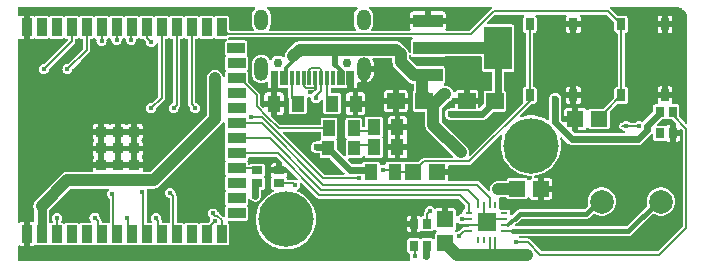
<source format=gtl>
G04 #@! TF.GenerationSoftware,KiCad,Pcbnew,8.0.8-8.0.8-0~ubuntu22.04.1*
G04 #@! TF.CreationDate,2025-01-23T17:55:28+01:00*
G04 #@! TF.ProjectId,kicad_makespace_tutorial,6b696361-645f-46d6-916b-657370616365,v1*
G04 #@! TF.SameCoordinates,Original*
G04 #@! TF.FileFunction,Copper,L1,Top*
G04 #@! TF.FilePolarity,Positive*
%FSLAX46Y46*%
G04 Gerber Fmt 4.6, Leading zero omitted, Abs format (unit mm)*
G04 Created by KiCad (PCBNEW 8.0.8-8.0.8-0~ubuntu22.04.1) date 2025-01-23 17:55:28*
%MOMM*%
%LPD*%
G01*
G04 APERTURE LIST*
G04 #@! TA.AperFunction,SMDPad,CuDef*
%ADD10R,0.700000X0.900000*%
G04 #@! TD*
G04 #@! TA.AperFunction,SMDPad,CuDef*
%ADD11R,0.900000X0.700000*%
G04 #@! TD*
G04 #@! TA.AperFunction,ComponentPad*
%ADD12C,2.000000*%
G04 #@! TD*
G04 #@! TA.AperFunction,SMDPad,CuDef*
%ADD13R,0.900000X1.500000*%
G04 #@! TD*
G04 #@! TA.AperFunction,SMDPad,CuDef*
%ADD14R,1.500000X0.900000*%
G04 #@! TD*
G04 #@! TA.AperFunction,SMDPad,CuDef*
%ADD15R,0.900000X0.900000*%
G04 #@! TD*
G04 #@! TA.AperFunction,ComponentPad*
%ADD16C,4.700000*%
G04 #@! TD*
G04 #@! TA.AperFunction,SMDPad,CuDef*
%ADD17R,0.750000X1.000000*%
G04 #@! TD*
G04 #@! TA.AperFunction,SMDPad,CuDef*
%ADD18R,1.130000X1.380000*%
G04 #@! TD*
G04 #@! TA.AperFunction,SMDPad,CuDef*
%ADD19R,1.500000X1.360000*%
G04 #@! TD*
G04 #@! TA.AperFunction,SMDPad,CuDef*
%ADD20R,1.000000X1.250000*%
G04 #@! TD*
G04 #@! TA.AperFunction,SMDPad,CuDef*
%ADD21R,2.500000X1.100000*%
G04 #@! TD*
G04 #@! TA.AperFunction,SMDPad,CuDef*
%ADD22R,2.340000X3.600000*%
G04 #@! TD*
G04 #@! TA.AperFunction,ComponentPad*
%ADD23C,0.750000*%
G04 #@! TD*
G04 #@! TA.AperFunction,ComponentPad*
%ADD24O,1.200000X2.000000*%
G04 #@! TD*
G04 #@! TA.AperFunction,ComponentPad*
%ADD25O,1.200000X1.800000*%
G04 #@! TD*
G04 #@! TA.AperFunction,SMDPad,CuDef*
%ADD26R,0.300000X1.300000*%
G04 #@! TD*
G04 #@! TA.AperFunction,SMDPad,CuDef*
%ADD27R,1.410000X1.350000*%
G04 #@! TD*
G04 #@! TA.AperFunction,SMDPad,CuDef*
%ADD28R,1.350000X1.410000*%
G04 #@! TD*
G04 #@! TA.AperFunction,SMDPad,CuDef*
%ADD29R,0.600000X0.250000*%
G04 #@! TD*
G04 #@! TA.AperFunction,SMDPad,CuDef*
%ADD30R,0.250000X0.600000*%
G04 #@! TD*
G04 #@! TA.AperFunction,SMDPad,CuDef*
%ADD31R,1.500000X1.500000*%
G04 #@! TD*
G04 #@! TA.AperFunction,SMDPad,CuDef*
%ADD32R,1.000000X1.400000*%
G04 #@! TD*
G04 #@! TA.AperFunction,ViaPad*
%ADD33C,0.600000*%
G04 #@! TD*
G04 #@! TA.AperFunction,ViaPad*
%ADD34C,0.450000*%
G04 #@! TD*
G04 #@! TA.AperFunction,Conductor*
%ADD35C,0.800000*%
G04 #@! TD*
G04 #@! TA.AperFunction,Conductor*
%ADD36C,0.600000*%
G04 #@! TD*
G04 #@! TA.AperFunction,Conductor*
%ADD37C,1.000000*%
G04 #@! TD*
G04 #@! TA.AperFunction,Conductor*
%ADD38C,0.160000*%
G04 #@! TD*
G04 #@! TA.AperFunction,Conductor*
%ADD39C,0.300000*%
G04 #@! TD*
G04 #@! TA.AperFunction,Conductor*
%ADD40C,0.200000*%
G04 #@! TD*
G04 #@! TA.AperFunction,Conductor*
%ADD41C,0.500000*%
G04 #@! TD*
G04 #@! TA.AperFunction,Conductor*
%ADD42C,0.400000*%
G04 #@! TD*
G04 APERTURE END LIST*
D10*
G04 #@! TO.P,LED5,1,DO*
G04 #@! TO.N,unconnected-(LED5-DO-Pad1)*
X61650000Y-11220000D03*
G04 #@! TO.P,LED5,2,GND*
G04 #@! TO.N,GND*
X62750000Y-11220000D03*
G04 #@! TO.P,LED5,3,DI*
G04 #@! TO.N,Net-(LED4-DO)*
X62750000Y-9380000D03*
G04 #@! TO.P,LED5,4,VDD*
G04 #@! TO.N,/WLED_VDD*
X61650000Y-9380000D03*
G04 #@! TD*
D11*
G04 #@! TO.P,LED3,1,DO*
G04 #@! TO.N,Net-(LED3-DO)*
X29420000Y-15450000D03*
G04 #@! TO.P,LED3,2,GND*
G04 #@! TO.N,GND*
X29420000Y-14350000D03*
G04 #@! TO.P,LED3,3,DI*
G04 #@! TO.N,/WLED*
X27580000Y-14350000D03*
G04 #@! TO.P,LED3,4,VDD*
G04 #@! TO.N,/WLED_VDD*
X27580000Y-15450000D03*
G04 #@! TD*
D10*
G04 #@! TO.P,LED4,1,DO*
G04 #@! TO.N,Net-(LED4-DO)*
X41950000Y-18880000D03*
G04 #@! TO.P,LED4,2,GND*
G04 #@! TO.N,GND*
X40850000Y-18880000D03*
G04 #@! TO.P,LED4,3,DI*
G04 #@! TO.N,Net-(LED3-DO)*
X40850000Y-20720000D03*
G04 #@! TO.P,LED4,4,VDD*
G04 #@! TO.N,/WLED_VDD*
X41950000Y-20720000D03*
G04 #@! TD*
D12*
G04 #@! TO.P,J1,1,Pin_1*
G04 #@! TO.N,Net-(J1-Pin_1)*
X56750000Y-17000000D03*
G04 #@! TO.P,J1,2,Pin_2*
G04 #@! TO.N,Net-(J1-Pin_2)*
X61750000Y-17000000D03*
G04 #@! TD*
D13*
G04 #@! TO.P,U5,1,GND*
G04 #@! TO.N,GND*
X8047500Y-19750000D03*
G04 #@! TO.P,U5,2,3V3*
G04 #@! TO.N,/3V3*
X9317500Y-19750000D03*
G04 #@! TO.P,U5,3,EN*
G04 #@! TO.N,/ESP_EN*
X10587500Y-19750000D03*
G04 #@! TO.P,U5,4,IO4*
G04 #@! TO.N,unconnected-(U5-IO4-Pad4)*
X11857500Y-19750000D03*
G04 #@! TO.P,U5,5,IO5*
G04 #@! TO.N,unconnected-(U5-IO5-Pad5)*
X13127500Y-19750000D03*
G04 #@! TO.P,U5,6,IO6*
G04 #@! TO.N,/GPIO_34*
X14397500Y-19750000D03*
G04 #@! TO.P,U5,7,IO7*
G04 #@! TO.N,/GPIO_35*
X15667500Y-19750000D03*
G04 #@! TO.P,U5,8,IO15*
G04 #@! TO.N,/GPIO_32*
X16937500Y-19750000D03*
G04 #@! TO.P,U5,9,IO16*
G04 #@! TO.N,/GPIO_33*
X18207500Y-19750000D03*
G04 #@! TO.P,U5,10,IO17*
G04 #@! TO.N,/GPIO_25*
X19477500Y-19750000D03*
G04 #@! TO.P,U5,11,IO18*
G04 #@! TO.N,/GPIO_26*
X20747500Y-19750000D03*
G04 #@! TO.P,U5,12,IO8*
G04 #@! TO.N,unconnected-(U5-IO8-Pad12)*
X22017500Y-19750000D03*
G04 #@! TO.P,U5,13,IO19*
G04 #@! TO.N,/USB_N*
X23287500Y-19750000D03*
G04 #@! TO.P,U5,14,IO20*
G04 #@! TO.N,/USB_P*
X24557500Y-19750000D03*
D14*
G04 #@! TO.P,U5,15,IO3*
G04 #@! TO.N,unconnected-(U5-IO3-Pad15)*
X25827500Y-17990000D03*
G04 #@! TO.P,U5,16,IO46*
G04 #@! TO.N,unconnected-(U5-IO46-Pad16)*
X25827500Y-16720000D03*
G04 #@! TO.P,U5,17,IO9*
G04 #@! TO.N,unconnected-(U5-IO9-Pad17)*
X25827500Y-15450000D03*
G04 #@! TO.P,U5,18,IO10*
G04 #@! TO.N,/WLED*
X25827500Y-14180000D03*
G04 #@! TO.P,U5,19,IO11*
G04 #@! TO.N,/I2S_DIN*
X25827500Y-12910000D03*
G04 #@! TO.P,U5,20,IO12*
G04 #@! TO.N,/I2S_BCLK*
X25827500Y-11630000D03*
G04 #@! TO.P,U5,21,IO13*
G04 #@! TO.N,/I2S_LRCLK*
X25827500Y-10370000D03*
G04 #@! TO.P,U5,22,IO14*
G04 #@! TO.N,unconnected-(U5-IO14-Pad22)*
X25827500Y-9100000D03*
G04 #@! TO.P,U5,23,IO21*
G04 #@! TO.N,unconnected-(U5-IO21-Pad23)*
X25827500Y-7830000D03*
G04 #@! TO.P,U5,24,IO47*
G04 #@! TO.N,/ESP_LED*
X25827500Y-6550000D03*
G04 #@! TO.P,U5,25,IO48*
G04 #@! TO.N,unconnected-(U5-IO48-Pad25)*
X25827500Y-5280000D03*
G04 #@! TO.P,U5,26,IO45*
G04 #@! TO.N,unconnected-(U5-IO45-Pad26)*
X25797500Y-4010000D03*
D13*
G04 #@! TO.P,U5,27,IO0*
G04 #@! TO.N,/ESP_PROG*
X24557500Y-2250000D03*
G04 #@! TO.P,U5,28,IO35*
G04 #@! TO.N,unconnected-(U5-IO35-Pad28)*
X23287500Y-2250000D03*
G04 #@! TO.P,U5,29,IO36*
G04 #@! TO.N,/GPIO_4*
X22017500Y-2250000D03*
G04 #@! TO.P,U5,30,IO37*
G04 #@! TO.N,/GPIO_16*
X20747500Y-2250000D03*
G04 #@! TO.P,U5,31,IO38*
G04 #@! TO.N,/GPIO_17*
X19477500Y-2250000D03*
G04 #@! TO.P,U5,32,IO39*
G04 #@! TO.N,/GPIO_5*
X18207500Y-2250000D03*
G04 #@! TO.P,U5,33,IO40*
G04 #@! TO.N,/GPIO_18*
X16937500Y-2250000D03*
G04 #@! TO.P,U5,34,IO41*
G04 #@! TO.N,/GPIO_19*
X15667500Y-2250000D03*
G04 #@! TO.P,U5,35,IO42*
G04 #@! TO.N,/GPIO_21*
X14397500Y-2250000D03*
G04 #@! TO.P,U5,36,RXD0*
G04 #@! TO.N,/ESP_RXD*
X13127500Y-2250000D03*
G04 #@! TO.P,U5,37,TXD0*
G04 #@! TO.N,/ESP_TXD*
X11857500Y-2250000D03*
G04 #@! TO.P,U5,38,IO2*
G04 #@! TO.N,unconnected-(U5-IO2-Pad38)*
X10587500Y-2250000D03*
G04 #@! TO.P,U5,39,IO1*
G04 #@! TO.N,unconnected-(U5-IO1-Pad39)*
X9317500Y-2250000D03*
G04 #@! TO.P,U5,40,GND*
G04 #@! TO.N,GND*
X8047500Y-2250000D03*
D15*
G04 #@! TO.P,U5,41,EPAD*
X14367500Y-13900000D03*
X15767500Y-13900000D03*
X17167500Y-13900000D03*
X14367500Y-12500000D03*
X15767500Y-12500000D03*
X17167500Y-12500000D03*
X14367500Y-11100000D03*
X15767500Y-11100000D03*
X17167500Y-11100000D03*
G04 #@! TD*
D16*
G04 #@! TO.P,H1,1*
G04 #@! TO.N,N/C*
X50750000Y-12250000D03*
G04 #@! TD*
D17*
G04 #@! TO.P,SW1,1,A*
G04 #@! TO.N,/ESP_PROG*
X58400000Y-8000000D03*
G04 #@! TO.P,SW1,2,B*
X58400000Y-2000000D03*
G04 #@! TO.P,SW1,3,C*
G04 #@! TO.N,GND*
X62100000Y-8000000D03*
G04 #@! TO.P,SW1,4,D*
X62100000Y-2000000D03*
G04 #@! TD*
D18*
G04 #@! TO.P,U3,1,1*
G04 #@! TO.N,GND*
X35900000Y-8700000D03*
G04 #@! TO.P,U3,2,2*
G04 #@! TO.N,Net-(USBC1-CC1)*
X33900000Y-8700000D03*
G04 #@! TD*
D19*
G04 #@! TO.P,C1,1,1*
G04 #@! TO.N,/3V3*
X47700000Y-8500000D03*
G04 #@! TO.P,C1,2,2*
G04 #@! TO.N,GND*
X45300000Y-8500000D03*
G04 #@! TD*
D20*
G04 #@! TO.P,LED2,1,K*
G04 #@! TO.N,Net-(LED2-K)*
X35800000Y-12500000D03*
G04 #@! TO.P,LED2,2,A*
G04 #@! TO.N,/3V3*
X33600000Y-12500000D03*
G04 #@! TD*
D18*
G04 #@! TO.P,U2,1,1*
G04 #@! TO.N,GND*
X29000000Y-8700000D03*
G04 #@! TO.P,U2,2,2*
G04 #@! TO.N,Net-(USBC1-CC2)*
X31000000Y-8700000D03*
G04 #@! TD*
D21*
G04 #@! TO.P,U1,1,GND*
G04 #@! TO.N,GND*
X42030000Y-1700000D03*
G04 #@! TO.P,U1,2,VOUT*
G04 #@! TO.N,/3V3*
X42030000Y-4000000D03*
G04 #@! TO.P,U1,3,VIN*
G04 #@! TO.N,/5V*
X42030000Y-6300000D03*
D22*
G04 #@! TO.P,U1,4,VOUT*
G04 #@! TO.N,/3V3*
X47970000Y-4000000D03*
G04 #@! TD*
D23*
G04 #@! TO.P,USBC1,*
G04 #@! TO.N,*
X35150000Y-5262500D03*
X29350000Y-5262500D03*
D24*
G04 #@! TO.P,USBC1,0,SH*
G04 #@! TO.N,GND*
X36580000Y-5762500D03*
G04 #@! TO.P,USBC1,1*
G04 #@! TO.N,N/C*
X27920000Y-5762500D03*
D25*
G04 #@! TO.P,USBC1,2*
X27920000Y-1582500D03*
G04 #@! TO.P,USBC1,3*
X36580000Y-1582500D03*
D26*
G04 #@! TO.P,USBC1,A1,GND*
G04 #@! TO.N,GND*
X35600000Y-6522500D03*
G04 #@! TO.P,USBC1,A4,VBUS*
G04 #@! TO.N,/5V*
X34800000Y-6522500D03*
G04 #@! TO.P,USBC1,A5,CC1*
G04 #@! TO.N,Net-(USBC1-CC1)*
X33500000Y-6522500D03*
G04 #@! TO.P,USBC1,A6,DP1*
G04 #@! TO.N,/USB_P*
X32500000Y-6522500D03*
G04 #@! TO.P,USBC1,A7,DN1*
G04 #@! TO.N,/USB_N*
X32000000Y-6522500D03*
G04 #@! TO.P,USBC1,A8,SBU1*
G04 #@! TO.N,unconnected-(USBC1-SBU1-PadA8)*
X31000000Y-6522500D03*
G04 #@! TO.P,USBC1,A9,VBUS*
G04 #@! TO.N,/5V*
X29700000Y-6522500D03*
G04 #@! TO.P,USBC1,A12,GND*
G04 #@! TO.N,GND*
X28900000Y-6522500D03*
G04 #@! TO.P,USBC1,B1,GND*
X29200000Y-6522500D03*
G04 #@! TO.P,USBC1,B4,VBUS*
G04 #@! TO.N,/5V*
X30000000Y-6522500D03*
G04 #@! TO.P,USBC1,B5,CC2*
G04 #@! TO.N,Net-(USBC1-CC2)*
X30500000Y-6522500D03*
G04 #@! TO.P,USBC1,B6,DP2*
G04 #@! TO.N,/USB_P*
X31500000Y-6522500D03*
G04 #@! TO.P,USBC1,B7,DN2*
G04 #@! TO.N,/USB_N*
X33000000Y-6522500D03*
G04 #@! TO.P,USBC1,B8,SBU2*
G04 #@! TO.N,unconnected-(USBC1-SBU2-PadB8)*
X34000000Y-6522500D03*
G04 #@! TO.P,USBC1,B9,VBUS*
G04 #@! TO.N,/5V*
X34500000Y-6522500D03*
G04 #@! TO.P,USBC1,B12,GND*
G04 #@! TO.N,GND*
X35300000Y-6522500D03*
G04 #@! TD*
D18*
G04 #@! TO.P,R3,1,1*
G04 #@! TO.N,GND*
X39450000Y-12400000D03*
G04 #@! TO.P,R3,2,2*
G04 #@! TO.N,Net-(LED2-K)*
X37450000Y-12400000D03*
G04 #@! TD*
D16*
G04 #@! TO.P,H3,1*
G04 #@! TO.N,N/C*
X30000000Y-18500000D03*
G04 #@! TD*
D27*
G04 #@! TO.P,C3,1,1*
G04 #@! TO.N,/5V*
X49600000Y-15900000D03*
G04 #@! TO.P,C3,2,2*
G04 #@! TO.N,GND*
X51600000Y-15900000D03*
G04 #@! TD*
D28*
G04 #@! TO.P,C6,1,1*
G04 #@! TO.N,GND*
X43500000Y-18500000D03*
G04 #@! TO.P,C6,2,2*
G04 #@! TO.N,/5V*
X43500000Y-20500000D03*
G04 #@! TD*
D17*
G04 #@! TO.P,SW2,1,A*
G04 #@! TO.N,/ESP_EN*
X50650000Y-8000000D03*
G04 #@! TO.P,SW2,2,B*
X50650000Y-2000000D03*
G04 #@! TO.P,SW2,3,C*
G04 #@! TO.N,GND*
X54350000Y-8000000D03*
G04 #@! TO.P,SW2,4,D*
X54350000Y-2000000D03*
G04 #@! TD*
D18*
G04 #@! TO.P,R9,1,1*
G04 #@! TO.N,/ESP_EN*
X39200000Y-14500000D03*
G04 #@! TO.P,R9,2,2*
G04 #@! TO.N,/3V3*
X37200000Y-14500000D03*
G04 #@! TD*
D29*
G04 #@! TO.P,U4,1,DIN*
G04 #@! TO.N,/I2S_DIN*
X45500000Y-18000000D03*
G04 #@! TO.P,U4,2,GAIN_SLOT*
G04 #@! TO.N,/GAIN_SLOT*
X45500000Y-18500000D03*
G04 #@! TO.P,U4,3,GND*
G04 #@! TO.N,GND*
X45500000Y-19000000D03*
G04 #@! TO.P,U4,4,~{SD_MODE}*
G04 #@! TO.N,/SD_MODE*
X45500000Y-19500000D03*
D30*
G04 #@! TO.P,U4,5,N.C.*
G04 #@! TO.N,unconnected-(U4-N.C.-Pad5)*
X46250000Y-20250000D03*
G04 #@! TO.P,U4,6,N.C.*
G04 #@! TO.N,unconnected-(U4-N.C.-Pad6)*
X46750000Y-20250000D03*
G04 #@! TO.P,U4,7,VDD*
G04 #@! TO.N,/5V*
X47250000Y-20250000D03*
G04 #@! TO.P,U4,8,VDD*
X47750000Y-20250000D03*
D29*
G04 #@! TO.P,U4,9,OUTP*
G04 #@! TO.N,Net-(J1-Pin_2)*
X48500000Y-19500000D03*
G04 #@! TO.P,U4,10,OUTN*
G04 #@! TO.N,Net-(J1-Pin_1)*
X48500000Y-19000000D03*
G04 #@! TO.P,U4,11,GND*
G04 #@! TO.N,GND*
X48500000Y-18500000D03*
G04 #@! TO.P,U4,12,N.C.*
G04 #@! TO.N,unconnected-(U4-N.C.-Pad12)*
X48500000Y-18000000D03*
D30*
G04 #@! TO.P,U4,13,N.C.*
G04 #@! TO.N,unconnected-(U4-N.C.-Pad13)*
X47750000Y-17250000D03*
G04 #@! TO.P,U4,14,LRCLK*
G04 #@! TO.N,/I2S_LRCLK*
X47250000Y-17250000D03*
G04 #@! TO.P,U4,15,GND*
G04 #@! TO.N,GND*
X46750000Y-17250000D03*
G04 #@! TO.P,U4,16,BCLK*
G04 #@! TO.N,/I2S_BCLK*
X46250000Y-17250000D03*
D31*
G04 #@! TO.P,U4,17,EP*
G04 #@! TO.N,GND*
X47000000Y-18750000D03*
G04 #@! TD*
D27*
G04 #@! TO.P,C5,1,1*
G04 #@! TO.N,GND*
X54500000Y-10000000D03*
G04 #@! TO.P,C5,2,2*
G04 #@! TO.N,/ESP_PROG*
X56500000Y-10000000D03*
G04 #@! TD*
D18*
G04 #@! TO.P,R8,1,1*
G04 #@! TO.N,GND*
X39450000Y-10700000D03*
G04 #@! TO.P,R8,2,2*
G04 #@! TO.N,Net-(LED1--)*
X37450000Y-10700000D03*
G04 #@! TD*
D19*
G04 #@! TO.P,C2,1,1*
G04 #@! TO.N,/5V*
X41700000Y-8500000D03*
G04 #@! TO.P,C2,2,2*
G04 #@! TO.N,GND*
X39300000Y-8500000D03*
G04 #@! TD*
D27*
G04 #@! TO.P,C4,1,1*
G04 #@! TO.N,/ESP_EN*
X40800000Y-14500000D03*
G04 #@! TO.P,C4,2,2*
G04 #@! TO.N,GND*
X42800000Y-14500000D03*
G04 #@! TD*
D32*
G04 #@! TO.P,LED1,1,+*
G04 #@! TO.N,/ESP_LED*
X33650000Y-10800000D03*
G04 #@! TO.P,LED1,2,-*
G04 #@! TO.N,Net-(LED1--)*
X35750000Y-10800000D03*
G04 #@! TD*
D33*
G04 #@! TO.N,/3V3*
X43950000Y-9600000D03*
X24000000Y-6550000D03*
X22300000Y-11600000D03*
X32600000Y-12400000D03*
X44800000Y-4000000D03*
X20500000Y-13500000D03*
G04 #@! TO.N,GND*
X26200000Y-20600000D03*
X8700000Y-13600000D03*
X59700000Y-17550000D03*
X35200000Y-900000D03*
X9600000Y-4750000D03*
X11300000Y-17700000D03*
X48600000Y-14500000D03*
X51800000Y-18750000D03*
X34800000Y-2100000D03*
X32900000Y-2000000D03*
X46750000Y-19000000D03*
X41500000Y-11900000D03*
X47600000Y-10400000D03*
X53400000Y-18800000D03*
X44000000Y-6400000D03*
X46400000Y-6400000D03*
X56050000Y-20300000D03*
X31200000Y-1200000D03*
X45400000Y-1500000D03*
X12900000Y-5700000D03*
X51650000Y-20400000D03*
X56700000Y-18650000D03*
X44200000Y-5400000D03*
X58250000Y-20400000D03*
X58450000Y-18450000D03*
X9900000Y-10500000D03*
X45700000Y-5400000D03*
X38800000Y-1500000D03*
X33600000Y-17900000D03*
X39700000Y-2100000D03*
X55600000Y-4200000D03*
X54400000Y-12600000D03*
X47700000Y-13400000D03*
X32900000Y-20900000D03*
X23600000Y-16500000D03*
X51150000Y-17150000D03*
X27900000Y-7400000D03*
X44500000Y-1100000D03*
X53300000Y-5200000D03*
X53650000Y-20350000D03*
X32700000Y-1000000D03*
X44800000Y-14600000D03*
X44200000Y-2000000D03*
X33900000Y-1200000D03*
X44900000Y-6600000D03*
X39900000Y-1000000D03*
X23000000Y-13500000D03*
X49900000Y-3600000D03*
X54550000Y-17200000D03*
X38600000Y-6400000D03*
X41400000Y-17300000D03*
X61100000Y-19100000D03*
X47250000Y-18500000D03*
X40100000Y-17300000D03*
X46300000Y-1000000D03*
X31500000Y-12100000D03*
X46400000Y-11500000D03*
X49400000Y-6500000D03*
G04 #@! TO.N,/5V*
X44800000Y-12800000D03*
X50450000Y-21500000D03*
X48000000Y-15950000D03*
X42500000Y-10500000D03*
X43500000Y-7900000D03*
D34*
G04 #@! TO.N,/SD_MODE*
X58800000Y-10600000D03*
X44700000Y-19900000D03*
X59900000Y-10600000D03*
G04 #@! TO.N,/GAIN_SLOT*
X44900000Y-18500000D03*
G04 #@! TO.N,/ESP_EN*
X36200000Y-15000000D03*
X27051591Y-9815000D03*
X38200000Y-14300000D03*
X10600000Y-18400000D03*
G04 #@! TO.N,/USB_N*
X32547488Y-8249936D03*
X24007908Y-18640377D03*
G04 #@! TO.N,/ESP_TXD*
X9500000Y-5800000D03*
G04 #@! TO.N,/ESP_RXD*
X11500000Y-5800000D03*
G04 #@! TO.N,/USB_P*
X23800000Y-18000000D03*
X32052512Y-7754960D03*
G04 #@! TO.N,/GPIO_21*
X14397500Y-3400000D03*
G04 #@! TO.N,/GPIO_19*
X15667500Y-3300000D03*
G04 #@! TO.N,/GPIO_16*
X20500000Y-9100000D03*
G04 #@! TO.N,/GPIO_17*
X18600000Y-9100000D03*
G04 #@! TO.N,/GPIO_5*
X18600000Y-3500000D03*
G04 #@! TO.N,/GPIO_18*
X16900000Y-3300000D03*
G04 #@! TO.N,/GPIO_4*
X22332184Y-9082977D03*
G04 #@! TO.N,/GPIO_35*
X15300000Y-16350000D03*
G04 #@! TO.N,/GPIO_25*
X19000000Y-18400000D03*
G04 #@! TO.N,/GPIO_32*
X16550000Y-18400000D03*
G04 #@! TO.N,/GPIO_26*
X20200000Y-16250000D03*
G04 #@! TO.N,/GPIO_34*
X13800000Y-18350000D03*
G04 #@! TO.N,/GPIO_33*
X17850000Y-16150000D03*
D33*
G04 #@! TO.N,/WLED_VDD*
X27400000Y-16500000D03*
X41900000Y-21600000D03*
X52800000Y-8300000D03*
D34*
G04 #@! TO.N,Net-(LED3-DO)*
X30800000Y-15600000D03*
X40900000Y-21600000D03*
G04 #@! TO.N,Net-(LED4-DO)*
X49500000Y-20400000D03*
X42200000Y-17800000D03*
G04 #@! TD*
D35*
G04 #@! TO.N,/3V3*
X9317500Y-19750000D02*
X9317500Y-17382500D01*
D36*
X46600000Y-9600000D02*
X47700000Y-8500000D01*
X47970000Y-4000000D02*
X47970000Y-8230000D01*
X43950000Y-9600000D02*
X46600000Y-9600000D01*
D37*
X9317500Y-17382500D02*
X11500000Y-15200000D01*
D36*
X33600000Y-12500000D02*
X35450000Y-14350000D01*
D37*
X24000000Y-10000000D02*
X24000000Y-6550000D01*
X18800000Y-15200000D02*
X24000000Y-10000000D01*
X11500000Y-15200000D02*
X18800000Y-15200000D01*
D36*
X32600000Y-12400000D02*
X33500000Y-12400000D01*
X37050000Y-14350000D02*
X37200000Y-14500000D01*
X33500000Y-12400000D02*
X33600000Y-12500000D01*
X35450000Y-14350000D02*
X37050000Y-14350000D01*
D37*
X42030000Y-4000000D02*
X47970000Y-4000000D01*
D38*
G04 #@! TO.N,GND*
X46750000Y-17250000D02*
X46750000Y-18500000D01*
X45500000Y-19000000D02*
X46750000Y-19000000D01*
X48500000Y-18500000D02*
X47250000Y-18500000D01*
D37*
G04 #@! TO.N,/5V*
X31162500Y-4137500D02*
X30600000Y-4700000D01*
X41560000Y-7860000D02*
X42500000Y-8800000D01*
D39*
X30600000Y-5108516D02*
X30600000Y-4700000D01*
X34800000Y-6008516D02*
X34200000Y-5408516D01*
D37*
X39710000Y-4510000D02*
X39337500Y-4137500D01*
D39*
X30000000Y-5708516D02*
X30600000Y-5108516D01*
D37*
X42500000Y-8800000D02*
X43400000Y-7900000D01*
D40*
X47250000Y-20250000D02*
X47250000Y-21450000D01*
D37*
X44800000Y-12800000D02*
X42500000Y-10500000D01*
X40860000Y-6300000D02*
X41560000Y-6300000D01*
D40*
X47750000Y-20250000D02*
X47750000Y-21500000D01*
D37*
X41560000Y-7450000D02*
X41560000Y-7860000D01*
X34200000Y-4137500D02*
X31162500Y-4137500D01*
D39*
X30000000Y-6522500D02*
X30000000Y-5708516D01*
D37*
X39710000Y-5150000D02*
X40860000Y-6300000D01*
X48000000Y-15950000D02*
X49320000Y-15950000D01*
X41560000Y-6300000D02*
X41560000Y-7450000D01*
X42500000Y-10500000D02*
X42500000Y-8800000D01*
X43400000Y-7900000D02*
X43500000Y-7900000D01*
X44500000Y-21500000D02*
X43500000Y-20500000D01*
X41560000Y-7450000D02*
X41560000Y-8360000D01*
X39710000Y-4510000D02*
X39710000Y-5150000D01*
X50450000Y-21500000D02*
X44500000Y-21500000D01*
X39337500Y-4137500D02*
X34200000Y-4137500D01*
D39*
X34800000Y-6522500D02*
X34800000Y-6008516D01*
D41*
X34200000Y-5408516D02*
X34200000Y-4137500D01*
D42*
G04 #@! TO.N,Net-(J1-Pin_2)*
X49250000Y-19500000D02*
X59000000Y-19500000D01*
X59000000Y-19500000D02*
X61500000Y-17000000D01*
D40*
X49250000Y-19500000D02*
X48500000Y-19500000D01*
D42*
G04 #@! TO.N,Net-(J1-Pin_1)*
X56500000Y-17000000D02*
X55450000Y-18050000D01*
D40*
X48850000Y-19000000D02*
X48500000Y-19000000D01*
D42*
X49800000Y-18050000D02*
X49400000Y-18450000D01*
D39*
X49400000Y-18450000D02*
X48850000Y-19000000D01*
D42*
X55450000Y-18050000D02*
X49800000Y-18050000D01*
D38*
G04 #@! TO.N,/SD_MODE*
X44700000Y-19900000D02*
X45100000Y-19500000D01*
X45100000Y-19500000D02*
X45500000Y-19500000D01*
X59900000Y-10600000D02*
X58500000Y-10600000D01*
G04 #@! TO.N,/GAIN_SLOT*
X44900000Y-18500000D02*
X45500000Y-18500000D01*
G04 #@! TO.N,/ESP_LED*
X27530000Y-7972500D02*
X26107500Y-6550000D01*
X27530000Y-8930000D02*
X27530000Y-7972500D01*
X28400000Y-9800000D02*
X29400000Y-10800000D01*
X29400000Y-10800000D02*
X33650000Y-10800000D01*
X28400000Y-9800000D02*
X27530000Y-8930000D01*
X26107500Y-6550000D02*
X25827500Y-6550000D01*
G04 #@! TO.N,Net-(USBC1-CC1)*
X33500000Y-6522500D02*
X33500000Y-8300000D01*
X33500000Y-8300000D02*
X33900000Y-8700000D01*
G04 #@! TO.N,Net-(USBC1-CC2)*
X30500000Y-8200000D02*
X31000000Y-8700000D01*
X30500000Y-6522500D02*
X30500000Y-8200000D01*
G04 #@! TO.N,/ESP_PROG*
X58400000Y-8000000D02*
X58400000Y-2000000D01*
X57300000Y-900000D02*
X47600000Y-900000D01*
X58400000Y-2000000D02*
X57300000Y-900000D01*
X47600000Y-900000D02*
X45700000Y-2800000D01*
X57000000Y-9400000D02*
X57000000Y-9800000D01*
X58400000Y-8000000D02*
X57000000Y-9400000D01*
X25107500Y-2800000D02*
X24557500Y-2250000D01*
X45700000Y-2800000D02*
X25107500Y-2800000D01*
G04 #@! TO.N,/ESP_EN*
X45525000Y-13600000D02*
X41700000Y-13600000D01*
X10600000Y-19737500D02*
X10587500Y-19750000D01*
X50650000Y-8475000D02*
X45525000Y-13600000D01*
X27974656Y-9815000D02*
X33159656Y-15000000D01*
X33159656Y-15000000D02*
X36200000Y-15000000D01*
X41700000Y-13600000D02*
X40800000Y-14500000D01*
X50650000Y-8000000D02*
X50650000Y-8475000D01*
X39200000Y-14500000D02*
X40800000Y-14500000D01*
X27051591Y-9815000D02*
X27974656Y-9815000D01*
X39000000Y-14300000D02*
X39200000Y-14500000D01*
X10600000Y-18400000D02*
X10600000Y-19737500D01*
X50650000Y-8000000D02*
X50650000Y-2000000D01*
X38200000Y-14300000D02*
X39000000Y-14300000D01*
D40*
G04 #@! TO.N,/USB_N*
X32975000Y-7047500D02*
X32975000Y-7645647D01*
X32150000Y-5672500D02*
X32850000Y-5672500D01*
X23287500Y-19360785D02*
X23287500Y-19750000D01*
X32547488Y-8073159D02*
X32547488Y-8249936D01*
X32850000Y-5672500D02*
X33000000Y-5822500D01*
X33000000Y-6522500D02*
X33000000Y-7022500D01*
X24007908Y-18640377D02*
X23287500Y-19360785D01*
X32975000Y-7645647D02*
X32547488Y-8073159D01*
X33000000Y-7022500D02*
X32975000Y-7047500D01*
X33000000Y-5822500D02*
X33000000Y-6522500D01*
X32000000Y-6522500D02*
X32000000Y-5822500D01*
X32000000Y-5822500D02*
X32150000Y-5672500D01*
D38*
G04 #@! TO.N,/ESP_TXD*
X11857500Y-2250000D02*
X11857500Y-3442500D01*
X11857500Y-3442500D02*
X9500000Y-5800000D01*
G04 #@! TO.N,/ESP_RXD*
X13127500Y-2250000D02*
X13127500Y-4172500D01*
X13127500Y-4172500D02*
X11500000Y-5800000D01*
D40*
G04 #@! TO.N,/USB_P*
X23990377Y-18190377D02*
X24194305Y-18190377D01*
X32229289Y-7754960D02*
X32052512Y-7754960D01*
X31500000Y-6522500D02*
X31500000Y-7200000D01*
X32350000Y-7372500D02*
X32500000Y-7222500D01*
X32500000Y-7022500D02*
X32525000Y-7047500D01*
X31672500Y-7372500D02*
X32350000Y-7372500D01*
X32525000Y-7047500D02*
X32525000Y-7459249D01*
X32500000Y-6522500D02*
X32500000Y-7022500D01*
X24557500Y-18553572D02*
X24557500Y-19750000D01*
X31500000Y-7200000D02*
X31672500Y-7372500D01*
X24194305Y-18190377D02*
X24557500Y-18553572D01*
X32525000Y-7459249D02*
X32229289Y-7754960D01*
X23800000Y-18000000D02*
X23990377Y-18190377D01*
X32500000Y-7222500D02*
X32500000Y-6522500D01*
D38*
G04 #@! TO.N,/I2S_BCLK*
X25827500Y-11630000D02*
X28630000Y-11630000D01*
X33010000Y-16010000D02*
X45410000Y-16010000D01*
X46250000Y-16850000D02*
X46250000Y-17250000D01*
X45410000Y-16010000D02*
X46250000Y-16850000D01*
X28630000Y-11630000D02*
X33010000Y-16010000D01*
G04 #@! TO.N,/I2S_LRCLK*
X33179828Y-15600000D02*
X27949828Y-10370000D01*
X27949828Y-10370000D02*
X25827500Y-10370000D01*
X47250000Y-17250000D02*
X47250000Y-16665000D01*
X46185000Y-15600000D02*
X33179828Y-15600000D01*
X47250000Y-16665000D02*
X46185000Y-15600000D01*
G04 #@! TO.N,/I2S_DIN*
X44720000Y-16420000D02*
X45500000Y-17200000D01*
X45500000Y-17200000D02*
X45500000Y-18000000D01*
X32840172Y-16420000D02*
X44720000Y-16420000D01*
X29330172Y-12910000D02*
X32840172Y-16420000D01*
X25827500Y-12910000D02*
X29330172Y-12910000D01*
G04 #@! TO.N,/GPIO_21*
X14397500Y-3400000D02*
X14397500Y-2250000D01*
G04 #@! TO.N,/GPIO_19*
X15667500Y-3300000D02*
X15667500Y-2250000D01*
G04 #@! TO.N,/GPIO_16*
X20747500Y-2250000D02*
X20747500Y-8852500D01*
X20747500Y-8852500D02*
X20500000Y-9100000D01*
G04 #@! TO.N,/GPIO_17*
X19477500Y-2250000D02*
X19477500Y-8222500D01*
X19477500Y-8222500D02*
X18600000Y-9100000D01*
G04 #@! TO.N,/GPIO_5*
X18600000Y-3500000D02*
X18207500Y-3107500D01*
X18207500Y-3107500D02*
X18207500Y-2250000D01*
G04 #@! TO.N,/GPIO_18*
X16900000Y-2587500D02*
X16937500Y-2550000D01*
X16937500Y-2550000D02*
X16937500Y-2250000D01*
X16900000Y-3300000D02*
X16900000Y-2587500D01*
G04 #@! TO.N,/GPIO_4*
X22017500Y-2250000D02*
X22017500Y-8768293D01*
X22017500Y-8768293D02*
X22332184Y-9082977D01*
G04 #@! TO.N,/GPIO_35*
X15397500Y-20000000D02*
X15397500Y-16447500D01*
X15397500Y-16447500D02*
X15300000Y-16350000D01*
G04 #@! TO.N,/GPIO_25*
X19207500Y-18607500D02*
X19000000Y-18400000D01*
X19207500Y-20000000D02*
X19207500Y-18607500D01*
G04 #@! TO.N,/GPIO_32*
X16667500Y-18517500D02*
X16550000Y-18400000D01*
X16667500Y-20000000D02*
X16667500Y-18517500D01*
G04 #@! TO.N,/GPIO_26*
X20477500Y-20000000D02*
X20477500Y-16527500D01*
X20477500Y-16527500D02*
X20200000Y-16250000D01*
G04 #@! TO.N,/GPIO_34*
X14127500Y-20000000D02*
X14127500Y-18677500D01*
X14127500Y-18677500D02*
X13800000Y-18350000D01*
G04 #@! TO.N,/GPIO_33*
X17937500Y-16237500D02*
X17850000Y-16150000D01*
X17937500Y-20000000D02*
X17937500Y-16237500D01*
G04 #@! TO.N,unconnected-(U5-IO48-Pad25)*
X25827500Y-5280000D02*
X26127500Y-5280000D01*
G04 #@! TO.N,Net-(LED1--)*
X36050000Y-11000000D02*
X37300000Y-11000000D01*
G04 #@! TO.N,Net-(LED2-K)*
X36050000Y-12200000D02*
X37300000Y-12200000D01*
D36*
G04 #@! TO.N,/WLED_VDD*
X52800000Y-8300000D02*
X52800000Y-10275000D01*
X60550000Y-10950000D02*
X60550000Y-10580000D01*
X27400000Y-15630000D02*
X27580000Y-15450000D01*
X61650000Y-9480000D02*
X61650000Y-9380000D01*
X59800000Y-11700000D02*
X60550000Y-10950000D01*
X27400000Y-16500000D02*
X27400000Y-15630000D01*
X41900000Y-20770000D02*
X41950000Y-20720000D01*
X60550000Y-10580000D02*
X61650000Y-9480000D01*
X52800000Y-10275000D02*
X54225000Y-11700000D01*
X41900000Y-21600000D02*
X41900000Y-20770000D01*
X54225000Y-11700000D02*
X59800000Y-11700000D01*
D38*
G04 #@! TO.N,Net-(LED3-DO)*
X30650000Y-15450000D02*
X30800000Y-15600000D01*
X40900000Y-21600000D02*
X40900000Y-20770000D01*
X40900000Y-20770000D02*
X40850000Y-20720000D01*
X29420000Y-15450000D02*
X30650000Y-15450000D01*
G04 #@! TO.N,/WLED*
X27410000Y-14180000D02*
X27580000Y-14350000D01*
X25827500Y-14180000D02*
X27410000Y-14180000D01*
G04 #@! TO.N,Net-(LED4-DO)*
X41950000Y-18050000D02*
X42200000Y-17800000D01*
X49500000Y-20400000D02*
X50460000Y-20400000D01*
X50460000Y-20400000D02*
X51560000Y-21500000D01*
X61600000Y-21500000D02*
X63900000Y-19200000D01*
X62750000Y-9680000D02*
X63900000Y-10830000D01*
X51560000Y-21500000D02*
X61600000Y-21500000D01*
X63900000Y-19200000D02*
X63900000Y-10830000D01*
X41950000Y-18880000D02*
X41950000Y-18050000D01*
X62750000Y-9380000D02*
X62750000Y-9680000D01*
G04 #@! TD*
G04 #@! TA.AperFunction,Conductor*
G04 #@! TO.N,GND*
G36*
X27389106Y-519406D02*
G01*
X27425070Y-568906D01*
X27425070Y-630092D01*
X27400919Y-669503D01*
X27298214Y-772207D01*
X27298211Y-772211D01*
X27210609Y-903314D01*
X27210603Y-903325D01*
X27150263Y-1049001D01*
X27150263Y-1049003D01*
X27119500Y-1203655D01*
X27119500Y-1961344D01*
X27150263Y-2115996D01*
X27150263Y-2115998D01*
X27210603Y-2261674D01*
X27210609Y-2261685D01*
X27279976Y-2365498D01*
X27296585Y-2424386D01*
X27275408Y-2481790D01*
X27224534Y-2515783D01*
X27197661Y-2519500D01*
X25307000Y-2519500D01*
X25248809Y-2500593D01*
X25212845Y-2451093D01*
X25208000Y-2420500D01*
X25208000Y-1480253D01*
X25207998Y-1480241D01*
X25198821Y-1434108D01*
X25196367Y-1421769D01*
X25152052Y-1355448D01*
X25152048Y-1355445D01*
X25085733Y-1311134D01*
X25085731Y-1311133D01*
X25085728Y-1311132D01*
X25085727Y-1311132D01*
X25027258Y-1299501D01*
X25027248Y-1299500D01*
X24087752Y-1299500D01*
X24087751Y-1299500D01*
X24087741Y-1299501D01*
X24029272Y-1311132D01*
X24029266Y-1311134D01*
X23977502Y-1345723D01*
X23918614Y-1362332D01*
X23867498Y-1345723D01*
X23815733Y-1311134D01*
X23815731Y-1311133D01*
X23815728Y-1311132D01*
X23815727Y-1311132D01*
X23757258Y-1299501D01*
X23757248Y-1299500D01*
X22817752Y-1299500D01*
X22817751Y-1299500D01*
X22817741Y-1299501D01*
X22759272Y-1311132D01*
X22759266Y-1311134D01*
X22707502Y-1345723D01*
X22648614Y-1362332D01*
X22597498Y-1345723D01*
X22545733Y-1311134D01*
X22545731Y-1311133D01*
X22545728Y-1311132D01*
X22545727Y-1311132D01*
X22487258Y-1299501D01*
X22487248Y-1299500D01*
X21547752Y-1299500D01*
X21547751Y-1299500D01*
X21547741Y-1299501D01*
X21489272Y-1311132D01*
X21489266Y-1311134D01*
X21437502Y-1345723D01*
X21378614Y-1362332D01*
X21327498Y-1345723D01*
X21275733Y-1311134D01*
X21275731Y-1311133D01*
X21275728Y-1311132D01*
X21275727Y-1311132D01*
X21217258Y-1299501D01*
X21217248Y-1299500D01*
X20277752Y-1299500D01*
X20277751Y-1299500D01*
X20277741Y-1299501D01*
X20219272Y-1311132D01*
X20219266Y-1311134D01*
X20167502Y-1345723D01*
X20108614Y-1362332D01*
X20057498Y-1345723D01*
X20005733Y-1311134D01*
X20005731Y-1311133D01*
X20005728Y-1311132D01*
X20005727Y-1311132D01*
X19947258Y-1299501D01*
X19947248Y-1299500D01*
X19007752Y-1299500D01*
X19007751Y-1299500D01*
X19007741Y-1299501D01*
X18949272Y-1311132D01*
X18949266Y-1311134D01*
X18897502Y-1345723D01*
X18838614Y-1362332D01*
X18787498Y-1345723D01*
X18735733Y-1311134D01*
X18735731Y-1311133D01*
X18735728Y-1311132D01*
X18735727Y-1311132D01*
X18677258Y-1299501D01*
X18677248Y-1299500D01*
X17737752Y-1299500D01*
X17737751Y-1299500D01*
X17737741Y-1299501D01*
X17679272Y-1311132D01*
X17679266Y-1311134D01*
X17627502Y-1345723D01*
X17568614Y-1362332D01*
X17517498Y-1345723D01*
X17465733Y-1311134D01*
X17465731Y-1311133D01*
X17465728Y-1311132D01*
X17465727Y-1311132D01*
X17407258Y-1299501D01*
X17407248Y-1299500D01*
X16467752Y-1299500D01*
X16467751Y-1299500D01*
X16467741Y-1299501D01*
X16409272Y-1311132D01*
X16409266Y-1311134D01*
X16357502Y-1345723D01*
X16298614Y-1362332D01*
X16247498Y-1345723D01*
X16195733Y-1311134D01*
X16195731Y-1311133D01*
X16195728Y-1311132D01*
X16195727Y-1311132D01*
X16137258Y-1299501D01*
X16137248Y-1299500D01*
X15197752Y-1299500D01*
X15197751Y-1299500D01*
X15197741Y-1299501D01*
X15139272Y-1311132D01*
X15139266Y-1311134D01*
X15087502Y-1345723D01*
X15028614Y-1362332D01*
X14977498Y-1345723D01*
X14925733Y-1311134D01*
X14925731Y-1311133D01*
X14925728Y-1311132D01*
X14925727Y-1311132D01*
X14867258Y-1299501D01*
X14867248Y-1299500D01*
X13927752Y-1299500D01*
X13927751Y-1299500D01*
X13927741Y-1299501D01*
X13869272Y-1311132D01*
X13869266Y-1311134D01*
X13817502Y-1345723D01*
X13758614Y-1362332D01*
X13707498Y-1345723D01*
X13655733Y-1311134D01*
X13655731Y-1311133D01*
X13655728Y-1311132D01*
X13655727Y-1311132D01*
X13597258Y-1299501D01*
X13597248Y-1299500D01*
X12657752Y-1299500D01*
X12657751Y-1299500D01*
X12657741Y-1299501D01*
X12599272Y-1311132D01*
X12599266Y-1311134D01*
X12547502Y-1345723D01*
X12488614Y-1362332D01*
X12437498Y-1345723D01*
X12385733Y-1311134D01*
X12385731Y-1311133D01*
X12385728Y-1311132D01*
X12385727Y-1311132D01*
X12327258Y-1299501D01*
X12327248Y-1299500D01*
X11387752Y-1299500D01*
X11387751Y-1299500D01*
X11387741Y-1299501D01*
X11329272Y-1311132D01*
X11329266Y-1311134D01*
X11277502Y-1345723D01*
X11218614Y-1362332D01*
X11167498Y-1345723D01*
X11115733Y-1311134D01*
X11115731Y-1311133D01*
X11115728Y-1311132D01*
X11115727Y-1311132D01*
X11057258Y-1299501D01*
X11057248Y-1299500D01*
X10117752Y-1299500D01*
X10117751Y-1299500D01*
X10117741Y-1299501D01*
X10059272Y-1311132D01*
X10059266Y-1311134D01*
X10007502Y-1345723D01*
X9948614Y-1362332D01*
X9897498Y-1345723D01*
X9845733Y-1311134D01*
X9845731Y-1311133D01*
X9845728Y-1311132D01*
X9845727Y-1311132D01*
X9787258Y-1299501D01*
X9787248Y-1299500D01*
X8847752Y-1299500D01*
X8847751Y-1299500D01*
X8847741Y-1299501D01*
X8789272Y-1311132D01*
X8789267Y-1311134D01*
X8782048Y-1315958D01*
X8723159Y-1332565D01*
X8672046Y-1315956D01*
X8595047Y-1264506D01*
X8522124Y-1250000D01*
X8297501Y-1250000D01*
X8297500Y-1250001D01*
X8297500Y-3249999D01*
X8297501Y-3250000D01*
X8522123Y-3250000D01*
X8522124Y-3249999D01*
X8595045Y-3235493D01*
X8672045Y-3184043D01*
X8730933Y-3167434D01*
X8782050Y-3184043D01*
X8789269Y-3188867D01*
X8833731Y-3197711D01*
X8847741Y-3200498D01*
X8847746Y-3200498D01*
X8847752Y-3200500D01*
X8847753Y-3200500D01*
X9787247Y-3200500D01*
X9787248Y-3200500D01*
X9845731Y-3188867D01*
X9897500Y-3154274D01*
X9956385Y-3137667D01*
X10007498Y-3154274D01*
X10059269Y-3188867D01*
X10103731Y-3197711D01*
X10117741Y-3200498D01*
X10117746Y-3200498D01*
X10117752Y-3200500D01*
X10117753Y-3200500D01*
X11057247Y-3200500D01*
X11057248Y-3200500D01*
X11115731Y-3188867D01*
X11167500Y-3154274D01*
X11226385Y-3137667D01*
X11277498Y-3154274D01*
X11329269Y-3188867D01*
X11373731Y-3197711D01*
X11387741Y-3200498D01*
X11387746Y-3200498D01*
X11387752Y-3200500D01*
X11463805Y-3200500D01*
X11521996Y-3219407D01*
X11557960Y-3268907D01*
X11557960Y-3330093D01*
X11533809Y-3369504D01*
X9563113Y-5340200D01*
X9508596Y-5367977D01*
X9506804Y-5368117D01*
X9366872Y-5390281D01*
X9366870Y-5390282D01*
X9246782Y-5451470D01*
X9151470Y-5546782D01*
X9090282Y-5666870D01*
X9090281Y-5666872D01*
X9069196Y-5799999D01*
X9069196Y-5800000D01*
X9090281Y-5933127D01*
X9090282Y-5933129D01*
X9135448Y-6021772D01*
X9151472Y-6053220D01*
X9246780Y-6148528D01*
X9366874Y-6209719D01*
X9500000Y-6230804D01*
X9633126Y-6209719D01*
X9753220Y-6148528D01*
X9848528Y-6053220D01*
X9909719Y-5933126D01*
X9930804Y-5800000D01*
X9930804Y-5799999D01*
X9932023Y-5792305D01*
X9935370Y-5792835D01*
X9949711Y-5748698D01*
X9959800Y-5736885D01*
X10459351Y-5237334D01*
X12081955Y-3614732D01*
X12082174Y-3614354D01*
X12118884Y-3550769D01*
X12121757Y-3540047D01*
X12138000Y-3479429D01*
X12138000Y-3405572D01*
X12138000Y-3299500D01*
X12156907Y-3241309D01*
X12206407Y-3205345D01*
X12237000Y-3200500D01*
X12327247Y-3200500D01*
X12327248Y-3200500D01*
X12385731Y-3188867D01*
X12437500Y-3154274D01*
X12496385Y-3137667D01*
X12547498Y-3154274D01*
X12599269Y-3188867D01*
X12643731Y-3197711D01*
X12657741Y-3200498D01*
X12657746Y-3200498D01*
X12657752Y-3200500D01*
X12748000Y-3200500D01*
X12806191Y-3219407D01*
X12842155Y-3268907D01*
X12847000Y-3299500D01*
X12847000Y-4015304D01*
X12828093Y-4073495D01*
X12818004Y-4085308D01*
X11563112Y-5340200D01*
X11508595Y-5367977D01*
X11506805Y-5368117D01*
X11366872Y-5390281D01*
X11366870Y-5390282D01*
X11246782Y-5451470D01*
X11151470Y-5546782D01*
X11090282Y-5666870D01*
X11090281Y-5666872D01*
X11069196Y-5799999D01*
X11069196Y-5800000D01*
X11090281Y-5933127D01*
X11090282Y-5933129D01*
X11135448Y-6021772D01*
X11151472Y-6053220D01*
X11246780Y-6148528D01*
X11366874Y-6209719D01*
X11500000Y-6230804D01*
X11633126Y-6209719D01*
X11753220Y-6148528D01*
X11848528Y-6053220D01*
X11909719Y-5933126D01*
X11930804Y-5800000D01*
X11930804Y-5799999D01*
X11932023Y-5792304D01*
X11935370Y-5792834D01*
X11949711Y-5748699D01*
X11959800Y-5736886D01*
X12616638Y-5080048D01*
X13351956Y-4344731D01*
X13374506Y-4305672D01*
X13388884Y-4280769D01*
X13408000Y-4209428D01*
X13408000Y-3299500D01*
X13426907Y-3241309D01*
X13476407Y-3205345D01*
X13507000Y-3200500D01*
X13597247Y-3200500D01*
X13597248Y-3200500D01*
X13655731Y-3188867D01*
X13707500Y-3154274D01*
X13766385Y-3137667D01*
X13817498Y-3154274D01*
X13869269Y-3188867D01*
X13902783Y-3195533D01*
X13956165Y-3225428D01*
X13981781Y-3280993D01*
X13981248Y-3308116D01*
X13966696Y-3399998D01*
X13966696Y-3400000D01*
X13987781Y-3533127D01*
X13987782Y-3533129D01*
X14048970Y-3653217D01*
X14048972Y-3653220D01*
X14144280Y-3748528D01*
X14264374Y-3809719D01*
X14397500Y-3830804D01*
X14530626Y-3809719D01*
X14650720Y-3748528D01*
X14746028Y-3653220D01*
X14807219Y-3533126D01*
X14828304Y-3400000D01*
X14813751Y-3308116D01*
X14823322Y-3247685D01*
X14866587Y-3204420D01*
X14892212Y-3195534D01*
X14925731Y-3188867D01*
X14977500Y-3154274D01*
X15036385Y-3137667D01*
X15087498Y-3154274D01*
X15139269Y-3188867D01*
X15157427Y-3192479D01*
X15210810Y-3222375D01*
X15236426Y-3277940D01*
X15236148Y-3292209D01*
X15236696Y-3292209D01*
X15236696Y-3300001D01*
X15257781Y-3433127D01*
X15257782Y-3433129D01*
X15312364Y-3540252D01*
X15318972Y-3553220D01*
X15414280Y-3648528D01*
X15534374Y-3709719D01*
X15667500Y-3730804D01*
X15800626Y-3709719D01*
X15920720Y-3648528D01*
X16016028Y-3553220D01*
X16077219Y-3433126D01*
X16098304Y-3300000D01*
X16098304Y-3292209D01*
X16101142Y-3292209D01*
X16108678Y-3244630D01*
X16151943Y-3201366D01*
X16177567Y-3192480D01*
X16195731Y-3188867D01*
X16247500Y-3154274D01*
X16306385Y-3137667D01*
X16357498Y-3154274D01*
X16409269Y-3188867D01*
X16409270Y-3188867D01*
X16409917Y-3189135D01*
X16410800Y-3189889D01*
X16417377Y-3194284D01*
X16416857Y-3195062D01*
X16456444Y-3228870D01*
X16470729Y-3288365D01*
X16469816Y-3296081D01*
X16469196Y-3299996D01*
X16469196Y-3300000D01*
X16490281Y-3433127D01*
X16490282Y-3433129D01*
X16544864Y-3540252D01*
X16551472Y-3553220D01*
X16646780Y-3648528D01*
X16766874Y-3709719D01*
X16900000Y-3730804D01*
X17033126Y-3709719D01*
X17153220Y-3648528D01*
X17248528Y-3553220D01*
X17309719Y-3433126D01*
X17330804Y-3300000D01*
X17330804Y-3296953D01*
X17331745Y-3294054D01*
X17332023Y-3292304D01*
X17332300Y-3292347D01*
X17349711Y-3238762D01*
X17399211Y-3202798D01*
X17410483Y-3199856D01*
X17465731Y-3188867D01*
X17517500Y-3154274D01*
X17576385Y-3137667D01*
X17627498Y-3154274D01*
X17679269Y-3188867D01*
X17723731Y-3197711D01*
X17737741Y-3200498D01*
X17737746Y-3200498D01*
X17737752Y-3200500D01*
X17880143Y-3200500D01*
X17938334Y-3219407D01*
X17965878Y-3249999D01*
X17983044Y-3279731D01*
X18035269Y-3331956D01*
X18035271Y-3331957D01*
X18140201Y-3436888D01*
X18167977Y-3491402D01*
X18168118Y-3493197D01*
X18190281Y-3633127D01*
X18190282Y-3633129D01*
X18251470Y-3753217D01*
X18251472Y-3753220D01*
X18346780Y-3848528D01*
X18466874Y-3909719D01*
X18600000Y-3930804D01*
X18733126Y-3909719D01*
X18853220Y-3848528D01*
X18948528Y-3753220D01*
X18999481Y-3653220D01*
X19009791Y-3632986D01*
X19053055Y-3589721D01*
X19113487Y-3580150D01*
X19168004Y-3607928D01*
X19195781Y-3662444D01*
X19197000Y-3677931D01*
X19197000Y-8065304D01*
X19178093Y-8123495D01*
X19168004Y-8135308D01*
X18663112Y-8640200D01*
X18608595Y-8667977D01*
X18606805Y-8668117D01*
X18466872Y-8690281D01*
X18466870Y-8690282D01*
X18346782Y-8751470D01*
X18251470Y-8846782D01*
X18190282Y-8966870D01*
X18190281Y-8966872D01*
X18169196Y-9099999D01*
X18169196Y-9100000D01*
X18190281Y-9233127D01*
X18190282Y-9233129D01*
X18242798Y-9336197D01*
X18251472Y-9353220D01*
X18346780Y-9448528D01*
X18346782Y-9448529D01*
X18433464Y-9492696D01*
X18466874Y-9509719D01*
X18600000Y-9530804D01*
X18733126Y-9509719D01*
X18853220Y-9448528D01*
X18948528Y-9353220D01*
X19009719Y-9233126D01*
X19030804Y-9100000D01*
X19030804Y-9099999D01*
X19032023Y-9092304D01*
X19035370Y-9092834D01*
X19049711Y-9048699D01*
X19059800Y-9036886D01*
X19362239Y-8734447D01*
X19701955Y-8394732D01*
X19714122Y-8373659D01*
X19738884Y-8330769D01*
X19745303Y-8306814D01*
X19758000Y-8259429D01*
X19758000Y-8185572D01*
X19758000Y-3299500D01*
X19776907Y-3241309D01*
X19826407Y-3205345D01*
X19857000Y-3200500D01*
X19947247Y-3200500D01*
X19947248Y-3200500D01*
X20005731Y-3188867D01*
X20057500Y-3154274D01*
X20116385Y-3137667D01*
X20167498Y-3154274D01*
X20219269Y-3188867D01*
X20263731Y-3197711D01*
X20277741Y-3200498D01*
X20277746Y-3200498D01*
X20277752Y-3200500D01*
X20368000Y-3200500D01*
X20426191Y-3219407D01*
X20462155Y-3268907D01*
X20467000Y-3299500D01*
X20467000Y-8589868D01*
X20448093Y-8648059D01*
X20398593Y-8684023D01*
X20383490Y-8687649D01*
X20366871Y-8690281D01*
X20366870Y-8690282D01*
X20246782Y-8751470D01*
X20151470Y-8846782D01*
X20090282Y-8966870D01*
X20090281Y-8966872D01*
X20069196Y-9099999D01*
X20069196Y-9100000D01*
X20090281Y-9233127D01*
X20090282Y-9233129D01*
X20142798Y-9336197D01*
X20151472Y-9353220D01*
X20246780Y-9448528D01*
X20246782Y-9448529D01*
X20333464Y-9492696D01*
X20366874Y-9509719D01*
X20500000Y-9530804D01*
X20633126Y-9509719D01*
X20753220Y-9448528D01*
X20848528Y-9353220D01*
X20909719Y-9233126D01*
X20930804Y-9100000D01*
X20930804Y-9099999D01*
X20932023Y-9092304D01*
X20935370Y-9092834D01*
X20949711Y-9048698D01*
X20959798Y-9036888D01*
X20971956Y-9024731D01*
X21008884Y-8960769D01*
X21028000Y-8889429D01*
X21028000Y-8815571D01*
X21028000Y-3299500D01*
X21046907Y-3241309D01*
X21096407Y-3205345D01*
X21127000Y-3200500D01*
X21217247Y-3200500D01*
X21217248Y-3200500D01*
X21275731Y-3188867D01*
X21327500Y-3154274D01*
X21386385Y-3137667D01*
X21437498Y-3154274D01*
X21489269Y-3188867D01*
X21533731Y-3197711D01*
X21547741Y-3200498D01*
X21547746Y-3200498D01*
X21547752Y-3200500D01*
X21638000Y-3200500D01*
X21696191Y-3219407D01*
X21732155Y-3268907D01*
X21737000Y-3299500D01*
X21737000Y-8805221D01*
X21739059Y-8812905D01*
X21739059Y-8812908D01*
X21756114Y-8876558D01*
X21756114Y-8876559D01*
X21756116Y-8876562D01*
X21793044Y-8940524D01*
X21845269Y-8992749D01*
X21845271Y-8992750D01*
X21872385Y-9019864D01*
X21900161Y-9074379D01*
X21900302Y-9076174D01*
X21922465Y-9216104D01*
X21922466Y-9216106D01*
X21983654Y-9336194D01*
X21983656Y-9336197D01*
X22078964Y-9431505D01*
X22078966Y-9431506D01*
X22188950Y-9487546D01*
X22199058Y-9492696D01*
X22332184Y-9513781D01*
X22465310Y-9492696D01*
X22585404Y-9431505D01*
X22680712Y-9336197D01*
X22741903Y-9216103D01*
X22762988Y-9082977D01*
X22741903Y-8949851D01*
X22680712Y-8829757D01*
X22585404Y-8734449D01*
X22585401Y-8734447D01*
X22465313Y-8673259D01*
X22465311Y-8673258D01*
X22381512Y-8659985D01*
X22326996Y-8632207D01*
X22299219Y-8577690D01*
X22298000Y-8562204D01*
X22298000Y-3299500D01*
X22316907Y-3241309D01*
X22366407Y-3205345D01*
X22397000Y-3200500D01*
X22487247Y-3200500D01*
X22487248Y-3200500D01*
X22545731Y-3188867D01*
X22597500Y-3154274D01*
X22656385Y-3137667D01*
X22707498Y-3154274D01*
X22759269Y-3188867D01*
X22803731Y-3197711D01*
X22817741Y-3200498D01*
X22817746Y-3200498D01*
X22817752Y-3200500D01*
X22817753Y-3200500D01*
X23757247Y-3200500D01*
X23757248Y-3200500D01*
X23815731Y-3188867D01*
X23867500Y-3154274D01*
X23926385Y-3137667D01*
X23977498Y-3154274D01*
X24029269Y-3188867D01*
X24073731Y-3197711D01*
X24087741Y-3200498D01*
X24087746Y-3200498D01*
X24087752Y-3200500D01*
X24087753Y-3200500D01*
X24898281Y-3200500D01*
X24956472Y-3219407D01*
X24992436Y-3268907D01*
X24992436Y-3330093D01*
X24956472Y-3379593D01*
X24953283Y-3381815D01*
X24902950Y-3415446D01*
X24902945Y-3415451D01*
X24858634Y-3481766D01*
X24858632Y-3481772D01*
X24847001Y-3540241D01*
X24847000Y-3540253D01*
X24847000Y-4479746D01*
X24847001Y-4479758D01*
X24858632Y-4538227D01*
X24858634Y-4538233D01*
X24908223Y-4612446D01*
X24924832Y-4671334D01*
X24908224Y-4722449D01*
X24888634Y-4751767D01*
X24888632Y-4751772D01*
X24877001Y-4810241D01*
X24877000Y-4810253D01*
X24877000Y-5749746D01*
X24877001Y-5749758D01*
X24888632Y-5808227D01*
X24888634Y-5808233D01*
X24923223Y-5859998D01*
X24939832Y-5918886D01*
X24923223Y-5970002D01*
X24888634Y-6021766D01*
X24888632Y-6021772D01*
X24877001Y-6080241D01*
X24877000Y-6080253D01*
X24877000Y-6363168D01*
X24858093Y-6421359D01*
X24808593Y-6457323D01*
X24747407Y-6457323D01*
X24697907Y-6421359D01*
X24680902Y-6382482D01*
X24677060Y-6363168D01*
X24673580Y-6345672D01*
X24630366Y-6241344D01*
X24620777Y-6218193D01*
X24620771Y-6218182D01*
X24544114Y-6103458D01*
X24446541Y-6005885D01*
X24331817Y-5929228D01*
X24331806Y-5929222D01*
X24204328Y-5876420D01*
X24068995Y-5849500D01*
X24068993Y-5849500D01*
X23931007Y-5849500D01*
X23931004Y-5849500D01*
X23795672Y-5876420D01*
X23795670Y-5876420D01*
X23668193Y-5929222D01*
X23668182Y-5929228D01*
X23553458Y-6005885D01*
X23455885Y-6103458D01*
X23379228Y-6218182D01*
X23379222Y-6218193D01*
X23326420Y-6345670D01*
X23326420Y-6345672D01*
X23299500Y-6481004D01*
X23299500Y-9668835D01*
X23280593Y-9727026D01*
X23270504Y-9738839D01*
X18538839Y-14470504D01*
X18484322Y-14498281D01*
X18468835Y-14499500D01*
X17963293Y-14499500D01*
X17905102Y-14480593D01*
X17869138Y-14431093D01*
X17866195Y-14381187D01*
X17867499Y-14374629D01*
X17867500Y-14374622D01*
X17867500Y-14150001D01*
X17867499Y-14150000D01*
X13667501Y-14150000D01*
X13667500Y-14150001D01*
X13667500Y-14374629D01*
X13668805Y-14381187D01*
X13661613Y-14441948D01*
X13620080Y-14486877D01*
X13571707Y-14499500D01*
X11431003Y-14499500D01*
X11295672Y-14526420D01*
X11295670Y-14526420D01*
X11168191Y-14579223D01*
X11053460Y-14655883D01*
X8773383Y-16935960D01*
X8696723Y-17050691D01*
X8643920Y-17178170D01*
X8643920Y-17178172D01*
X8617000Y-17313503D01*
X8617000Y-17313506D01*
X8617000Y-17451494D01*
X8642362Y-17578998D01*
X8643920Y-17586827D01*
X8643920Y-17586829D01*
X8696722Y-17714306D01*
X8696724Y-17714309D01*
X8696725Y-17714311D01*
X8700314Y-17719683D01*
X8717000Y-17774685D01*
X8717000Y-18668131D01*
X8698093Y-18726322D01*
X8648593Y-18762286D01*
X8598686Y-18765229D01*
X8522126Y-18750000D01*
X8297501Y-18750000D01*
X8297500Y-18750001D01*
X8297500Y-20749999D01*
X8297501Y-20750000D01*
X8522123Y-20750000D01*
X8522124Y-20749999D01*
X8595045Y-20735493D01*
X8672045Y-20684043D01*
X8730933Y-20667434D01*
X8782050Y-20684043D01*
X8789269Y-20688867D01*
X8833731Y-20697711D01*
X8847741Y-20700498D01*
X8847746Y-20700498D01*
X8847752Y-20700500D01*
X8847753Y-20700500D01*
X9787247Y-20700500D01*
X9787248Y-20700500D01*
X9845731Y-20688867D01*
X9897500Y-20654274D01*
X9956385Y-20637667D01*
X10007498Y-20654274D01*
X10059269Y-20688867D01*
X10103731Y-20697711D01*
X10117741Y-20700498D01*
X10117746Y-20700498D01*
X10117752Y-20700500D01*
X10117753Y-20700500D01*
X11057247Y-20700500D01*
X11057248Y-20700500D01*
X11115731Y-20688867D01*
X11167500Y-20654274D01*
X11226385Y-20637667D01*
X11277498Y-20654274D01*
X11329269Y-20688867D01*
X11373731Y-20697711D01*
X11387741Y-20700498D01*
X11387746Y-20700498D01*
X11387752Y-20700500D01*
X11387753Y-20700500D01*
X12327247Y-20700500D01*
X12327248Y-20700500D01*
X12385731Y-20688867D01*
X12437500Y-20654274D01*
X12496385Y-20637667D01*
X12547498Y-20654274D01*
X12599269Y-20688867D01*
X12643731Y-20697711D01*
X12657741Y-20700498D01*
X12657746Y-20700498D01*
X12657752Y-20700500D01*
X12657753Y-20700500D01*
X13597247Y-20700500D01*
X13597248Y-20700500D01*
X13655731Y-20688867D01*
X13707500Y-20654274D01*
X13766385Y-20637667D01*
X13817498Y-20654274D01*
X13869269Y-20688867D01*
X13913731Y-20697711D01*
X13927741Y-20700498D01*
X13927746Y-20700498D01*
X13927752Y-20700500D01*
X13927753Y-20700500D01*
X14867247Y-20700500D01*
X14867248Y-20700500D01*
X14925731Y-20688867D01*
X14977500Y-20654274D01*
X15036385Y-20637667D01*
X15087498Y-20654274D01*
X15139269Y-20688867D01*
X15183731Y-20697711D01*
X15197741Y-20700498D01*
X15197746Y-20700498D01*
X15197752Y-20700500D01*
X15197753Y-20700500D01*
X16137247Y-20700500D01*
X16137248Y-20700500D01*
X16195731Y-20688867D01*
X16247500Y-20654274D01*
X16306385Y-20637667D01*
X16357498Y-20654274D01*
X16409269Y-20688867D01*
X16453731Y-20697711D01*
X16467741Y-20700498D01*
X16467746Y-20700498D01*
X16467752Y-20700500D01*
X16467753Y-20700500D01*
X17407247Y-20700500D01*
X17407248Y-20700500D01*
X17465731Y-20688867D01*
X17517500Y-20654274D01*
X17576385Y-20637667D01*
X17627498Y-20654274D01*
X17679269Y-20688867D01*
X17723731Y-20697711D01*
X17737741Y-20700498D01*
X17737746Y-20700498D01*
X17737752Y-20700500D01*
X17737753Y-20700500D01*
X18677247Y-20700500D01*
X18677248Y-20700500D01*
X18735731Y-20688867D01*
X18787500Y-20654274D01*
X18846385Y-20637667D01*
X18897498Y-20654274D01*
X18949269Y-20688867D01*
X18993731Y-20697711D01*
X19007741Y-20700498D01*
X19007746Y-20700498D01*
X19007752Y-20700500D01*
X19007753Y-20700500D01*
X19947247Y-20700500D01*
X19947248Y-20700500D01*
X20005731Y-20688867D01*
X20057500Y-20654274D01*
X20116385Y-20637667D01*
X20167498Y-20654274D01*
X20219269Y-20688867D01*
X20263731Y-20697711D01*
X20277741Y-20700498D01*
X20277746Y-20700498D01*
X20277752Y-20700500D01*
X20277753Y-20700500D01*
X21217247Y-20700500D01*
X21217248Y-20700500D01*
X21275731Y-20688867D01*
X21327500Y-20654274D01*
X21386385Y-20637667D01*
X21437498Y-20654274D01*
X21489269Y-20688867D01*
X21533731Y-20697711D01*
X21547741Y-20700498D01*
X21547746Y-20700498D01*
X21547752Y-20700500D01*
X21547753Y-20700500D01*
X22487247Y-20700500D01*
X22487248Y-20700500D01*
X22545731Y-20688867D01*
X22597500Y-20654274D01*
X22656385Y-20637667D01*
X22707498Y-20654274D01*
X22759269Y-20688867D01*
X22803731Y-20697711D01*
X22817741Y-20700498D01*
X22817746Y-20700498D01*
X22817752Y-20700500D01*
X22817753Y-20700500D01*
X23757247Y-20700500D01*
X23757248Y-20700500D01*
X23815731Y-20688867D01*
X23867500Y-20654274D01*
X23926385Y-20637667D01*
X23977498Y-20654274D01*
X24029269Y-20688867D01*
X24073731Y-20697711D01*
X24087741Y-20700498D01*
X24087746Y-20700498D01*
X24087752Y-20700500D01*
X24087753Y-20700500D01*
X25027247Y-20700500D01*
X25027248Y-20700500D01*
X25085731Y-20688867D01*
X25152052Y-20644552D01*
X25196367Y-20578231D01*
X25208000Y-20519748D01*
X25208000Y-18980252D01*
X25206756Y-18974000D01*
X25198103Y-18930497D01*
X25196367Y-18921769D01*
X25152052Y-18855448D01*
X25101716Y-18821814D01*
X25063838Y-18773765D01*
X25061436Y-18712627D01*
X25095429Y-18661753D01*
X25152833Y-18640576D01*
X25156719Y-18640500D01*
X26597247Y-18640500D01*
X26597248Y-18640500D01*
X26655731Y-18628867D01*
X26722052Y-18584552D01*
X26766367Y-18518231D01*
X26778000Y-18459748D01*
X26778000Y-17520252D01*
X26766367Y-17461769D01*
X26731774Y-17409999D01*
X26715167Y-17351115D01*
X26731774Y-17300001D01*
X26766367Y-17248231D01*
X26778000Y-17189748D01*
X26778000Y-16797925D01*
X26796907Y-16739734D01*
X26846407Y-16703770D01*
X26907593Y-16703770D01*
X26957093Y-16739734D01*
X26967054Y-16756799D01*
X26974623Y-16773373D01*
X26984259Y-16784494D01*
X26995172Y-16799820D01*
X26999497Y-16807310D01*
X26999498Y-16807311D01*
X26999500Y-16807314D01*
X27017185Y-16824999D01*
X27030961Y-16838775D01*
X27035764Y-16843934D01*
X27068872Y-16882143D01*
X27075186Y-16886201D01*
X27091662Y-16899476D01*
X27092686Y-16900500D01*
X27133256Y-16923923D01*
X27137392Y-16926311D01*
X27141414Y-16928763D01*
X27152613Y-16935960D01*
X27189947Y-16959953D01*
X27190046Y-16959982D01*
X27190215Y-16960032D01*
X27200584Y-16964474D01*
X27200819Y-16963909D01*
X27206809Y-16966389D01*
X27206814Y-16966392D01*
X27263579Y-16981601D01*
X27265813Y-16982228D01*
X27276814Y-16985458D01*
X27328033Y-17000499D01*
X27328038Y-17000499D01*
X27328039Y-17000500D01*
X27328040Y-17000500D01*
X27471958Y-17000500D01*
X27471961Y-17000500D01*
X27534190Y-16982227D01*
X27536393Y-16981608D01*
X27593186Y-16966392D01*
X27593192Y-16966388D01*
X27599188Y-16963906D01*
X27599424Y-16964476D01*
X27609792Y-16960029D01*
X27610053Y-16959953D01*
X27658605Y-16928749D01*
X27662580Y-16926326D01*
X27707314Y-16900500D01*
X27708326Y-16899487D01*
X27724808Y-16886203D01*
X27731128Y-16882143D01*
X27764236Y-16843932D01*
X27769025Y-16838787D01*
X27800500Y-16807314D01*
X27804818Y-16799833D01*
X27815744Y-16784489D01*
X27825377Y-16773373D01*
X27843412Y-16733880D01*
X27847713Y-16725537D01*
X27866392Y-16693186D01*
X27870491Y-16677885D01*
X27876064Y-16662383D01*
X27877281Y-16659719D01*
X27885165Y-16642457D01*
X27890326Y-16606557D01*
X27892683Y-16595061D01*
X27900500Y-16565892D01*
X27900500Y-16542876D01*
X27901508Y-16528786D01*
X27905647Y-16500001D01*
X27905647Y-16499998D01*
X27901508Y-16471211D01*
X27900500Y-16457122D01*
X27900500Y-16099500D01*
X27919407Y-16041309D01*
X27968907Y-16005345D01*
X27999500Y-16000500D01*
X28049747Y-16000500D01*
X28049748Y-16000500D01*
X28108231Y-15988867D01*
X28174552Y-15944552D01*
X28218867Y-15878231D01*
X28230500Y-15819748D01*
X28230500Y-15080252D01*
X28218867Y-15021769D01*
X28174552Y-14955448D01*
X28174549Y-14955446D01*
X28174253Y-14955003D01*
X28157644Y-14896115D01*
X28174253Y-14844997D01*
X28174549Y-14844553D01*
X28174552Y-14844552D01*
X28218867Y-14778231D01*
X28230500Y-14719748D01*
X28230500Y-13980252D01*
X28230350Y-13979500D01*
X28229530Y-13975375D01*
X28720000Y-13975375D01*
X28720000Y-14099999D01*
X28720001Y-14100000D01*
X29169999Y-14100000D01*
X29170000Y-14099999D01*
X29170000Y-13750001D01*
X29169999Y-13750000D01*
X28945375Y-13750000D01*
X28872453Y-13764506D01*
X28872451Y-13764507D01*
X28789762Y-13819758D01*
X28789758Y-13819762D01*
X28734507Y-13902451D01*
X28734506Y-13902453D01*
X28720000Y-13975375D01*
X28229530Y-13975375D01*
X28222878Y-13941933D01*
X28218867Y-13921769D01*
X28174552Y-13855448D01*
X28174548Y-13855445D01*
X28108233Y-13811134D01*
X28108231Y-13811133D01*
X28108228Y-13811132D01*
X28108227Y-13811132D01*
X28049758Y-13799501D01*
X28049748Y-13799500D01*
X27110252Y-13799500D01*
X27110251Y-13799500D01*
X27110241Y-13799501D01*
X27051772Y-13811132D01*
X27051766Y-13811134D01*
X26985451Y-13855445D01*
X26985447Y-13855449D01*
X26985413Y-13855501D01*
X26985332Y-13855564D01*
X26978554Y-13862343D01*
X26977751Y-13861540D01*
X26937363Y-13893381D01*
X26903097Y-13899500D01*
X26877000Y-13899500D01*
X26818809Y-13880593D01*
X26782845Y-13831093D01*
X26778000Y-13800500D01*
X26778000Y-13710253D01*
X26777998Y-13710241D01*
X26775211Y-13696231D01*
X26766367Y-13651769D01*
X26761845Y-13645002D01*
X26745235Y-13586116D01*
X26761843Y-13535000D01*
X26813466Y-13457740D01*
X26828000Y-13384674D01*
X26828000Y-13339500D01*
X26846907Y-13281309D01*
X26896407Y-13245345D01*
X26927000Y-13240500D01*
X29152266Y-13240500D01*
X29210457Y-13259407D01*
X29222270Y-13269496D01*
X29641004Y-13688230D01*
X29668781Y-13742747D01*
X29670000Y-13758234D01*
X29670000Y-14099999D01*
X29670001Y-14100000D01*
X30011766Y-14100000D01*
X30069957Y-14118907D01*
X30081770Y-14128996D01*
X30967112Y-15014338D01*
X30994889Y-15068855D01*
X30985318Y-15129287D01*
X30942053Y-15172552D01*
X30881621Y-15182123D01*
X30800002Y-15169196D01*
X30799998Y-15169196D01*
X30749005Y-15177272D01*
X30707898Y-15175118D01*
X30686931Y-15169500D01*
X30686929Y-15169500D01*
X30686928Y-15169500D01*
X30169019Y-15169500D01*
X30110828Y-15150593D01*
X30074864Y-15101093D01*
X30071501Y-15085012D01*
X30071450Y-15085023D01*
X30059410Y-15024500D01*
X30058867Y-15021769D01*
X30043860Y-14999310D01*
X30027252Y-14940425D01*
X30046139Y-14889226D01*
X30044823Y-14888347D01*
X30105492Y-14797548D01*
X30105493Y-14797546D01*
X30119999Y-14724624D01*
X30120000Y-14724622D01*
X30120000Y-14600001D01*
X30119999Y-14600000D01*
X28720001Y-14600000D01*
X28720000Y-14600001D01*
X28720000Y-14724624D01*
X28734506Y-14797546D01*
X28734507Y-14797548D01*
X28795177Y-14888347D01*
X28792046Y-14890438D01*
X28811604Y-14928823D01*
X28802033Y-14989255D01*
X28796139Y-14999311D01*
X28781134Y-15021767D01*
X28781132Y-15021772D01*
X28769501Y-15080241D01*
X28769500Y-15080253D01*
X28769500Y-15819746D01*
X28769501Y-15819758D01*
X28781132Y-15878227D01*
X28781134Y-15878233D01*
X28822594Y-15940281D01*
X28825448Y-15944552D01*
X28891769Y-15988867D01*
X28910014Y-15992496D01*
X28963397Y-16022391D01*
X28989013Y-16077956D01*
X28977076Y-16137966D01*
X28932147Y-16179499D01*
X28927146Y-16181640D01*
X28911903Y-16187675D01*
X28911901Y-16187676D01*
X28630682Y-16342277D01*
X28630673Y-16342283D01*
X28630672Y-16342284D01*
X28546805Y-16403217D01*
X28371033Y-16530922D01*
X28137093Y-16750605D01*
X28137083Y-16750616D01*
X27932521Y-16997890D01*
X27760568Y-17268844D01*
X27760561Y-17268857D01*
X27623918Y-17559235D01*
X27588945Y-17666872D01*
X27524861Y-17864104D01*
X27524745Y-17864460D01*
X27524742Y-17864470D01*
X27464608Y-18179700D01*
X27444457Y-18500000D01*
X27464608Y-18820299D01*
X27524742Y-19135529D01*
X27524744Y-19135538D01*
X27598007Y-19361017D01*
X27623918Y-19440764D01*
X27760561Y-19731142D01*
X27760568Y-19731155D01*
X27932521Y-20002109D01*
X28137083Y-20249383D01*
X28137093Y-20249394D01*
X28196577Y-20305253D01*
X28371036Y-20469080D01*
X28630672Y-20657716D01*
X28630679Y-20657719D01*
X28630682Y-20657722D01*
X28911901Y-20812323D01*
X28911904Y-20812325D01*
X29061098Y-20871395D01*
X29210294Y-20930466D01*
X29521139Y-21010277D01*
X29839536Y-21050500D01*
X30160464Y-21050500D01*
X30478861Y-21010277D01*
X30789706Y-20930466D01*
X31036688Y-20832678D01*
X31088095Y-20812325D01*
X31088097Y-20812324D01*
X31369328Y-20657716D01*
X31628964Y-20469080D01*
X31862911Y-20249390D01*
X32067478Y-20002110D01*
X32239439Y-19731142D01*
X32376084Y-19440758D01*
X32475256Y-19135538D01*
X32476312Y-19130001D01*
X40250000Y-19130001D01*
X40250000Y-19354624D01*
X40264506Y-19427546D01*
X40264507Y-19427548D01*
X40319758Y-19510237D01*
X40319762Y-19510241D01*
X40402451Y-19565492D01*
X40402453Y-19565493D01*
X40475375Y-19579999D01*
X40475377Y-19580000D01*
X40599999Y-19580000D01*
X40600000Y-19579999D01*
X40600000Y-19130001D01*
X40599999Y-19130000D01*
X40250001Y-19130000D01*
X40250000Y-19130001D01*
X32476312Y-19130001D01*
X32535392Y-18820294D01*
X32555543Y-18500000D01*
X32549590Y-18405375D01*
X40250000Y-18405375D01*
X40250000Y-18629999D01*
X40250001Y-18630000D01*
X40599999Y-18630000D01*
X40600000Y-18629999D01*
X40600000Y-18180001D01*
X40599999Y-18180000D01*
X40475375Y-18180000D01*
X40402453Y-18194506D01*
X40402451Y-18194507D01*
X40319762Y-18249758D01*
X40319758Y-18249762D01*
X40264507Y-18332451D01*
X40264506Y-18332453D01*
X40250000Y-18405375D01*
X32549590Y-18405375D01*
X32535392Y-18179706D01*
X32529444Y-18148528D01*
X32515806Y-18077035D01*
X32475256Y-17864462D01*
X32376084Y-17559242D01*
X32373185Y-17553082D01*
X32296577Y-17390282D01*
X32239439Y-17268858D01*
X32239435Y-17268853D01*
X32239431Y-17268844D01*
X32067478Y-16997890D01*
X31862916Y-16750616D01*
X31862906Y-16750605D01*
X31669670Y-16569145D01*
X31628964Y-16530920D01*
X31369328Y-16342284D01*
X31369322Y-16342280D01*
X31369317Y-16342277D01*
X31088098Y-16187676D01*
X31088095Y-16187674D01*
X31008215Y-16156048D01*
X30961071Y-16117047D01*
X30945854Y-16057784D01*
X30968378Y-16000895D01*
X30999711Y-15975791D01*
X31053220Y-15948528D01*
X31148528Y-15853220D01*
X31209719Y-15733126D01*
X31230804Y-15600000D01*
X31217876Y-15518376D01*
X31227447Y-15457945D01*
X31270712Y-15414680D01*
X31331144Y-15405109D01*
X31385660Y-15432886D01*
X32637240Y-16684466D01*
X32712604Y-16727977D01*
X32712606Y-16727977D01*
X32712607Y-16727978D01*
X32736223Y-16734306D01*
X32796658Y-16750500D01*
X32796660Y-16750501D01*
X32796661Y-16750501D01*
X32889746Y-16750501D01*
X32889762Y-16750500D01*
X44542094Y-16750500D01*
X44600285Y-16769407D01*
X44612098Y-16779496D01*
X45140504Y-17307902D01*
X45168281Y-17362419D01*
X45169500Y-17377906D01*
X45169500Y-17545032D01*
X45150593Y-17603223D01*
X45108387Y-17636495D01*
X45102263Y-17639031D01*
X45019400Y-17694397D01*
X45019397Y-17694400D01*
X44964035Y-17777257D01*
X44964033Y-17777263D01*
X44949501Y-17850315D01*
X44949500Y-17850327D01*
X44949500Y-17976801D01*
X44930593Y-18034992D01*
X44881093Y-18070956D01*
X44865988Y-18074582D01*
X44766872Y-18090281D01*
X44766870Y-18090282D01*
X44646782Y-18151470D01*
X44646780Y-18151471D01*
X44646780Y-18151472D01*
X44594001Y-18204250D01*
X44539487Y-18232026D01*
X44479055Y-18222455D01*
X44435790Y-18179190D01*
X44425000Y-18134245D01*
X44425000Y-17770377D01*
X44424999Y-17770375D01*
X44410493Y-17697453D01*
X44410492Y-17697451D01*
X44355241Y-17614762D01*
X44355237Y-17614758D01*
X44272548Y-17559507D01*
X44272546Y-17559506D01*
X44199624Y-17545000D01*
X43750001Y-17545000D01*
X43750000Y-17545001D01*
X43750000Y-18401000D01*
X43731093Y-18459191D01*
X43681593Y-18495155D01*
X43651000Y-18500000D01*
X43349000Y-18500000D01*
X43290809Y-18481093D01*
X43254845Y-18431593D01*
X43250000Y-18401000D01*
X43250000Y-17545001D01*
X43249999Y-17545000D01*
X42800375Y-17545000D01*
X42727453Y-17559506D01*
X42727452Y-17559506D01*
X42691441Y-17583568D01*
X42632552Y-17600176D01*
X42575149Y-17578998D01*
X42553591Y-17552729D01*
X42553106Y-17553082D01*
X42548529Y-17546782D01*
X42548528Y-17546780D01*
X42453220Y-17451472D01*
X42453217Y-17451470D01*
X42333129Y-17390282D01*
X42333127Y-17390281D01*
X42200000Y-17369196D01*
X42066872Y-17390281D01*
X42066870Y-17390282D01*
X41946782Y-17451470D01*
X41851470Y-17546782D01*
X41790282Y-17666870D01*
X41790281Y-17666872D01*
X41767977Y-17807695D01*
X41764629Y-17807164D01*
X41750289Y-17851300D01*
X41740200Y-17863113D01*
X41725542Y-17877770D01*
X41697345Y-17926612D01*
X41697344Y-17926614D01*
X41693585Y-17933124D01*
X41688616Y-17941730D01*
X41673004Y-17999997D01*
X41673003Y-18000000D01*
X41669500Y-18013071D01*
X41669500Y-18130981D01*
X41650593Y-18189172D01*
X41601093Y-18225136D01*
X41585012Y-18228498D01*
X41585023Y-18228550D01*
X41521772Y-18241132D01*
X41521767Y-18241134D01*
X41499311Y-18256139D01*
X41440423Y-18272747D01*
X41389227Y-18253859D01*
X41388347Y-18255177D01*
X41297548Y-18194507D01*
X41297546Y-18194506D01*
X41224624Y-18180000D01*
X41100001Y-18180000D01*
X41100000Y-18180001D01*
X41100000Y-19579999D01*
X41100001Y-19580000D01*
X41224623Y-19580000D01*
X41224624Y-19579999D01*
X41297546Y-19565493D01*
X41297548Y-19565492D01*
X41388347Y-19504823D01*
X41390441Y-19507958D01*
X41428772Y-19488403D01*
X41489209Y-19497943D01*
X41499299Y-19503852D01*
X41521769Y-19518867D01*
X41566231Y-19527711D01*
X41580241Y-19530498D01*
X41580246Y-19530498D01*
X41580252Y-19530500D01*
X41580253Y-19530500D01*
X42319747Y-19530500D01*
X42319748Y-19530500D01*
X42378231Y-19518867D01*
X42444552Y-19474552D01*
X42488867Y-19408231D01*
X42488867Y-19408227D01*
X42493497Y-19401299D01*
X42541547Y-19363419D01*
X42602685Y-19361017D01*
X42636123Y-19380614D01*
X42636653Y-19379823D01*
X42735563Y-19445913D01*
X42733766Y-19448600D01*
X42767806Y-19477662D01*
X42782100Y-19537154D01*
X42758696Y-19593687D01*
X42738407Y-19611719D01*
X42680452Y-19650444D01*
X42680445Y-19650451D01*
X42636134Y-19716766D01*
X42636132Y-19716772D01*
X42624501Y-19775241D01*
X42624500Y-19775253D01*
X42624500Y-20068400D01*
X42605593Y-20126591D01*
X42556093Y-20162555D01*
X42494907Y-20162555D01*
X42452236Y-20131552D01*
X42451446Y-20132343D01*
X42446456Y-20127353D01*
X42445407Y-20126591D01*
X42444747Y-20125644D01*
X42444554Y-20125451D01*
X42444552Y-20125448D01*
X42444548Y-20125445D01*
X42378233Y-20081134D01*
X42378231Y-20081133D01*
X42378228Y-20081132D01*
X42378227Y-20081132D01*
X42319758Y-20069501D01*
X42319748Y-20069500D01*
X41580252Y-20069500D01*
X41580251Y-20069500D01*
X41580241Y-20069501D01*
X41521772Y-20081132D01*
X41521766Y-20081134D01*
X41455002Y-20125746D01*
X41396114Y-20142355D01*
X41344998Y-20125746D01*
X41278233Y-20081134D01*
X41278231Y-20081133D01*
X41278228Y-20081132D01*
X41278227Y-20081132D01*
X41219758Y-20069501D01*
X41219748Y-20069500D01*
X40480252Y-20069500D01*
X40480251Y-20069500D01*
X40480241Y-20069501D01*
X40421772Y-20081132D01*
X40421766Y-20081134D01*
X40355451Y-20125445D01*
X40355445Y-20125451D01*
X40311134Y-20191766D01*
X40311132Y-20191772D01*
X40299501Y-20250241D01*
X40299500Y-20250253D01*
X40299500Y-21189746D01*
X40299501Y-21189758D01*
X40311132Y-21248227D01*
X40311134Y-21248233D01*
X40355445Y-21314548D01*
X40355448Y-21314552D01*
X40421769Y-21358867D01*
X40421775Y-21358868D01*
X40430007Y-21362278D01*
X40476535Y-21402012D01*
X40490821Y-21461507D01*
X40489907Y-21469231D01*
X40469196Y-21599999D01*
X40469196Y-21600000D01*
X40490281Y-21733127D01*
X40505188Y-21762383D01*
X40551472Y-21853220D01*
X40551473Y-21853221D01*
X40552662Y-21855554D01*
X40562234Y-21915986D01*
X40534457Y-21970503D01*
X40479941Y-21998281D01*
X40464453Y-21999500D01*
X7399000Y-21999500D01*
X7340809Y-21980593D01*
X7304845Y-21931093D01*
X7300000Y-21900500D01*
X7300000Y-20787105D01*
X7318907Y-20728914D01*
X7368407Y-20692950D01*
X7429593Y-20692950D01*
X7454002Y-20704790D01*
X7499952Y-20735493D01*
X7572875Y-20749999D01*
X7572877Y-20750000D01*
X7797499Y-20750000D01*
X7797500Y-20749999D01*
X7797500Y-18750001D01*
X7797499Y-18750000D01*
X7572875Y-18750000D01*
X7499953Y-18764506D01*
X7499952Y-18764506D01*
X7454001Y-18795210D01*
X7395113Y-18811818D01*
X7337709Y-18790640D01*
X7303717Y-18739766D01*
X7300000Y-18712894D01*
X7300000Y-12750001D01*
X13667500Y-12750001D01*
X13667500Y-12974624D01*
X13682006Y-13047546D01*
X13682007Y-13047548D01*
X13742677Y-13138347D01*
X13741628Y-13139047D01*
X13764794Y-13184513D01*
X13755223Y-13244945D01*
X13738013Y-13268632D01*
X13682007Y-13352451D01*
X13682006Y-13352453D01*
X13667500Y-13425375D01*
X13667500Y-13649999D01*
X13667501Y-13650000D01*
X14117499Y-13650000D01*
X14117500Y-13649999D01*
X14117500Y-12750001D01*
X14617500Y-12750001D01*
X14617500Y-13649999D01*
X14617501Y-13650000D01*
X15517499Y-13650000D01*
X15517500Y-13649999D01*
X15517500Y-12750001D01*
X16017500Y-12750001D01*
X16017500Y-13649999D01*
X16017501Y-13650000D01*
X16917499Y-13650000D01*
X16917500Y-13649999D01*
X16917500Y-12750001D01*
X17417500Y-12750001D01*
X17417500Y-13649999D01*
X17417501Y-13650000D01*
X17867499Y-13650000D01*
X17867500Y-13649999D01*
X17867500Y-13425377D01*
X17867499Y-13425375D01*
X17852993Y-13352453D01*
X17852992Y-13352451D01*
X17792323Y-13261653D01*
X17793371Y-13260952D01*
X17770206Y-13215487D01*
X17779777Y-13155055D01*
X17796986Y-13131367D01*
X17852992Y-13047548D01*
X17852993Y-13047546D01*
X17867499Y-12974624D01*
X17867500Y-12974622D01*
X17867500Y-12750001D01*
X17867499Y-12750000D01*
X17417501Y-12750000D01*
X17417500Y-12750001D01*
X16917500Y-12750001D01*
X16917499Y-12750000D01*
X16017501Y-12750000D01*
X16017500Y-12750001D01*
X15517500Y-12750001D01*
X15517499Y-12750000D01*
X14617501Y-12750000D01*
X14617500Y-12750001D01*
X14117500Y-12750001D01*
X14117499Y-12750000D01*
X13667501Y-12750000D01*
X13667500Y-12750001D01*
X7300000Y-12750001D01*
X7300000Y-11350001D01*
X13667500Y-11350001D01*
X13667500Y-11574624D01*
X13682006Y-11647546D01*
X13682007Y-11647548D01*
X13742677Y-11738347D01*
X13741628Y-11739047D01*
X13764794Y-11784513D01*
X13755223Y-11844945D01*
X13738013Y-11868632D01*
X13682007Y-11952451D01*
X13682006Y-11952453D01*
X13667500Y-12025375D01*
X13667500Y-12249999D01*
X13667501Y-12250000D01*
X14117499Y-12250000D01*
X14117500Y-12249999D01*
X14117500Y-11350001D01*
X14617500Y-11350001D01*
X14617500Y-12249999D01*
X14617501Y-12250000D01*
X15517499Y-12250000D01*
X15517500Y-12249999D01*
X15517500Y-11350001D01*
X16017500Y-11350001D01*
X16017500Y-12249999D01*
X16017501Y-12250000D01*
X16917499Y-12250000D01*
X16917500Y-12249999D01*
X16917500Y-11350001D01*
X17417500Y-11350001D01*
X17417500Y-12249999D01*
X17417501Y-12250000D01*
X17867499Y-12250000D01*
X17867500Y-12249999D01*
X17867500Y-12025377D01*
X17867499Y-12025375D01*
X17852993Y-11952453D01*
X17852992Y-11952451D01*
X17792323Y-11861653D01*
X17793371Y-11860952D01*
X17770206Y-11815487D01*
X17779777Y-11755055D01*
X17796986Y-11731367D01*
X17852992Y-11647548D01*
X17852993Y-11647546D01*
X17867499Y-11574624D01*
X17867500Y-11574622D01*
X17867500Y-11350001D01*
X17867499Y-11350000D01*
X17417501Y-11350000D01*
X17417500Y-11350001D01*
X16917500Y-11350001D01*
X16917499Y-11350000D01*
X16017501Y-11350000D01*
X16017500Y-11350001D01*
X15517500Y-11350001D01*
X15517499Y-11350000D01*
X14617501Y-11350000D01*
X14617500Y-11350001D01*
X14117500Y-11350001D01*
X14117499Y-11350000D01*
X13667501Y-11350000D01*
X13667500Y-11350001D01*
X7300000Y-11350001D01*
X7300000Y-10625375D01*
X13667500Y-10625375D01*
X13667500Y-10849999D01*
X13667501Y-10850000D01*
X14117499Y-10850000D01*
X14117500Y-10849999D01*
X14117500Y-10400001D01*
X14617500Y-10400001D01*
X14617500Y-10849999D01*
X14617501Y-10850000D01*
X15517499Y-10850000D01*
X15517500Y-10849999D01*
X15517500Y-10400001D01*
X16017500Y-10400001D01*
X16017500Y-10849999D01*
X16017501Y-10850000D01*
X16917499Y-10850000D01*
X16917500Y-10849999D01*
X16917500Y-10400001D01*
X17417500Y-10400001D01*
X17417500Y-10849999D01*
X17417501Y-10850000D01*
X17867499Y-10850000D01*
X17867500Y-10849999D01*
X17867500Y-10625377D01*
X17867499Y-10625375D01*
X17852993Y-10552453D01*
X17852992Y-10552451D01*
X17797741Y-10469762D01*
X17797737Y-10469758D01*
X17715048Y-10414507D01*
X17715046Y-10414506D01*
X17642124Y-10400000D01*
X17417501Y-10400000D01*
X17417500Y-10400001D01*
X16917500Y-10400001D01*
X16917499Y-10400000D01*
X16692875Y-10400000D01*
X16619953Y-10414506D01*
X16619951Y-10414507D01*
X16529153Y-10475177D01*
X16528452Y-10474128D01*
X16482987Y-10497294D01*
X16422555Y-10487723D01*
X16398867Y-10470513D01*
X16315048Y-10414507D01*
X16315046Y-10414506D01*
X16242124Y-10400000D01*
X16017501Y-10400000D01*
X16017500Y-10400001D01*
X15517500Y-10400001D01*
X15517499Y-10400000D01*
X15292875Y-10400000D01*
X15219953Y-10414506D01*
X15219951Y-10414507D01*
X15129153Y-10475177D01*
X15128452Y-10474128D01*
X15082987Y-10497294D01*
X15022555Y-10487723D01*
X14998867Y-10470513D01*
X14915048Y-10414507D01*
X14915046Y-10414506D01*
X14842124Y-10400000D01*
X14617501Y-10400000D01*
X14617500Y-10400001D01*
X14117500Y-10400001D01*
X14117499Y-10400000D01*
X13892875Y-10400000D01*
X13819953Y-10414506D01*
X13819951Y-10414507D01*
X13737262Y-10469758D01*
X13737258Y-10469762D01*
X13682007Y-10552451D01*
X13682006Y-10552453D01*
X13667500Y-10625375D01*
X7300000Y-10625375D01*
X7300000Y-3287105D01*
X7318907Y-3228914D01*
X7368407Y-3192950D01*
X7429593Y-3192950D01*
X7454002Y-3204790D01*
X7499952Y-3235493D01*
X7572875Y-3249999D01*
X7572877Y-3250000D01*
X7797499Y-3250000D01*
X7797500Y-3249999D01*
X7797500Y-1250001D01*
X7797499Y-1250000D01*
X7572875Y-1250000D01*
X7499953Y-1264506D01*
X7499952Y-1264506D01*
X7454001Y-1295210D01*
X7395113Y-1311818D01*
X7337709Y-1290640D01*
X7303717Y-1239766D01*
X7300000Y-1212894D01*
X7300000Y-599499D01*
X7318907Y-541308D01*
X7368407Y-505344D01*
X7399000Y-500499D01*
X27330915Y-500499D01*
X27389106Y-519406D01*
G37*
G04 #@! TD.AperFunction*
G04 #@! TA.AperFunction,Conductor*
G36*
X62255003Y-9974253D02*
G01*
X62255446Y-9974549D01*
X62255448Y-9974552D01*
X62321769Y-10018867D01*
X62361038Y-10026678D01*
X62380241Y-10030498D01*
X62380246Y-10030498D01*
X62380252Y-10030500D01*
X62662806Y-10030500D01*
X62720997Y-10049407D01*
X62732810Y-10059496D01*
X63026653Y-10353339D01*
X63054430Y-10407856D01*
X63044859Y-10468288D01*
X63026653Y-10493346D01*
X63000000Y-10519999D01*
X63000000Y-10969999D01*
X63000001Y-10970000D01*
X63349999Y-10970000D01*
X63350000Y-10969999D01*
X63350000Y-10915694D01*
X63368907Y-10857503D01*
X63418407Y-10821539D01*
X63479593Y-10821539D01*
X63519004Y-10845690D01*
X63590504Y-10917190D01*
X63618281Y-10971707D01*
X63619500Y-10987194D01*
X63619500Y-19042805D01*
X63600593Y-19100996D01*
X63590504Y-19112809D01*
X61512810Y-21190504D01*
X61458293Y-21218281D01*
X61442806Y-21219500D01*
X51717195Y-21219500D01*
X51659004Y-21200593D01*
X51647191Y-21190504D01*
X50684457Y-20227771D01*
X50684456Y-20227769D01*
X50632231Y-20175544D01*
X50568269Y-20138616D01*
X50568266Y-20138615D01*
X50551081Y-20134010D01*
X50496931Y-20119500D01*
X50496929Y-20119500D01*
X50496928Y-20119500D01*
X49862256Y-20119500D01*
X49804065Y-20100593D01*
X49792254Y-20090505D01*
X49771253Y-20069505D01*
X49743474Y-20014989D01*
X49753044Y-19954557D01*
X49796308Y-19911291D01*
X49841255Y-19900500D01*
X59052725Y-19900500D01*
X59052727Y-19900500D01*
X59154588Y-19873207D01*
X59154590Y-19873205D01*
X59154592Y-19873205D01*
X59245908Y-19820483D01*
X59245908Y-19820482D01*
X59245913Y-19820480D01*
X61017912Y-18048479D01*
X61072427Y-18020704D01*
X61132859Y-18030275D01*
X61140009Y-18034301D01*
X61212599Y-18079247D01*
X61420060Y-18159618D01*
X61638757Y-18200500D01*
X61861243Y-18200500D01*
X62079940Y-18159618D01*
X62287401Y-18079247D01*
X62476562Y-17962124D01*
X62640981Y-17812236D01*
X62775058Y-17634689D01*
X62874229Y-17435528D01*
X62935115Y-17221536D01*
X62955643Y-17000000D01*
X62935115Y-16778464D01*
X62874229Y-16564472D01*
X62775058Y-16365311D01*
X62640981Y-16187764D01*
X62476562Y-16037876D01*
X62287401Y-15920753D01*
X62079940Y-15840382D01*
X62079939Y-15840381D01*
X62079937Y-15840381D01*
X61861243Y-15799500D01*
X61638757Y-15799500D01*
X61420062Y-15840381D01*
X61386929Y-15853217D01*
X61212599Y-15920753D01*
X61036008Y-16030093D01*
X61023438Y-16037876D01*
X60859116Y-16187676D01*
X60859019Y-16187764D01*
X60837039Y-16216870D01*
X60724943Y-16365309D01*
X60724938Y-16365318D01*
X60635279Y-16545377D01*
X60625771Y-16564472D01*
X60589149Y-16693186D01*
X60564885Y-16778464D01*
X60544357Y-17000000D01*
X60564885Y-17221537D01*
X60581565Y-17280161D01*
X60579303Y-17341305D01*
X60556348Y-17377257D01*
X58863103Y-19070504D01*
X58808586Y-19098281D01*
X58793099Y-19099500D01*
X49485188Y-19099500D01*
X49426997Y-19080593D01*
X49391033Y-19031093D01*
X49391033Y-18969907D01*
X49415184Y-18930497D01*
X49451774Y-18893907D01*
X49491964Y-18853716D01*
X49536346Y-18828094D01*
X49554588Y-18823207D01*
X49619423Y-18785774D01*
X49645908Y-18770483D01*
X49645908Y-18770482D01*
X49645913Y-18770480D01*
X49861966Y-18554427D01*
X49936898Y-18479496D01*
X49991414Y-18451719D01*
X50006901Y-18450500D01*
X55502725Y-18450500D01*
X55502727Y-18450500D01*
X55604588Y-18423207D01*
X55604590Y-18423205D01*
X55604592Y-18423205D01*
X55695908Y-18370483D01*
X55695908Y-18370482D01*
X55695913Y-18370480D01*
X56017911Y-18048480D01*
X56072426Y-18020704D01*
X56132858Y-18030275D01*
X56140029Y-18034313D01*
X56212599Y-18079247D01*
X56420060Y-18159618D01*
X56638757Y-18200500D01*
X56861243Y-18200500D01*
X57079940Y-18159618D01*
X57287401Y-18079247D01*
X57476562Y-17962124D01*
X57640981Y-17812236D01*
X57775058Y-17634689D01*
X57874229Y-17435528D01*
X57935115Y-17221536D01*
X57955643Y-17000000D01*
X57935115Y-16778464D01*
X57874229Y-16564472D01*
X57775058Y-16365311D01*
X57640981Y-16187764D01*
X57476562Y-16037876D01*
X57287401Y-15920753D01*
X57079940Y-15840382D01*
X57079939Y-15840381D01*
X57079937Y-15840381D01*
X56861243Y-15799500D01*
X56638757Y-15799500D01*
X56420062Y-15840381D01*
X56386929Y-15853217D01*
X56212599Y-15920753D01*
X56036008Y-16030093D01*
X56023438Y-16037876D01*
X55859116Y-16187676D01*
X55859019Y-16187764D01*
X55837039Y-16216870D01*
X55724943Y-16365309D01*
X55724938Y-16365318D01*
X55635279Y-16545377D01*
X55625771Y-16564472D01*
X55564885Y-16778464D01*
X55544357Y-17000000D01*
X55564885Y-17221536D01*
X55564886Y-17221539D01*
X55581565Y-17280163D01*
X55579303Y-17341306D01*
X55556348Y-17377257D01*
X55313104Y-17620503D01*
X55258587Y-17648281D01*
X55243100Y-17649500D01*
X49747273Y-17649500D01*
X49704518Y-17660956D01*
X49645411Y-17676793D01*
X49582866Y-17712903D01*
X49582865Y-17712905D01*
X49580439Y-17714306D01*
X49554084Y-17729522D01*
X49169503Y-18114103D01*
X49114987Y-18141880D01*
X49054555Y-18132309D01*
X49011290Y-18089044D01*
X49000500Y-18044099D01*
X49000500Y-17855253D01*
X49000498Y-17855241D01*
X48995368Y-17829452D01*
X48988867Y-17796769D01*
X48944552Y-17730448D01*
X48944548Y-17730445D01*
X48878233Y-17686134D01*
X48878231Y-17686133D01*
X48878228Y-17686132D01*
X48878227Y-17686132D01*
X48819758Y-17674501D01*
X48819748Y-17674500D01*
X48180252Y-17674500D01*
X48175388Y-17674500D01*
X48175388Y-17672229D01*
X48124256Y-17660956D01*
X48083660Y-17615178D01*
X48077258Y-17574612D01*
X48075500Y-17574612D01*
X48075500Y-16930253D01*
X48075498Y-16930241D01*
X48069379Y-16899481D01*
X48063867Y-16871769D01*
X48041819Y-16838772D01*
X48018920Y-16804502D01*
X48002311Y-16745614D01*
X48023488Y-16688210D01*
X48074362Y-16654217D01*
X48101235Y-16650500D01*
X48651392Y-16650500D01*
X48709583Y-16669407D01*
X48733707Y-16694498D01*
X48741902Y-16706763D01*
X48750448Y-16719552D01*
X48750451Y-16719554D01*
X48803853Y-16755237D01*
X48816769Y-16763867D01*
X48861231Y-16772711D01*
X48875241Y-16775498D01*
X48875246Y-16775498D01*
X48875252Y-16775500D01*
X48875253Y-16775500D01*
X50324747Y-16775500D01*
X50324748Y-16775500D01*
X50383231Y-16763867D01*
X50449552Y-16719552D01*
X50488280Y-16661592D01*
X50536329Y-16623714D01*
X50597467Y-16621312D01*
X50648340Y-16655305D01*
X50653803Y-16664626D01*
X50654087Y-16664437D01*
X50714758Y-16755237D01*
X50714762Y-16755241D01*
X50797451Y-16810492D01*
X50797453Y-16810493D01*
X50870375Y-16824999D01*
X50870377Y-16825000D01*
X51349999Y-16825000D01*
X51350000Y-16824999D01*
X51350000Y-16150001D01*
X51850000Y-16150001D01*
X51850000Y-16824999D01*
X51850001Y-16825000D01*
X52329623Y-16825000D01*
X52329624Y-16824999D01*
X52402546Y-16810493D01*
X52402548Y-16810492D01*
X52485237Y-16755241D01*
X52485241Y-16755237D01*
X52540492Y-16672548D01*
X52540493Y-16672546D01*
X52554999Y-16599624D01*
X52555000Y-16599622D01*
X52555000Y-16150001D01*
X52554999Y-16150000D01*
X51850001Y-16150000D01*
X51850000Y-16150001D01*
X51350000Y-16150001D01*
X51350000Y-14975001D01*
X51850000Y-14975001D01*
X51850000Y-15649999D01*
X51850001Y-15650000D01*
X52554999Y-15650000D01*
X52555000Y-15649999D01*
X52555000Y-15200377D01*
X52554999Y-15200375D01*
X52540493Y-15127453D01*
X52540492Y-15127451D01*
X52485241Y-15044762D01*
X52485237Y-15044758D01*
X52402548Y-14989507D01*
X52402546Y-14989506D01*
X52329624Y-14975000D01*
X51850001Y-14975000D01*
X51850000Y-14975001D01*
X51350000Y-14975001D01*
X51349999Y-14975000D01*
X51102711Y-14975000D01*
X51044520Y-14956093D01*
X51008556Y-14906593D01*
X51008556Y-14845407D01*
X51044520Y-14795907D01*
X51090303Y-14777781D01*
X51092107Y-14777553D01*
X51228861Y-14760277D01*
X51539706Y-14680466D01*
X51795415Y-14579223D01*
X51838095Y-14562325D01*
X51838097Y-14562324D01*
X52119328Y-14407716D01*
X52378964Y-14219080D01*
X52612911Y-13999390D01*
X52817478Y-13752110D01*
X52989439Y-13481142D01*
X53126084Y-13190758D01*
X53225256Y-12885538D01*
X53285392Y-12570294D01*
X53305543Y-12250000D01*
X53285392Y-11929706D01*
X53283540Y-11920000D01*
X53273864Y-11869275D01*
X53236903Y-11675519D01*
X53244571Y-11614819D01*
X53286455Y-11570217D01*
X53346557Y-11558752D01*
X53401919Y-11584803D01*
X53404152Y-11586967D01*
X53824497Y-12007311D01*
X53824498Y-12007311D01*
X53824500Y-12007314D01*
X53917686Y-12100500D01*
X53917691Y-12100503D01*
X54026064Y-12163073D01*
X54026065Y-12163073D01*
X54031810Y-12166390D01*
X54031812Y-12166391D01*
X54031814Y-12166392D01*
X54159107Y-12200500D01*
X54159108Y-12200500D01*
X54159109Y-12200500D01*
X59865890Y-12200500D01*
X59865892Y-12200500D01*
X59993186Y-12166392D01*
X59993188Y-12166390D01*
X59993190Y-12166390D01*
X60107309Y-12100503D01*
X60107309Y-12100502D01*
X60107314Y-12100500D01*
X60930498Y-11277315D01*
X60985013Y-11249540D01*
X61045445Y-11259111D01*
X61088710Y-11302376D01*
X61099500Y-11347321D01*
X61099500Y-11689746D01*
X61099501Y-11689758D01*
X61111132Y-11748227D01*
X61111134Y-11748233D01*
X61149404Y-11805507D01*
X61155448Y-11814552D01*
X61155451Y-11814554D01*
X61208853Y-11850237D01*
X61221769Y-11858867D01*
X61266231Y-11867711D01*
X61280241Y-11870498D01*
X61280246Y-11870498D01*
X61280252Y-11870500D01*
X61280253Y-11870500D01*
X62019747Y-11870500D01*
X62019748Y-11870500D01*
X62078231Y-11858867D01*
X62100688Y-11843860D01*
X62159572Y-11827252D01*
X62210773Y-11846139D01*
X62211653Y-11844823D01*
X62302451Y-11905492D01*
X62302453Y-11905493D01*
X62375375Y-11919999D01*
X62375377Y-11920000D01*
X62499999Y-11920000D01*
X62500000Y-11919999D01*
X62500000Y-11470001D01*
X63000000Y-11470001D01*
X63000000Y-11919999D01*
X63000001Y-11920000D01*
X63124623Y-11920000D01*
X63124624Y-11919999D01*
X63197546Y-11905493D01*
X63197548Y-11905492D01*
X63280237Y-11850241D01*
X63280241Y-11850237D01*
X63335492Y-11767548D01*
X63335493Y-11767546D01*
X63349999Y-11694624D01*
X63350000Y-11694622D01*
X63350000Y-11470001D01*
X63349999Y-11470000D01*
X63000001Y-11470000D01*
X63000000Y-11470001D01*
X62500000Y-11470001D01*
X62500000Y-10520001D01*
X62499999Y-10520000D01*
X62375375Y-10520000D01*
X62302453Y-10534506D01*
X62302451Y-10534507D01*
X62211653Y-10595177D01*
X62209564Y-10592051D01*
X62171125Y-10611612D01*
X62110698Y-10602009D01*
X62100687Y-10596138D01*
X62078233Y-10581134D01*
X62078231Y-10581133D01*
X62078228Y-10581132D01*
X62078227Y-10581132D01*
X62019758Y-10569501D01*
X62019748Y-10569500D01*
X61507321Y-10569500D01*
X61449130Y-10550593D01*
X61413166Y-10501093D01*
X61413166Y-10439907D01*
X61437318Y-10400496D01*
X61778319Y-10059496D01*
X61832835Y-10031719D01*
X61848322Y-10030500D01*
X62019747Y-10030500D01*
X62019748Y-10030500D01*
X62078231Y-10018867D01*
X62144552Y-9974552D01*
X62144553Y-9974549D01*
X62144997Y-9974253D01*
X62203885Y-9957644D01*
X62255003Y-9974253D01*
G37*
G04 #@! TD.AperFunction*
G04 #@! TA.AperFunction,Conductor*
G36*
X44594001Y-18795749D02*
G01*
X44646780Y-18848528D01*
X44766874Y-18909719D01*
X44900000Y-18930804D01*
X44905189Y-18930804D01*
X44907929Y-18931694D01*
X44916321Y-18928219D01*
X45033126Y-18909719D01*
X45080089Y-18885789D01*
X45125034Y-18875000D01*
X45401000Y-18875000D01*
X45459191Y-18893907D01*
X45495155Y-18943407D01*
X45500000Y-18974000D01*
X45500000Y-19026000D01*
X45481093Y-19084191D01*
X45431593Y-19120155D01*
X45401000Y-19125000D01*
X44950001Y-19125000D01*
X44950000Y-19125001D01*
X44950000Y-19149629D01*
X44956879Y-19184210D01*
X44949687Y-19244971D01*
X44929802Y-19273509D01*
X44927785Y-19275527D01*
X44927769Y-19275544D01*
X44927768Y-19275545D01*
X44763111Y-19440200D01*
X44708596Y-19467977D01*
X44706804Y-19468117D01*
X44566874Y-19490281D01*
X44477616Y-19535760D01*
X44417184Y-19545331D01*
X44362667Y-19517553D01*
X44334890Y-19463037D01*
X44344461Y-19402605D01*
X44350356Y-19392548D01*
X44410493Y-19302548D01*
X44410493Y-19302546D01*
X44424999Y-19229624D01*
X44425000Y-19229622D01*
X44425000Y-18865755D01*
X44443907Y-18807564D01*
X44493407Y-18771600D01*
X44554593Y-18771600D01*
X44594001Y-18795749D01*
G37*
G04 #@! TD.AperFunction*
G04 #@! TA.AperFunction,Conductor*
G36*
X14966936Y-15919407D02*
G01*
X15002900Y-15968907D01*
X15002900Y-16030093D01*
X14978750Y-16069501D01*
X14963252Y-16085000D01*
X14951470Y-16096782D01*
X14890282Y-16216870D01*
X14890281Y-16216872D01*
X14869196Y-16349999D01*
X14869196Y-16350000D01*
X14890281Y-16483127D01*
X14890282Y-16483129D01*
X14951470Y-16603217D01*
X14951472Y-16603220D01*
X15046780Y-16698528D01*
X15062943Y-16706763D01*
X15106209Y-16750027D01*
X15117000Y-16794974D01*
X15117000Y-18753719D01*
X15098093Y-18811910D01*
X15048593Y-18847874D01*
X14987407Y-18847874D01*
X14962998Y-18836034D01*
X14925733Y-18811134D01*
X14925731Y-18811133D01*
X14925728Y-18811132D01*
X14925727Y-18811132D01*
X14867258Y-18799501D01*
X14867248Y-18799500D01*
X14867247Y-18799500D01*
X14507000Y-18799500D01*
X14448809Y-18780593D01*
X14412845Y-18731093D01*
X14408000Y-18700500D01*
X14408000Y-18640575D01*
X14407999Y-18640568D01*
X14407072Y-18637111D01*
X14407072Y-18637094D01*
X14407068Y-18637096D01*
X14407068Y-18637095D01*
X14388884Y-18569231D01*
X14351956Y-18505269D01*
X14305878Y-18459191D01*
X14259800Y-18413112D01*
X14232023Y-18358596D01*
X14231882Y-18356806D01*
X14228025Y-18332453D01*
X14209719Y-18216874D01*
X14148528Y-18096780D01*
X14053220Y-18001472D01*
X14053217Y-18001470D01*
X13933129Y-17940282D01*
X13933127Y-17940281D01*
X13800000Y-17919196D01*
X13666872Y-17940281D01*
X13666870Y-17940282D01*
X13546782Y-18001470D01*
X13451470Y-18096782D01*
X13390282Y-18216870D01*
X13390281Y-18216872D01*
X13369196Y-18349999D01*
X13369196Y-18350000D01*
X13390281Y-18483127D01*
X13390282Y-18483129D01*
X13441958Y-18584548D01*
X13451472Y-18603220D01*
X13478750Y-18630498D01*
X13506526Y-18685013D01*
X13496955Y-18745445D01*
X13453690Y-18788710D01*
X13408745Y-18799500D01*
X12657752Y-18799500D01*
X12657751Y-18799500D01*
X12657741Y-18799501D01*
X12599272Y-18811132D01*
X12599266Y-18811134D01*
X12547502Y-18845723D01*
X12488614Y-18862332D01*
X12437498Y-18845723D01*
X12385733Y-18811134D01*
X12385731Y-18811133D01*
X12385728Y-18811132D01*
X12385727Y-18811132D01*
X12327258Y-18799501D01*
X12327248Y-18799500D01*
X11387752Y-18799500D01*
X11387751Y-18799500D01*
X11387741Y-18799501D01*
X11329272Y-18811132D01*
X11329266Y-18811134D01*
X11277502Y-18845723D01*
X11218614Y-18862332D01*
X11167498Y-18845723D01*
X11115733Y-18811134D01*
X11115731Y-18811133D01*
X11115728Y-18811132D01*
X11115727Y-18811132D01*
X11057258Y-18799501D01*
X11057248Y-18799500D01*
X11057247Y-18799500D01*
X11035547Y-18799500D01*
X10977356Y-18780593D01*
X10941392Y-18731093D01*
X10941392Y-18669907D01*
X10947338Y-18655554D01*
X10948526Y-18653221D01*
X10948528Y-18653220D01*
X11009719Y-18533126D01*
X11030804Y-18400000D01*
X11009719Y-18266874D01*
X10948528Y-18146780D01*
X10853220Y-18051472D01*
X10853217Y-18051470D01*
X10733129Y-17990282D01*
X10733127Y-17990281D01*
X10600000Y-17969196D01*
X10466872Y-17990281D01*
X10466870Y-17990282D01*
X10346782Y-18051470D01*
X10251470Y-18146782D01*
X10190282Y-18266870D01*
X10190281Y-18266872D01*
X10169196Y-18399999D01*
X10169196Y-18400000D01*
X10190281Y-18533127D01*
X10215187Y-18582008D01*
X10251472Y-18653220D01*
X10251473Y-18653221D01*
X10252662Y-18655554D01*
X10262234Y-18715986D01*
X10234457Y-18770503D01*
X10179941Y-18798281D01*
X10164453Y-18799500D01*
X10117752Y-18799500D01*
X10117751Y-18799500D01*
X10117741Y-18799501D01*
X10059269Y-18811132D01*
X10054879Y-18812951D01*
X9993882Y-18817747D01*
X9941715Y-18785774D01*
X9918305Y-18729244D01*
X9918000Y-18721484D01*
X9918000Y-17813665D01*
X9936907Y-17755474D01*
X9946996Y-17743661D01*
X11761161Y-15929496D01*
X11815678Y-15901719D01*
X11831165Y-15900500D01*
X14908745Y-15900500D01*
X14966936Y-15919407D01*
G37*
G04 #@! TD.AperFunction*
G04 #@! TA.AperFunction,Conductor*
G36*
X24792295Y-10256365D02*
G01*
X24824264Y-10308534D01*
X24827000Y-10331646D01*
X24827000Y-10844672D01*
X24827001Y-10844684D01*
X24841533Y-10917736D01*
X24841535Y-10917742D01*
X24859748Y-10945001D01*
X24876355Y-11003890D01*
X24859748Y-11054999D01*
X24841535Y-11082257D01*
X24841533Y-11082263D01*
X24827001Y-11155315D01*
X24827000Y-11155327D01*
X24827000Y-12104672D01*
X24827001Y-12104684D01*
X24841533Y-12177736D01*
X24841535Y-12177742D01*
X24866429Y-12214999D01*
X24883037Y-12273888D01*
X24866429Y-12325001D01*
X24841535Y-12362257D01*
X24841533Y-12362263D01*
X24827001Y-12435315D01*
X24827000Y-12435327D01*
X24827000Y-13384672D01*
X24827001Y-13384684D01*
X24841533Y-13457736D01*
X24841536Y-13457745D01*
X24893155Y-13535000D01*
X24909763Y-13593888D01*
X24893156Y-13645000D01*
X24888634Y-13651767D01*
X24888632Y-13651772D01*
X24877001Y-13710241D01*
X24877000Y-13710253D01*
X24877000Y-14649746D01*
X24877001Y-14649758D01*
X24888632Y-14708227D01*
X24888634Y-14708233D01*
X24923223Y-14759998D01*
X24939832Y-14818886D01*
X24923223Y-14870002D01*
X24888634Y-14921766D01*
X24888632Y-14921772D01*
X24877001Y-14980241D01*
X24877000Y-14980253D01*
X24877000Y-15919746D01*
X24877001Y-15919758D01*
X24888632Y-15978227D01*
X24888634Y-15978233D01*
X24923223Y-16029998D01*
X24939832Y-16088886D01*
X24923223Y-16140002D01*
X24888634Y-16191766D01*
X24888632Y-16191772D01*
X24877001Y-16250241D01*
X24877000Y-16250253D01*
X24877000Y-17189746D01*
X24877001Y-17189758D01*
X24888632Y-17248227D01*
X24888634Y-17248233D01*
X24923223Y-17299998D01*
X24939832Y-17358886D01*
X24923223Y-17410002D01*
X24888634Y-17461766D01*
X24888632Y-17461772D01*
X24877001Y-17520241D01*
X24877000Y-17520253D01*
X24877000Y-18209093D01*
X24858093Y-18267284D01*
X24808593Y-18303248D01*
X24747407Y-18303248D01*
X24707997Y-18279097D01*
X24378816Y-17949917D01*
X24349732Y-17933125D01*
X24349732Y-17933124D01*
X24310295Y-17910356D01*
X24310290Y-17910354D01*
X24262049Y-17897428D01*
X24210735Y-17864104D01*
X24199466Y-17846752D01*
X24148528Y-17746780D01*
X24053220Y-17651472D01*
X24053217Y-17651470D01*
X23933129Y-17590282D01*
X23933127Y-17590281D01*
X23800000Y-17569196D01*
X23666872Y-17590281D01*
X23666870Y-17590282D01*
X23546782Y-17651470D01*
X23451470Y-17746782D01*
X23390282Y-17866870D01*
X23390281Y-17866872D01*
X23369196Y-17999997D01*
X23369196Y-18000000D01*
X23390281Y-18133127D01*
X23390282Y-18133129D01*
X23449708Y-18249758D01*
X23451472Y-18253220D01*
X23546780Y-18348528D01*
X23563588Y-18357092D01*
X23606852Y-18400355D01*
X23616424Y-18460787D01*
X23606854Y-18490244D01*
X23598190Y-18507248D01*
X23598189Y-18507250D01*
X23598189Y-18507251D01*
X23596451Y-18518227D01*
X23581038Y-18615536D01*
X23553260Y-18670052D01*
X23501830Y-18721484D01*
X23452811Y-18770503D01*
X23398294Y-18798281D01*
X23382807Y-18799500D01*
X22817752Y-18799500D01*
X22817751Y-18799500D01*
X22817741Y-18799501D01*
X22759272Y-18811132D01*
X22759266Y-18811134D01*
X22707502Y-18845723D01*
X22648614Y-18862332D01*
X22597498Y-18845723D01*
X22545733Y-18811134D01*
X22545731Y-18811133D01*
X22545728Y-18811132D01*
X22545727Y-18811132D01*
X22487258Y-18799501D01*
X22487248Y-18799500D01*
X21547752Y-18799500D01*
X21547751Y-18799500D01*
X21547741Y-18799501D01*
X21489272Y-18811132D01*
X21489266Y-18811134D01*
X21437502Y-18845723D01*
X21378614Y-18862332D01*
X21327498Y-18845723D01*
X21275733Y-18811134D01*
X21275731Y-18811133D01*
X21275728Y-18811132D01*
X21275727Y-18811132D01*
X21217258Y-18799501D01*
X21217248Y-18799500D01*
X21217247Y-18799500D01*
X20857000Y-18799500D01*
X20798809Y-18780593D01*
X20762845Y-18731093D01*
X20758000Y-18700500D01*
X20758000Y-16490574D01*
X20758000Y-16490572D01*
X20738884Y-16419231D01*
X20701956Y-16355269D01*
X20687187Y-16340500D01*
X20659800Y-16313112D01*
X20632023Y-16258595D01*
X20631882Y-16256807D01*
X20625557Y-16216872D01*
X20609719Y-16116874D01*
X20600866Y-16099500D01*
X20548529Y-15996782D01*
X20548528Y-15996780D01*
X20453220Y-15901472D01*
X20453217Y-15901470D01*
X20333129Y-15840282D01*
X20333127Y-15840281D01*
X20200000Y-15819196D01*
X20066872Y-15840281D01*
X20066870Y-15840282D01*
X19946782Y-15901470D01*
X19851470Y-15996782D01*
X19790282Y-16116870D01*
X19790281Y-16116872D01*
X19769196Y-16249999D01*
X19769196Y-16250000D01*
X19790281Y-16383127D01*
X19790282Y-16383129D01*
X19850681Y-16501668D01*
X19851472Y-16503220D01*
X19946780Y-16598528D01*
X19946782Y-16598529D01*
X20066867Y-16659716D01*
X20066871Y-16659717D01*
X20066874Y-16659719D01*
X20113486Y-16667101D01*
X20168003Y-16694878D01*
X20195781Y-16749394D01*
X20197000Y-16764882D01*
X20197000Y-18753719D01*
X20178093Y-18811910D01*
X20128593Y-18847874D01*
X20067407Y-18847874D01*
X20042998Y-18836034D01*
X20005733Y-18811134D01*
X20005731Y-18811133D01*
X20005728Y-18811132D01*
X20005727Y-18811132D01*
X19947258Y-18799501D01*
X19947248Y-18799500D01*
X19947247Y-18799500D01*
X19587000Y-18799500D01*
X19528809Y-18780593D01*
X19492845Y-18731093D01*
X19488000Y-18700500D01*
X19488000Y-18570571D01*
X19483674Y-18554429D01*
X19483673Y-18554427D01*
X19468884Y-18499231D01*
X19446089Y-18459748D01*
X19446088Y-18459746D01*
X19446085Y-18459740D01*
X19444063Y-18456237D01*
X19430804Y-18406745D01*
X19430804Y-18399999D01*
X19426129Y-18370483D01*
X19409719Y-18266874D01*
X19348528Y-18146780D01*
X19253220Y-18051472D01*
X19253217Y-18051470D01*
X19133129Y-17990282D01*
X19133127Y-17990281D01*
X19000000Y-17969196D01*
X18866872Y-17990281D01*
X18866870Y-17990282D01*
X18746782Y-18051470D01*
X18651470Y-18146782D01*
X18590282Y-18266870D01*
X18590281Y-18266872D01*
X18569196Y-18399999D01*
X18569196Y-18400000D01*
X18590281Y-18533127D01*
X18615187Y-18582008D01*
X18651472Y-18653220D01*
X18651473Y-18653221D01*
X18652662Y-18655554D01*
X18662234Y-18715986D01*
X18634457Y-18770503D01*
X18579941Y-18798281D01*
X18564453Y-18799500D01*
X18317000Y-18799500D01*
X18258809Y-18780593D01*
X18222845Y-18731093D01*
X18218000Y-18700500D01*
X18218000Y-16388772D01*
X18228790Y-16343827D01*
X18230485Y-16340500D01*
X18259719Y-16283126D01*
X18280804Y-16150000D01*
X18279220Y-16140002D01*
X18260593Y-16022391D01*
X18259719Y-16016874D01*
X18259718Y-16016873D01*
X18259420Y-16014987D01*
X18268991Y-15954555D01*
X18312256Y-15911290D01*
X18357201Y-15900500D01*
X18868993Y-15900500D01*
X18868994Y-15900500D01*
X19004328Y-15873580D01*
X19131811Y-15820775D01*
X19246543Y-15744114D01*
X24544114Y-10446543D01*
X24620775Y-10331811D01*
X24636536Y-10293761D01*
X24676272Y-10247235D01*
X24735767Y-10232951D01*
X24792295Y-10256365D01*
G37*
G04 #@! TD.AperFunction*
G04 #@! TA.AperFunction,Conductor*
G36*
X48274995Y-11343433D02*
G01*
X48318260Y-11386698D01*
X48327831Y-11447130D01*
X48324205Y-11462235D01*
X48274746Y-11614455D01*
X48274742Y-11614470D01*
X48214608Y-11929700D01*
X48194457Y-12250000D01*
X48214608Y-12570299D01*
X48274113Y-12882232D01*
X48274744Y-12885538D01*
X48366595Y-13168227D01*
X48373918Y-13190764D01*
X48510561Y-13481142D01*
X48510568Y-13481155D01*
X48682521Y-13752109D01*
X48871257Y-13980253D01*
X48887089Y-13999390D01*
X49121036Y-14219080D01*
X49380672Y-14407716D01*
X49380679Y-14407719D01*
X49380682Y-14407722D01*
X49661901Y-14562323D01*
X49661904Y-14562325D01*
X49811098Y-14621395D01*
X49960294Y-14680466D01*
X50271139Y-14760277D01*
X50589536Y-14800500D01*
X50756047Y-14800500D01*
X50814238Y-14819407D01*
X50850202Y-14868907D01*
X50850202Y-14930093D01*
X50814238Y-14979593D01*
X50802204Y-14986330D01*
X50714762Y-15044758D01*
X50714758Y-15044762D01*
X50654087Y-15135563D01*
X50651401Y-15133768D01*
X50622311Y-15167821D01*
X50562815Y-15182098D01*
X50506290Y-15158677D01*
X50488279Y-15138406D01*
X50449554Y-15080451D01*
X50449552Y-15080448D01*
X50449548Y-15080445D01*
X50383233Y-15036134D01*
X50383231Y-15036133D01*
X50383228Y-15036132D01*
X50383227Y-15036132D01*
X50324758Y-15024501D01*
X50324748Y-15024500D01*
X48875252Y-15024500D01*
X48875251Y-15024500D01*
X48875241Y-15024501D01*
X48816772Y-15036132D01*
X48816766Y-15036134D01*
X48750451Y-15080445D01*
X48750445Y-15080451D01*
X48706134Y-15146766D01*
X48706132Y-15146772D01*
X48701548Y-15169816D01*
X48671650Y-15223200D01*
X48616085Y-15248814D01*
X48604451Y-15249500D01*
X47931004Y-15249500D01*
X47795672Y-15276420D01*
X47795670Y-15276420D01*
X47668193Y-15329222D01*
X47668182Y-15329228D01*
X47553458Y-15405885D01*
X47455885Y-15503458D01*
X47379228Y-15618182D01*
X47379222Y-15618193D01*
X47326420Y-15745670D01*
X47326420Y-15745672D01*
X47299500Y-15881004D01*
X47299500Y-16008095D01*
X47280593Y-16066286D01*
X47231093Y-16102250D01*
X47169907Y-16102250D01*
X47130496Y-16078099D01*
X46925976Y-15873579D01*
X46387932Y-15335534D01*
X46312568Y-15292023D01*
X46228511Y-15269500D01*
X46228509Y-15269500D01*
X43854000Y-15269500D01*
X43795809Y-15250593D01*
X43759845Y-15201093D01*
X43755000Y-15170500D01*
X43755000Y-14750001D01*
X43754999Y-14750000D01*
X42899000Y-14750000D01*
X42840809Y-14731093D01*
X42804845Y-14681593D01*
X42800000Y-14651000D01*
X42800000Y-14349000D01*
X42818907Y-14290809D01*
X42868407Y-14254845D01*
X42899000Y-14250000D01*
X43754999Y-14250000D01*
X43755000Y-14249999D01*
X43755000Y-13979500D01*
X43773907Y-13921309D01*
X43823407Y-13885345D01*
X43854000Y-13880500D01*
X45561930Y-13880500D01*
X45561930Y-13880499D01*
X45633265Y-13861385D01*
X45633266Y-13861385D01*
X45633266Y-13861384D01*
X45633269Y-13861384D01*
X45697231Y-13824456D01*
X45749456Y-13772231D01*
X45749457Y-13772228D01*
X48160047Y-11361638D01*
X48214563Y-11333862D01*
X48274995Y-11343433D01*
G37*
G04 #@! TD.AperFunction*
G04 #@! TA.AperFunction,Conductor*
G36*
X32908691Y-11099407D02*
G01*
X32944655Y-11148907D01*
X32949500Y-11179500D01*
X32949500Y-11519746D01*
X32949501Y-11519758D01*
X32961132Y-11578227D01*
X32961134Y-11578233D01*
X32974691Y-11598522D01*
X32991300Y-11657411D01*
X32970122Y-11714814D01*
X32961635Y-11722846D01*
X32962343Y-11723554D01*
X32955445Y-11730451D01*
X32911134Y-11796766D01*
X32911132Y-11796772D01*
X32906548Y-11819816D01*
X32876650Y-11873200D01*
X32821085Y-11898814D01*
X32809451Y-11899500D01*
X32528035Y-11899500D01*
X32465845Y-11917761D01*
X32463579Y-11918397D01*
X32406815Y-11933607D01*
X32400818Y-11936091D01*
X32400589Y-11935539D01*
X32390245Y-11939958D01*
X32389954Y-11940043D01*
X32389944Y-11940048D01*
X32341410Y-11971238D01*
X32337391Y-11973688D01*
X32292684Y-11999500D01*
X32292682Y-11999502D01*
X32291658Y-12000527D01*
X32275200Y-12013789D01*
X32268872Y-12017856D01*
X32268871Y-12017857D01*
X32235768Y-12056059D01*
X32230956Y-12061227D01*
X32199500Y-12092685D01*
X32199499Y-12092686D01*
X32195172Y-12100180D01*
X32184266Y-12115496D01*
X32174622Y-12126627D01*
X32174621Y-12126628D01*
X32156591Y-12166107D01*
X32152277Y-12174475D01*
X32133608Y-12206813D01*
X32133607Y-12206813D01*
X32129507Y-12222117D01*
X32123938Y-12237608D01*
X32118280Y-12249999D01*
X32114835Y-12257543D01*
X32109674Y-12293430D01*
X32107310Y-12304953D01*
X32099500Y-12334104D01*
X32099500Y-12357122D01*
X32098492Y-12371211D01*
X32094353Y-12399998D01*
X32094353Y-12400001D01*
X32098492Y-12428786D01*
X32099500Y-12442876D01*
X32099500Y-12465893D01*
X32107310Y-12495042D01*
X32109675Y-12506572D01*
X32114835Y-12542457D01*
X32123937Y-12562388D01*
X32129506Y-12577881D01*
X32129941Y-12579500D01*
X32133608Y-12593186D01*
X32152277Y-12625523D01*
X32156592Y-12633893D01*
X32174622Y-12673373D01*
X32184259Y-12684494D01*
X32195172Y-12699820D01*
X32199497Y-12707310D01*
X32199498Y-12707311D01*
X32199500Y-12707314D01*
X32223189Y-12731003D01*
X32230961Y-12738775D01*
X32235764Y-12743934D01*
X32268872Y-12782143D01*
X32275186Y-12786201D01*
X32291662Y-12799476D01*
X32292686Y-12800500D01*
X32333256Y-12823923D01*
X32337392Y-12826311D01*
X32341414Y-12828763D01*
X32389947Y-12859953D01*
X32390046Y-12859982D01*
X32390215Y-12860032D01*
X32400584Y-12864474D01*
X32400819Y-12863909D01*
X32406809Y-12866389D01*
X32406814Y-12866392D01*
X32463579Y-12881601D01*
X32465813Y-12882228D01*
X32476814Y-12885458D01*
X32528033Y-12900499D01*
X32528038Y-12900499D01*
X32528039Y-12900500D01*
X32534108Y-12900500D01*
X32800500Y-12900500D01*
X32858691Y-12919407D01*
X32894655Y-12968907D01*
X32899500Y-12999500D01*
X32899500Y-13144746D01*
X32899501Y-13144758D01*
X32911132Y-13203227D01*
X32911134Y-13203233D01*
X32955445Y-13269548D01*
X32955448Y-13269552D01*
X33021769Y-13313867D01*
X33066231Y-13322711D01*
X33080241Y-13325498D01*
X33080246Y-13325498D01*
X33080252Y-13325500D01*
X33676678Y-13325500D01*
X33734869Y-13344407D01*
X33746682Y-13354496D01*
X34942682Y-14550496D01*
X34970459Y-14605013D01*
X34960888Y-14665445D01*
X34917623Y-14708710D01*
X34872678Y-14719500D01*
X33316851Y-14719500D01*
X33258660Y-14700593D01*
X33246847Y-14690504D01*
X31530965Y-12974622D01*
X29805845Y-11249503D01*
X29778069Y-11194987D01*
X29787640Y-11134555D01*
X29830905Y-11091290D01*
X29875850Y-11080500D01*
X32850500Y-11080500D01*
X32908691Y-11099407D01*
G37*
G04 #@! TD.AperFunction*
G04 #@! TA.AperFunction,Conductor*
G36*
X40703937Y-3099407D02*
G01*
X40739901Y-3148907D01*
X40739901Y-3210093D01*
X40703937Y-3259593D01*
X40700748Y-3261815D01*
X40635451Y-3305445D01*
X40635445Y-3305451D01*
X40591134Y-3371766D01*
X40591132Y-3371772D01*
X40579501Y-3430241D01*
X40579500Y-3430253D01*
X40579500Y-4285464D01*
X40560593Y-4343655D01*
X40511093Y-4379619D01*
X40449907Y-4379619D01*
X40400407Y-4343655D01*
X40385732Y-4310105D01*
X40384993Y-4310330D01*
X40383579Y-4305670D01*
X40375209Y-4285464D01*
X40330775Y-4178189D01*
X40254114Y-4063457D01*
X39784043Y-3593386D01*
X39723925Y-3553217D01*
X39669308Y-3516723D01*
X39541828Y-3463920D01*
X39406496Y-3437000D01*
X39406494Y-3437000D01*
X39406493Y-3437000D01*
X34268993Y-3437000D01*
X31093507Y-3437000D01*
X31093504Y-3437000D01*
X30962440Y-3463071D01*
X30958172Y-3463919D01*
X30830691Y-3516723D01*
X30715960Y-3593383D01*
X30055883Y-4253460D01*
X29979223Y-4368191D01*
X29926420Y-4495670D01*
X29926420Y-4495672D01*
X29899500Y-4631003D01*
X29899500Y-4692165D01*
X29880593Y-4750356D01*
X29831093Y-4786320D01*
X29769907Y-4786320D01*
X29745499Y-4774481D01*
X29694963Y-4740714D01*
X29646286Y-4708189D01*
X29627724Y-4700500D01*
X29532450Y-4661036D01*
X29411608Y-4637000D01*
X29411606Y-4637000D01*
X29288394Y-4637000D01*
X29288391Y-4637000D01*
X29167549Y-4661036D01*
X29053714Y-4708188D01*
X28951267Y-4776642D01*
X28951263Y-4776645D01*
X28864145Y-4863763D01*
X28864142Y-4863767D01*
X28795686Y-4966218D01*
X28794556Y-4968332D01*
X28793767Y-4969089D01*
X28792987Y-4970258D01*
X28792730Y-4970086D01*
X28750443Y-5010732D01*
X28689833Y-5019105D01*
X28635877Y-4990254D01*
X28624938Y-4976652D01*
X28583001Y-4913889D01*
X28541789Y-4852211D01*
X28430289Y-4740711D01*
X28370109Y-4700500D01*
X28299185Y-4653109D01*
X28299174Y-4653103D01*
X28153497Y-4592763D01*
X27998844Y-4562000D01*
X27998842Y-4562000D01*
X27841158Y-4562000D01*
X27841155Y-4562000D01*
X27686503Y-4592763D01*
X27686501Y-4592763D01*
X27540825Y-4653103D01*
X27540814Y-4653109D01*
X27409711Y-4740711D01*
X27409707Y-4740714D01*
X27298214Y-4852207D01*
X27298211Y-4852211D01*
X27210609Y-4983314D01*
X27210603Y-4983325D01*
X27150263Y-5129001D01*
X27150263Y-5129003D01*
X27119500Y-5283655D01*
X27119500Y-6241344D01*
X27150263Y-6395996D01*
X27150263Y-6395998D01*
X27210603Y-6541674D01*
X27210609Y-6541685D01*
X27243499Y-6590907D01*
X27298211Y-6672789D01*
X27409711Y-6784289D01*
X27467257Y-6822740D01*
X27540814Y-6871890D01*
X27540825Y-6871896D01*
X27580436Y-6888303D01*
X27686503Y-6932237D01*
X27841158Y-6963000D01*
X27841159Y-6963000D01*
X27998841Y-6963000D01*
X27998842Y-6963000D01*
X28153497Y-6932237D01*
X28299179Y-6871894D01*
X28299184Y-6871890D01*
X28299187Y-6871889D01*
X28339164Y-6845177D01*
X28345997Y-6840610D01*
X28404885Y-6824001D01*
X28462289Y-6845177D01*
X28496283Y-6896051D01*
X28500000Y-6922925D01*
X28500000Y-7197124D01*
X28514506Y-7270046D01*
X28514507Y-7270048D01*
X28569758Y-7352737D01*
X28569762Y-7352741D01*
X28652451Y-7407992D01*
X28652453Y-7407993D01*
X28725375Y-7422499D01*
X28725377Y-7422500D01*
X28749999Y-7422500D01*
X28750000Y-7422499D01*
X28750000Y-6621500D01*
X28768907Y-6563309D01*
X28818407Y-6527345D01*
X28849000Y-6522500D01*
X29250500Y-6522500D01*
X29308691Y-6541407D01*
X29344655Y-6590907D01*
X29349500Y-6621500D01*
X29349500Y-7192244D01*
X29349523Y-7192478D01*
X29350000Y-7202187D01*
X29350000Y-7422499D01*
X29350001Y-7422500D01*
X29374623Y-7422500D01*
X29374624Y-7422499D01*
X29447546Y-7407994D01*
X29474947Y-7389685D01*
X29529949Y-7373000D01*
X30120500Y-7373000D01*
X30178691Y-7391907D01*
X30214655Y-7441407D01*
X30219500Y-7472000D01*
X30219500Y-8236929D01*
X30224579Y-8255882D01*
X30224579Y-8255885D01*
X30231126Y-8280318D01*
X30234500Y-8305942D01*
X30234500Y-9409746D01*
X30234501Y-9409758D01*
X30246132Y-9468227D01*
X30246134Y-9468233D01*
X30290151Y-9534108D01*
X30290448Y-9534552D01*
X30290451Y-9534554D01*
X30343853Y-9570237D01*
X30356769Y-9578867D01*
X30401231Y-9587711D01*
X30415241Y-9590498D01*
X30415246Y-9590498D01*
X30415252Y-9590500D01*
X30415253Y-9590500D01*
X31584747Y-9590500D01*
X31584748Y-9590500D01*
X31643231Y-9578867D01*
X31709552Y-9534552D01*
X31753867Y-9468231D01*
X31765500Y-9409748D01*
X31765500Y-8247823D01*
X31784407Y-8189632D01*
X31833907Y-8153668D01*
X31895093Y-8153668D01*
X31909444Y-8159613D01*
X31919386Y-8164679D01*
X32036867Y-8183286D01*
X32091384Y-8211063D01*
X32119161Y-8265579D01*
X32137769Y-8383064D01*
X32137770Y-8383065D01*
X32198958Y-8503153D01*
X32198960Y-8503156D01*
X32294268Y-8598464D01*
X32414362Y-8659655D01*
X32547488Y-8680740D01*
X32680614Y-8659655D01*
X32800708Y-8598464D01*
X32896016Y-8503156D01*
X32947291Y-8402522D01*
X32990555Y-8359259D01*
X33050987Y-8349688D01*
X33105504Y-8377466D01*
X33133281Y-8431982D01*
X33134500Y-8447469D01*
X33134500Y-9409746D01*
X33134501Y-9409758D01*
X33146132Y-9468227D01*
X33146134Y-9468233D01*
X33190151Y-9534108D01*
X33190448Y-9534552D01*
X33190451Y-9534554D01*
X33243853Y-9570237D01*
X33256769Y-9578867D01*
X33301231Y-9587711D01*
X33315241Y-9590498D01*
X33315246Y-9590498D01*
X33315252Y-9590500D01*
X33315253Y-9590500D01*
X34484747Y-9590500D01*
X34484748Y-9590500D01*
X34543231Y-9578867D01*
X34609552Y-9534552D01*
X34653867Y-9468231D01*
X34665500Y-9409748D01*
X34665500Y-8950001D01*
X35085000Y-8950001D01*
X35085000Y-9414624D01*
X35099506Y-9487546D01*
X35099507Y-9487548D01*
X35154758Y-9570237D01*
X35154762Y-9570241D01*
X35237451Y-9625492D01*
X35237453Y-9625493D01*
X35310375Y-9639999D01*
X35310377Y-9640000D01*
X35649999Y-9640000D01*
X35650000Y-9639999D01*
X35650000Y-8950001D01*
X36150000Y-8950001D01*
X36150000Y-9639999D01*
X36150001Y-9640000D01*
X36489623Y-9640000D01*
X36489624Y-9639999D01*
X36562546Y-9625493D01*
X36562548Y-9625492D01*
X36645237Y-9570241D01*
X36645241Y-9570237D01*
X36700492Y-9487548D01*
X36700493Y-9487546D01*
X36714999Y-9414624D01*
X36715000Y-9414622D01*
X36715000Y-8950001D01*
X36714999Y-8950000D01*
X36150001Y-8950000D01*
X36150000Y-8950001D01*
X35650000Y-8950001D01*
X35649999Y-8950000D01*
X35085001Y-8950000D01*
X35085000Y-8950001D01*
X34665500Y-8950001D01*
X34665500Y-8750001D01*
X38300000Y-8750001D01*
X38300000Y-9204624D01*
X38314506Y-9277546D01*
X38314507Y-9277548D01*
X38369758Y-9360237D01*
X38369762Y-9360241D01*
X38452451Y-9415492D01*
X38452453Y-9415493D01*
X38525375Y-9429999D01*
X38525377Y-9430000D01*
X39049999Y-9430000D01*
X39050000Y-9429999D01*
X39050000Y-8750001D01*
X39550000Y-8750001D01*
X39550000Y-9429999D01*
X39550001Y-9430000D01*
X40074623Y-9430000D01*
X40074624Y-9429999D01*
X40147546Y-9415493D01*
X40147548Y-9415492D01*
X40230237Y-9360241D01*
X40230241Y-9360237D01*
X40285492Y-9277548D01*
X40285493Y-9277546D01*
X40299999Y-9204624D01*
X40300000Y-9204622D01*
X40300000Y-8750001D01*
X40299999Y-8750000D01*
X39550001Y-8750000D01*
X39550000Y-8750001D01*
X39050000Y-8750001D01*
X39049999Y-8750000D01*
X38300001Y-8750000D01*
X38300000Y-8750001D01*
X34665500Y-8750001D01*
X34665500Y-7990252D01*
X34664530Y-7985375D01*
X35085000Y-7985375D01*
X35085000Y-8449999D01*
X35085001Y-8450000D01*
X35649999Y-8450000D01*
X35650000Y-8449999D01*
X35650000Y-7760001D01*
X36150000Y-7760001D01*
X36150000Y-8449999D01*
X36150001Y-8450000D01*
X36714999Y-8450000D01*
X36715000Y-8449999D01*
X36715000Y-7985377D01*
X36714999Y-7985375D01*
X36700493Y-7912453D01*
X36700492Y-7912451D01*
X36645241Y-7829762D01*
X36645237Y-7829758D01*
X36593779Y-7795375D01*
X38300000Y-7795375D01*
X38300000Y-8249999D01*
X38300001Y-8250000D01*
X39049999Y-8250000D01*
X39050000Y-8249999D01*
X39050000Y-7570001D01*
X39550000Y-7570001D01*
X39550000Y-8249999D01*
X39550001Y-8250000D01*
X40299999Y-8250000D01*
X40300000Y-8249999D01*
X40300000Y-7795377D01*
X40299999Y-7795375D01*
X40285493Y-7722453D01*
X40285492Y-7722451D01*
X40230241Y-7639762D01*
X40230237Y-7639758D01*
X40147548Y-7584507D01*
X40147546Y-7584506D01*
X40074624Y-7570000D01*
X39550001Y-7570000D01*
X39550000Y-7570001D01*
X39050000Y-7570001D01*
X39049999Y-7570000D01*
X38525375Y-7570000D01*
X38452453Y-7584506D01*
X38452451Y-7584507D01*
X38369762Y-7639758D01*
X38369758Y-7639762D01*
X38314507Y-7722451D01*
X38314506Y-7722453D01*
X38300000Y-7795375D01*
X36593779Y-7795375D01*
X36562548Y-7774507D01*
X36562546Y-7774506D01*
X36489624Y-7760000D01*
X36150001Y-7760000D01*
X36150000Y-7760001D01*
X35650000Y-7760001D01*
X35649999Y-7760000D01*
X35310375Y-7760000D01*
X35237453Y-7774506D01*
X35237451Y-7774507D01*
X35154762Y-7829758D01*
X35154758Y-7829762D01*
X35099507Y-7912451D01*
X35099506Y-7912453D01*
X35085000Y-7985375D01*
X34664530Y-7985375D01*
X34653867Y-7931769D01*
X34609552Y-7865448D01*
X34607731Y-7864231D01*
X34543233Y-7821134D01*
X34543231Y-7821133D01*
X34543228Y-7821132D01*
X34543227Y-7821132D01*
X34484758Y-7809501D01*
X34484748Y-7809500D01*
X34484747Y-7809500D01*
X33879500Y-7809500D01*
X33821309Y-7790593D01*
X33785345Y-7741093D01*
X33780500Y-7710500D01*
X33780500Y-7472000D01*
X33799407Y-7413809D01*
X33848907Y-7377845D01*
X33879500Y-7373000D01*
X34169747Y-7373000D01*
X34169748Y-7373000D01*
X34219504Y-7363103D01*
X34230685Y-7360879D01*
X34269315Y-7360879D01*
X34330241Y-7372998D01*
X34330246Y-7372998D01*
X34330252Y-7373000D01*
X34330253Y-7373000D01*
X34970050Y-7373000D01*
X35025052Y-7389685D01*
X35052452Y-7407993D01*
X35125375Y-7422499D01*
X35125377Y-7422500D01*
X35149999Y-7422500D01*
X35150000Y-7422499D01*
X35150000Y-7202187D01*
X35150477Y-7192478D01*
X35150500Y-7192244D01*
X35150500Y-6621500D01*
X35169407Y-6563309D01*
X35218907Y-6527345D01*
X35249500Y-6522500D01*
X35651000Y-6522500D01*
X35709191Y-6541407D01*
X35745155Y-6590907D01*
X35750000Y-6621500D01*
X35750000Y-7422499D01*
X35750001Y-7422500D01*
X35774623Y-7422500D01*
X35774624Y-7422499D01*
X35847546Y-7407993D01*
X35847548Y-7407992D01*
X35930237Y-7352741D01*
X35930241Y-7352737D01*
X35985492Y-7270048D01*
X35985493Y-7270046D01*
X35999999Y-7197124D01*
X36000000Y-7197122D01*
X36000000Y-6982458D01*
X36018907Y-6924267D01*
X36068407Y-6888303D01*
X36129593Y-6888303D01*
X36154003Y-6900143D01*
X36177376Y-6915761D01*
X36330000Y-6978979D01*
X36330000Y-6478196D01*
X36334395Y-6482591D01*
X36425606Y-6535252D01*
X36527339Y-6562511D01*
X36632661Y-6562511D01*
X36734394Y-6535252D01*
X36825605Y-6482591D01*
X36830000Y-6478196D01*
X36830000Y-6978978D01*
X36982625Y-6915760D01*
X37121840Y-6822740D01*
X37240240Y-6704340D01*
X37333260Y-6565125D01*
X37397335Y-6410434D01*
X37429999Y-6246220D01*
X37430000Y-6246216D01*
X37430000Y-6012501D01*
X37429999Y-6012500D01*
X36979999Y-6012500D01*
X36979999Y-5512500D01*
X37429999Y-5512500D01*
X37430000Y-5512499D01*
X37430000Y-5278783D01*
X37429999Y-5278779D01*
X37397335Y-5114565D01*
X37339478Y-4974886D01*
X37334677Y-4913889D01*
X37366647Y-4861720D01*
X37423175Y-4838305D01*
X37430942Y-4838000D01*
X38910500Y-4838000D01*
X38968691Y-4856907D01*
X39004655Y-4906407D01*
X39009500Y-4937000D01*
X39009500Y-5218996D01*
X39036420Y-5354327D01*
X39036420Y-5354329D01*
X39089223Y-5481808D01*
X39150556Y-5573601D01*
X39165886Y-5596543D01*
X40413457Y-6844114D01*
X40528189Y-6920775D01*
X40580587Y-6942478D01*
X40625014Y-6978938D01*
X40635448Y-6994552D01*
X40701769Y-7038867D01*
X40746231Y-7047711D01*
X40760241Y-7050498D01*
X40760246Y-7050498D01*
X40760252Y-7050500D01*
X40760500Y-7050500D01*
X40760607Y-7050534D01*
X40765088Y-7050976D01*
X40764991Y-7051959D01*
X40818691Y-7069407D01*
X40854655Y-7118907D01*
X40859500Y-7149500D01*
X40859500Y-7586415D01*
X40840593Y-7644606D01*
X40815502Y-7668730D01*
X40805451Y-7675445D01*
X40805445Y-7675451D01*
X40761134Y-7741766D01*
X40761132Y-7741772D01*
X40749501Y-7800241D01*
X40749500Y-7800253D01*
X40749500Y-9199746D01*
X40749501Y-9199758D01*
X40761132Y-9258227D01*
X40761134Y-9258233D01*
X40784155Y-9292686D01*
X40805448Y-9324552D01*
X40805451Y-9324554D01*
X40858853Y-9360237D01*
X40871769Y-9368867D01*
X40916231Y-9377711D01*
X40930241Y-9380498D01*
X40930246Y-9380498D01*
X40930252Y-9380500D01*
X41700500Y-9380500D01*
X41758691Y-9399407D01*
X41794655Y-9448907D01*
X41799500Y-9479500D01*
X41799500Y-10568996D01*
X41813013Y-10636928D01*
X41824516Y-10694758D01*
X41826420Y-10704327D01*
X41826420Y-10704329D01*
X41879223Y-10831808D01*
X41954855Y-10945001D01*
X41955886Y-10946543D01*
X43065402Y-12056059D01*
X44159839Y-13150496D01*
X44187616Y-13205013D01*
X44178045Y-13265445D01*
X44134780Y-13308710D01*
X44089835Y-13319500D01*
X41663068Y-13319500D01*
X41591734Y-13338614D01*
X41591733Y-13338614D01*
X41527766Y-13375546D01*
X41307809Y-13595504D01*
X41253292Y-13623281D01*
X41237805Y-13624500D01*
X40075252Y-13624500D01*
X40075251Y-13624500D01*
X40075241Y-13624501D01*
X40016772Y-13636132D01*
X40016767Y-13636134D01*
X39996225Y-13649860D01*
X39937337Y-13666468D01*
X39886222Y-13649859D01*
X39843233Y-13621134D01*
X39843231Y-13621133D01*
X39843228Y-13621132D01*
X39843227Y-13621132D01*
X39784758Y-13609501D01*
X39784748Y-13609500D01*
X38615252Y-13609500D01*
X38615251Y-13609500D01*
X38615241Y-13609501D01*
X38556772Y-13621132D01*
X38556766Y-13621134D01*
X38490451Y-13665445D01*
X38490445Y-13665451D01*
X38446134Y-13731766D01*
X38446132Y-13731772D01*
X38434501Y-13790241D01*
X38434500Y-13790253D01*
X38434500Y-13790423D01*
X38434475Y-13790496D01*
X38434024Y-13795088D01*
X38433016Y-13794988D01*
X38415593Y-13848614D01*
X38366093Y-13884578D01*
X38320013Y-13888204D01*
X38200001Y-13869196D01*
X38199999Y-13869196D01*
X38079987Y-13888204D01*
X38019555Y-13878633D01*
X37976290Y-13835368D01*
X37966605Y-13795026D01*
X37965976Y-13795088D01*
X37965528Y-13790541D01*
X37965500Y-13790423D01*
X37965500Y-13790253D01*
X37965498Y-13790241D01*
X37957913Y-13752109D01*
X37953867Y-13731769D01*
X37909552Y-13665448D01*
X37889085Y-13651772D01*
X37843233Y-13621134D01*
X37843231Y-13621133D01*
X37843228Y-13621132D01*
X37843227Y-13621132D01*
X37784758Y-13609501D01*
X37784748Y-13609500D01*
X36615252Y-13609500D01*
X36615251Y-13609500D01*
X36615241Y-13609501D01*
X36556772Y-13621132D01*
X36556766Y-13621134D01*
X36490451Y-13665445D01*
X36490445Y-13665451D01*
X36446134Y-13731766D01*
X36446133Y-13731768D01*
X36446133Y-13731769D01*
X36438565Y-13769815D01*
X36408669Y-13823198D01*
X36353104Y-13848814D01*
X36341468Y-13849500D01*
X35698322Y-13849500D01*
X35640131Y-13830593D01*
X35628318Y-13820504D01*
X35302318Y-13494504D01*
X35274541Y-13439987D01*
X35284112Y-13379555D01*
X35327377Y-13336290D01*
X35372322Y-13325500D01*
X36319747Y-13325500D01*
X36319748Y-13325500D01*
X36378231Y-13313867D01*
X36444552Y-13269552D01*
X36488867Y-13203231D01*
X36498883Y-13152873D01*
X36528780Y-13099491D01*
X36584346Y-13073876D01*
X36644355Y-13085813D01*
X36685888Y-13130744D01*
X36693078Y-13152874D01*
X36696132Y-13168227D01*
X36696134Y-13168233D01*
X36719520Y-13203232D01*
X36740448Y-13234552D01*
X36740451Y-13234554D01*
X36793853Y-13270237D01*
X36806769Y-13278867D01*
X36851231Y-13287711D01*
X36865241Y-13290498D01*
X36865246Y-13290498D01*
X36865252Y-13290500D01*
X36865253Y-13290500D01*
X38034747Y-13290500D01*
X38034748Y-13290500D01*
X38093231Y-13278867D01*
X38159552Y-13234552D01*
X38203867Y-13168231D01*
X38215500Y-13109748D01*
X38215500Y-12650001D01*
X38635000Y-12650001D01*
X38635000Y-13114624D01*
X38649506Y-13187546D01*
X38649507Y-13187548D01*
X38704758Y-13270237D01*
X38704762Y-13270241D01*
X38787451Y-13325492D01*
X38787453Y-13325493D01*
X38860375Y-13339999D01*
X38860377Y-13340000D01*
X39199999Y-13340000D01*
X39200000Y-13339999D01*
X39200000Y-12650001D01*
X39700000Y-12650001D01*
X39700000Y-13339999D01*
X39700001Y-13340000D01*
X40039623Y-13340000D01*
X40039624Y-13339999D01*
X40112546Y-13325493D01*
X40112548Y-13325492D01*
X40195237Y-13270241D01*
X40195241Y-13270237D01*
X40250492Y-13187548D01*
X40250493Y-13187546D01*
X40264999Y-13114624D01*
X40265000Y-13114622D01*
X40265000Y-12650001D01*
X40264999Y-12650000D01*
X39700001Y-12650000D01*
X39700000Y-12650001D01*
X39200000Y-12650001D01*
X39199999Y-12650000D01*
X38635001Y-12650000D01*
X38635000Y-12650001D01*
X38215500Y-12650001D01*
X38215500Y-11690252D01*
X38215399Y-11689746D01*
X38209519Y-11660185D01*
X38203867Y-11631769D01*
X38185981Y-11605001D01*
X38169372Y-11546115D01*
X38185982Y-11494997D01*
X38190960Y-11487547D01*
X38203867Y-11468231D01*
X38215500Y-11409748D01*
X38215500Y-10950001D01*
X38635000Y-10950001D01*
X38635000Y-11414624D01*
X38649506Y-11487546D01*
X38649506Y-11487547D01*
X38654486Y-11495000D01*
X38671093Y-11553889D01*
X38654486Y-11605000D01*
X38649506Y-11612452D01*
X38649506Y-11612453D01*
X38635000Y-11685375D01*
X38635000Y-12149999D01*
X38635001Y-12150000D01*
X39199999Y-12150000D01*
X39200000Y-12149999D01*
X39200000Y-10950001D01*
X39700000Y-10950001D01*
X39700000Y-12149999D01*
X39700001Y-12150000D01*
X40264999Y-12150000D01*
X40265000Y-12149999D01*
X40265000Y-11685377D01*
X40264999Y-11685375D01*
X40250494Y-11612456D01*
X40245516Y-11605006D01*
X40228905Y-11546118D01*
X40245516Y-11494994D01*
X40250494Y-11487543D01*
X40264999Y-11414624D01*
X40265000Y-11414622D01*
X40265000Y-10950001D01*
X40264999Y-10950000D01*
X39700001Y-10950000D01*
X39700000Y-10950001D01*
X39200000Y-10950001D01*
X39199999Y-10950000D01*
X38635001Y-10950000D01*
X38635000Y-10950001D01*
X38215500Y-10950001D01*
X38215500Y-9990252D01*
X38214530Y-9985375D01*
X38635000Y-9985375D01*
X38635000Y-10449999D01*
X38635001Y-10450000D01*
X39199999Y-10450000D01*
X39200000Y-10449999D01*
X39200000Y-9760001D01*
X39700000Y-9760001D01*
X39700000Y-10449999D01*
X39700001Y-10450000D01*
X40264999Y-10450000D01*
X40265000Y-10449999D01*
X40265000Y-9985377D01*
X40264999Y-9985375D01*
X40250493Y-9912453D01*
X40250492Y-9912451D01*
X40195241Y-9829762D01*
X40195237Y-9829758D01*
X40112548Y-9774507D01*
X40112546Y-9774506D01*
X40039624Y-9760000D01*
X39700001Y-9760000D01*
X39700000Y-9760001D01*
X39200000Y-9760001D01*
X39199999Y-9760000D01*
X38860375Y-9760000D01*
X38787453Y-9774506D01*
X38787451Y-9774507D01*
X38704762Y-9829758D01*
X38704758Y-9829762D01*
X38649507Y-9912451D01*
X38649506Y-9912453D01*
X38635000Y-9985375D01*
X38214530Y-9985375D01*
X38203867Y-9931769D01*
X38159552Y-9865448D01*
X38139817Y-9852261D01*
X38093233Y-9821134D01*
X38093231Y-9821133D01*
X38093228Y-9821132D01*
X38093227Y-9821132D01*
X38034758Y-9809501D01*
X38034748Y-9809500D01*
X36865252Y-9809500D01*
X36865251Y-9809500D01*
X36865241Y-9809501D01*
X36806772Y-9821132D01*
X36806766Y-9821134D01*
X36740451Y-9865445D01*
X36740445Y-9865451D01*
X36696134Y-9931766D01*
X36696132Y-9931772D01*
X36684501Y-9990241D01*
X36684500Y-9990253D01*
X36684500Y-10620500D01*
X36665593Y-10678691D01*
X36616093Y-10714655D01*
X36585500Y-10719500D01*
X36549500Y-10719500D01*
X36491309Y-10700593D01*
X36455345Y-10651093D01*
X36450500Y-10620500D01*
X36450500Y-10080253D01*
X36450498Y-10080241D01*
X36446371Y-10059496D01*
X36438867Y-10021769D01*
X36394552Y-9955448D01*
X36359119Y-9931772D01*
X36328233Y-9911134D01*
X36328231Y-9911133D01*
X36328228Y-9911132D01*
X36328227Y-9911132D01*
X36269758Y-9899501D01*
X36269748Y-9899500D01*
X35230252Y-9899500D01*
X35230251Y-9899500D01*
X35230241Y-9899501D01*
X35171772Y-9911132D01*
X35171766Y-9911134D01*
X35105451Y-9955445D01*
X35105445Y-9955451D01*
X35061134Y-10021766D01*
X35061132Y-10021772D01*
X35049501Y-10080241D01*
X35049500Y-10080253D01*
X35049500Y-11519746D01*
X35049501Y-11519758D01*
X35061132Y-11578227D01*
X35061134Y-11578233D01*
X35105445Y-11644548D01*
X35105448Y-11644552D01*
X35105451Y-11644554D01*
X35112343Y-11651446D01*
X35109432Y-11654356D01*
X35135433Y-11687690D01*
X35137519Y-11748839D01*
X35124692Y-11776475D01*
X35111135Y-11796764D01*
X35111132Y-11796772D01*
X35099501Y-11855241D01*
X35099500Y-11855253D01*
X35099500Y-13052678D01*
X35080593Y-13110869D01*
X35031093Y-13146833D01*
X34969907Y-13146833D01*
X34930496Y-13122682D01*
X34329496Y-12521682D01*
X34301719Y-12467165D01*
X34300500Y-12451678D01*
X34300500Y-11855253D01*
X34300498Y-11855241D01*
X34292590Y-11815487D01*
X34288867Y-11796769D01*
X34275307Y-11776475D01*
X34258699Y-11717589D01*
X34279876Y-11660185D01*
X34288490Y-11652279D01*
X34287657Y-11651446D01*
X34294545Y-11644556D01*
X34294552Y-11644552D01*
X34338867Y-11578231D01*
X34350500Y-11519748D01*
X34350500Y-10080252D01*
X34338867Y-10021769D01*
X34294552Y-9955448D01*
X34259119Y-9931772D01*
X34228233Y-9911134D01*
X34228231Y-9911133D01*
X34228228Y-9911132D01*
X34228227Y-9911132D01*
X34169758Y-9899501D01*
X34169748Y-9899500D01*
X33130252Y-9899500D01*
X33130251Y-9899500D01*
X33130241Y-9899501D01*
X33071772Y-9911132D01*
X33071766Y-9911134D01*
X33005451Y-9955445D01*
X33005445Y-9955451D01*
X32961134Y-10021766D01*
X32961132Y-10021772D01*
X32949501Y-10080241D01*
X32949500Y-10080253D01*
X32949500Y-10420500D01*
X32930593Y-10478691D01*
X32881093Y-10514655D01*
X32850500Y-10519500D01*
X29557195Y-10519500D01*
X29499004Y-10500593D01*
X29487191Y-10490504D01*
X29165522Y-10168835D01*
X28763345Y-9766659D01*
X28735569Y-9712143D01*
X28745140Y-9651711D01*
X28750000Y-9645022D01*
X28750000Y-8950001D01*
X29250000Y-8950001D01*
X29250000Y-9639999D01*
X29250001Y-9640000D01*
X29589623Y-9640000D01*
X29589624Y-9639999D01*
X29662546Y-9625493D01*
X29662548Y-9625492D01*
X29745237Y-9570241D01*
X29745241Y-9570237D01*
X29800492Y-9487548D01*
X29800493Y-9487546D01*
X29814999Y-9414624D01*
X29815000Y-9414622D01*
X29815000Y-8950001D01*
X29814999Y-8950000D01*
X29250001Y-8950000D01*
X29250000Y-8950001D01*
X28750000Y-8950001D01*
X28749999Y-8950000D01*
X28185001Y-8950000D01*
X28184665Y-8950335D01*
X28166093Y-9007496D01*
X28116593Y-9043460D01*
X28055407Y-9043460D01*
X28015996Y-9019309D01*
X27839496Y-8842809D01*
X27811719Y-8788292D01*
X27810500Y-8772805D01*
X27810500Y-7985375D01*
X28185000Y-7985375D01*
X28185000Y-8449999D01*
X28185001Y-8450000D01*
X28749999Y-8450000D01*
X28750000Y-8449999D01*
X28750000Y-7760001D01*
X29250000Y-7760001D01*
X29250000Y-8449999D01*
X29250001Y-8450000D01*
X29814999Y-8450000D01*
X29815000Y-8449999D01*
X29815000Y-7985377D01*
X29814999Y-7985375D01*
X29800493Y-7912453D01*
X29800492Y-7912451D01*
X29745241Y-7829762D01*
X29745237Y-7829758D01*
X29662548Y-7774507D01*
X29662546Y-7774506D01*
X29589624Y-7760000D01*
X29250001Y-7760000D01*
X29250000Y-7760001D01*
X28750000Y-7760001D01*
X28749999Y-7760000D01*
X28410375Y-7760000D01*
X28337453Y-7774506D01*
X28337451Y-7774507D01*
X28254762Y-7829758D01*
X28254758Y-7829762D01*
X28199507Y-7912451D01*
X28199506Y-7912453D01*
X28185000Y-7985375D01*
X27810500Y-7985375D01*
X27810500Y-7935571D01*
X27808737Y-7928993D01*
X27808735Y-7928988D01*
X27805753Y-7917858D01*
X27791384Y-7864231D01*
X27754456Y-7800269D01*
X26806996Y-6852809D01*
X26779219Y-6798292D01*
X26778000Y-6782805D01*
X26778000Y-6080253D01*
X26777998Y-6080241D01*
X26772622Y-6053217D01*
X26766367Y-6021769D01*
X26731774Y-5969999D01*
X26715167Y-5911115D01*
X26731774Y-5860001D01*
X26766367Y-5808231D01*
X26778000Y-5749748D01*
X26778000Y-4810252D01*
X26766367Y-4751769D01*
X26722052Y-4685448D01*
X26722049Y-4685446D01*
X26716776Y-4677554D01*
X26700167Y-4618666D01*
X26716775Y-4567550D01*
X26736367Y-4538231D01*
X26748000Y-4479748D01*
X26748000Y-3540252D01*
X26747959Y-3540048D01*
X26738283Y-3491402D01*
X26736367Y-3481769D01*
X26692052Y-3415448D01*
X26668933Y-3400000D01*
X26625733Y-3371134D01*
X26625731Y-3371133D01*
X26625728Y-3371132D01*
X26625727Y-3371132D01*
X26567258Y-3359501D01*
X26567248Y-3359500D01*
X25156719Y-3359500D01*
X25098528Y-3340593D01*
X25062564Y-3291093D01*
X25062564Y-3229907D01*
X25098528Y-3180407D01*
X25101717Y-3178185D01*
X25152052Y-3144552D01*
X25165452Y-3124498D01*
X25213502Y-3086619D01*
X25247767Y-3080500D01*
X40645746Y-3080500D01*
X40703937Y-3099407D01*
G37*
G04 #@! TD.AperFunction*
G04 #@! TA.AperFunction,Conductor*
G36*
X50124580Y-1199407D02*
G01*
X50160544Y-1248907D01*
X50160544Y-1310093D01*
X50136393Y-1349504D01*
X50130445Y-1355451D01*
X50086134Y-1421766D01*
X50086132Y-1421772D01*
X50074501Y-1480241D01*
X50074500Y-1480253D01*
X50074500Y-2519746D01*
X50074501Y-2519758D01*
X50086132Y-2578227D01*
X50086133Y-2578231D01*
X50130448Y-2644552D01*
X50130451Y-2644554D01*
X50183853Y-2680237D01*
X50196769Y-2688867D01*
X50241231Y-2697711D01*
X50255241Y-2700498D01*
X50255246Y-2700498D01*
X50255252Y-2700500D01*
X50270500Y-2700500D01*
X50328691Y-2719407D01*
X50364655Y-2768907D01*
X50369500Y-2799500D01*
X50369500Y-7200500D01*
X50350593Y-7258691D01*
X50301093Y-7294655D01*
X50270500Y-7299500D01*
X50255252Y-7299500D01*
X50255251Y-7299500D01*
X50255241Y-7299501D01*
X50196772Y-7311132D01*
X50196766Y-7311134D01*
X50130451Y-7355445D01*
X50130445Y-7355451D01*
X50086134Y-7421766D01*
X50086132Y-7421772D01*
X50074501Y-7480241D01*
X50074500Y-7480253D01*
X50074500Y-8519750D01*
X50074703Y-8520771D01*
X50086025Y-8577690D01*
X50086419Y-8579668D01*
X50079227Y-8640429D01*
X50059325Y-8668986D01*
X45642175Y-13086138D01*
X45587658Y-13113915D01*
X45527226Y-13104344D01*
X45483961Y-13061079D01*
X45474390Y-13000647D01*
X45475073Y-12996820D01*
X45479488Y-12974624D01*
X45500499Y-12868994D01*
X45500499Y-12731006D01*
X45473580Y-12595671D01*
X45442933Y-12521682D01*
X45420776Y-12468191D01*
X45420090Y-12467165D01*
X45344114Y-12353457D01*
X43229496Y-10238839D01*
X43201719Y-10184322D01*
X43200500Y-10168835D01*
X43200500Y-9131164D01*
X43219407Y-9072973D01*
X43229496Y-9061161D01*
X43712167Y-8578489D01*
X43744282Y-8557029D01*
X43831811Y-8520775D01*
X43946542Y-8444114D01*
X44044114Y-8346542D01*
X44104689Y-8255886D01*
X44118685Y-8234940D01*
X44166735Y-8197061D01*
X44227873Y-8194659D01*
X44269520Y-8222486D01*
X44271004Y-8221003D01*
X44278463Y-8228462D01*
X44278747Y-8228652D01*
X44278801Y-8228800D01*
X44300001Y-8250000D01*
X45049999Y-8250000D01*
X45050000Y-8249999D01*
X45050000Y-7570001D01*
X45550000Y-7570001D01*
X45550000Y-8249999D01*
X45550001Y-8250000D01*
X46299999Y-8250000D01*
X46300000Y-8249999D01*
X46300000Y-7795377D01*
X46299999Y-7795375D01*
X46285493Y-7722453D01*
X46285492Y-7722451D01*
X46230241Y-7639762D01*
X46230237Y-7639758D01*
X46147548Y-7584507D01*
X46147546Y-7584506D01*
X46074624Y-7570000D01*
X45550001Y-7570000D01*
X45550000Y-7570001D01*
X45050000Y-7570001D01*
X45049999Y-7570000D01*
X44525375Y-7570000D01*
X44452453Y-7584506D01*
X44452451Y-7584507D01*
X44369762Y-7639758D01*
X44369756Y-7639764D01*
X44337256Y-7688403D01*
X44289206Y-7726282D01*
X44228068Y-7728683D01*
X44177194Y-7694689D01*
X44163480Y-7671288D01*
X44130965Y-7592789D01*
X44120777Y-7568193D01*
X44120771Y-7568182D01*
X44044114Y-7453458D01*
X43946541Y-7355885D01*
X43831817Y-7279228D01*
X43831806Y-7279222D01*
X43704328Y-7226420D01*
X43568995Y-7199500D01*
X43568993Y-7199500D01*
X43444185Y-7199500D01*
X43385994Y-7180593D01*
X43350030Y-7131093D01*
X43350030Y-7069907D01*
X43385994Y-7020407D01*
X43389183Y-7018185D01*
X43424552Y-6994552D01*
X43468867Y-6928231D01*
X43480500Y-6869748D01*
X43480500Y-5730252D01*
X43468867Y-5671769D01*
X43424552Y-5605448D01*
X43390062Y-5582402D01*
X43358233Y-5561134D01*
X43358231Y-5561133D01*
X43358228Y-5561132D01*
X43358227Y-5561132D01*
X43299758Y-5549501D01*
X43299748Y-5549500D01*
X43299747Y-5549500D01*
X41141165Y-5549500D01*
X41082974Y-5530593D01*
X41071161Y-5520504D01*
X40439496Y-4888839D01*
X40411719Y-4834322D01*
X40410500Y-4818835D01*
X40410500Y-4684253D01*
X40429407Y-4626062D01*
X40478907Y-4590098D01*
X40540093Y-4590098D01*
X40589593Y-4626062D01*
X40591804Y-4629235D01*
X40635448Y-4694552D01*
X40701769Y-4738867D01*
X40746231Y-4747711D01*
X40760241Y-4750498D01*
X40760246Y-4750498D01*
X40760252Y-4750500D01*
X40760253Y-4750500D01*
X43299747Y-4750500D01*
X43299748Y-4750500D01*
X43358231Y-4738867D01*
X43390680Y-4717185D01*
X43445682Y-4700500D01*
X46500500Y-4700500D01*
X46558691Y-4719407D01*
X46594655Y-4768907D01*
X46599500Y-4799500D01*
X46599500Y-5819746D01*
X46599501Y-5819758D01*
X46611132Y-5878227D01*
X46611134Y-5878233D01*
X46647813Y-5933126D01*
X46655448Y-5944552D01*
X46721769Y-5988867D01*
X46766231Y-5997711D01*
X46780241Y-6000498D01*
X46780246Y-6000498D01*
X46780252Y-6000500D01*
X47370500Y-6000500D01*
X47428691Y-6019407D01*
X47464655Y-6068907D01*
X47469500Y-6099500D01*
X47469500Y-7520500D01*
X47450593Y-7578691D01*
X47401093Y-7614655D01*
X47370500Y-7619500D01*
X46930252Y-7619500D01*
X46930251Y-7619500D01*
X46930241Y-7619501D01*
X46871772Y-7631132D01*
X46871766Y-7631134D01*
X46805451Y-7675445D01*
X46805445Y-7675451D01*
X46761134Y-7741766D01*
X46761132Y-7741772D01*
X46749501Y-7800241D01*
X46749500Y-7800253D01*
X46749500Y-8701678D01*
X46730593Y-8759869D01*
X46720504Y-8771682D01*
X46469004Y-9023182D01*
X46414487Y-9050959D01*
X46354055Y-9041388D01*
X46310790Y-8998123D01*
X46300000Y-8953178D01*
X46300000Y-8750001D01*
X46299999Y-8750000D01*
X44300001Y-8750000D01*
X44300000Y-8750001D01*
X44300000Y-9000500D01*
X44281093Y-9058691D01*
X44231593Y-9094655D01*
X44201000Y-9099500D01*
X43878035Y-9099500D01*
X43815845Y-9117761D01*
X43813579Y-9118397D01*
X43756815Y-9133607D01*
X43750818Y-9136091D01*
X43750589Y-9135539D01*
X43740245Y-9139958D01*
X43739954Y-9140043D01*
X43739944Y-9140048D01*
X43691410Y-9171238D01*
X43687391Y-9173688D01*
X43642684Y-9199500D01*
X43642682Y-9199502D01*
X43641658Y-9200527D01*
X43625200Y-9213789D01*
X43618872Y-9217856D01*
X43618871Y-9217857D01*
X43585768Y-9256059D01*
X43580956Y-9261227D01*
X43549500Y-9292685D01*
X43549499Y-9292686D01*
X43545172Y-9300180D01*
X43534266Y-9315496D01*
X43524622Y-9326627D01*
X43524621Y-9326628D01*
X43506591Y-9366107D01*
X43502277Y-9374475D01*
X43483608Y-9406813D01*
X43483607Y-9406813D01*
X43479507Y-9422117D01*
X43473938Y-9437608D01*
X43468779Y-9448907D01*
X43464835Y-9457543D01*
X43459674Y-9493430D01*
X43457310Y-9504953D01*
X43449500Y-9534104D01*
X43449500Y-9557122D01*
X43448492Y-9571211D01*
X43444353Y-9599998D01*
X43444353Y-9600001D01*
X43448492Y-9628786D01*
X43449500Y-9642876D01*
X43449500Y-9665893D01*
X43457310Y-9695042D01*
X43459675Y-9706572D01*
X43464835Y-9742457D01*
X43473937Y-9762388D01*
X43479506Y-9777881D01*
X43483506Y-9792805D01*
X43483608Y-9793186D01*
X43502277Y-9825523D01*
X43506592Y-9833893D01*
X43524622Y-9873373D01*
X43534259Y-9884494D01*
X43545172Y-9899820D01*
X43549497Y-9907310D01*
X43549498Y-9907311D01*
X43549500Y-9907314D01*
X43573192Y-9931006D01*
X43580961Y-9938775D01*
X43585764Y-9943934D01*
X43618872Y-9982143D01*
X43625186Y-9986201D01*
X43641662Y-9999476D01*
X43642686Y-10000500D01*
X43674497Y-10018866D01*
X43687392Y-10026311D01*
X43691414Y-10028763D01*
X43712268Y-10042165D01*
X43739947Y-10059953D01*
X43740046Y-10059982D01*
X43740215Y-10060032D01*
X43750584Y-10064474D01*
X43750819Y-10063909D01*
X43756809Y-10066389D01*
X43756814Y-10066392D01*
X43813579Y-10081601D01*
X43815813Y-10082228D01*
X43826814Y-10085458D01*
X43878033Y-10100499D01*
X43878038Y-10100499D01*
X43878039Y-10100500D01*
X43878040Y-10100500D01*
X46665890Y-10100500D01*
X46665892Y-10100500D01*
X46793186Y-10066392D01*
X46793188Y-10066390D01*
X46793190Y-10066390D01*
X46907309Y-10000503D01*
X46907309Y-10000502D01*
X46907314Y-10000500D01*
X47498318Y-9409496D01*
X47552835Y-9381719D01*
X47568322Y-9380500D01*
X48469747Y-9380500D01*
X48469748Y-9380500D01*
X48528231Y-9368867D01*
X48594552Y-9324552D01*
X48638867Y-9258231D01*
X48650500Y-9199748D01*
X48650500Y-7800252D01*
X48650350Y-7799500D01*
X48642899Y-7762039D01*
X48638867Y-7741769D01*
X48594552Y-7675448D01*
X48590888Y-7673000D01*
X48520124Y-7625716D01*
X48521397Y-7623809D01*
X48485084Y-7592789D01*
X48470500Y-7541070D01*
X48470500Y-6099500D01*
X48489407Y-6041309D01*
X48538907Y-6005345D01*
X48569500Y-6000500D01*
X49159747Y-6000500D01*
X49159748Y-6000500D01*
X49218231Y-5988867D01*
X49284552Y-5944552D01*
X49328867Y-5878231D01*
X49340500Y-5819748D01*
X49340500Y-2180252D01*
X49328867Y-2121769D01*
X49284552Y-2055448D01*
X49284548Y-2055445D01*
X49218233Y-2011134D01*
X49218231Y-2011133D01*
X49218228Y-2011132D01*
X49218227Y-2011132D01*
X49159758Y-1999501D01*
X49159748Y-1999500D01*
X49159747Y-1999500D01*
X47136195Y-1999500D01*
X47078004Y-1980593D01*
X47042040Y-1931093D01*
X47042040Y-1869907D01*
X47066191Y-1830496D01*
X47687191Y-1209496D01*
X47741708Y-1181719D01*
X47757195Y-1180500D01*
X50066389Y-1180500D01*
X50124580Y-1199407D01*
G37*
G04 #@! TD.AperFunction*
G04 #@! TA.AperFunction,Conductor*
G36*
X63075292Y-501578D02*
G01*
X63218737Y-522939D01*
X63234848Y-526737D01*
X63378443Y-573564D01*
X63393694Y-579993D01*
X63527480Y-650093D01*
X63541449Y-658974D01*
X63661682Y-750384D01*
X63673976Y-761470D01*
X63777291Y-871630D01*
X63787567Y-884610D01*
X63871091Y-1010461D01*
X63879059Y-1024970D01*
X63940436Y-1162958D01*
X63945876Y-1178593D01*
X63983408Y-1324897D01*
X63986166Y-1341220D01*
X63999153Y-1496008D01*
X63999500Y-1504285D01*
X63999500Y-10293805D01*
X63980593Y-10351996D01*
X63931093Y-10387960D01*
X63869907Y-10387960D01*
X63830496Y-10363809D01*
X63329496Y-9862809D01*
X63301719Y-9808292D01*
X63300500Y-9792805D01*
X63300500Y-8910253D01*
X63300498Y-8910241D01*
X63296358Y-8889429D01*
X63288867Y-8851769D01*
X63244552Y-8785448D01*
X63225631Y-8772805D01*
X63178233Y-8741134D01*
X63178231Y-8741133D01*
X63178228Y-8741132D01*
X63178227Y-8741132D01*
X63119758Y-8729501D01*
X63119748Y-8729500D01*
X62804001Y-8729500D01*
X62745810Y-8710593D01*
X62709846Y-8661093D01*
X62709846Y-8607356D01*
X62708592Y-8607107D01*
X62709846Y-8600803D01*
X62709846Y-8599907D01*
X62710232Y-8598858D01*
X62724999Y-8524624D01*
X62725000Y-8524622D01*
X62725000Y-8250001D01*
X62724999Y-8250000D01*
X61475001Y-8250000D01*
X61475000Y-8250001D01*
X61475000Y-8524624D01*
X61491408Y-8607107D01*
X61488647Y-8607656D01*
X61492263Y-8653614D01*
X61460292Y-8705782D01*
X61403763Y-8729195D01*
X61395999Y-8729500D01*
X61280252Y-8729500D01*
X61280251Y-8729500D01*
X61280241Y-8729501D01*
X61221772Y-8741132D01*
X61221766Y-8741134D01*
X61155451Y-8785445D01*
X61155445Y-8785451D01*
X61111134Y-8851766D01*
X61111132Y-8851772D01*
X61099501Y-8910241D01*
X61099500Y-8910253D01*
X61099500Y-9281678D01*
X61080593Y-9339869D01*
X61070504Y-9351682D01*
X60242686Y-10179500D01*
X60242684Y-10179501D01*
X60215667Y-10206517D01*
X60161150Y-10234293D01*
X60100720Y-10224722D01*
X60033126Y-10190281D01*
X59900000Y-10169196D01*
X59766872Y-10190281D01*
X59766870Y-10190282D01*
X59646782Y-10251470D01*
X59646778Y-10251473D01*
X59607747Y-10290504D01*
X59553230Y-10318281D01*
X59537744Y-10319500D01*
X59162256Y-10319500D01*
X59104065Y-10300593D01*
X59092253Y-10290504D01*
X59053221Y-10251473D01*
X59053217Y-10251470D01*
X58933129Y-10190282D01*
X58933127Y-10190281D01*
X58800000Y-10169196D01*
X58666872Y-10190281D01*
X58666870Y-10190282D01*
X58546782Y-10251470D01*
X58546777Y-10251474D01*
X58503246Y-10295004D01*
X58458869Y-10320625D01*
X58391733Y-10338615D01*
X58327769Y-10375544D01*
X58275544Y-10427769D01*
X58238616Y-10491730D01*
X58238616Y-10491731D01*
X58219500Y-10563072D01*
X58219500Y-10636928D01*
X58238616Y-10708269D01*
X58275544Y-10772231D01*
X58327769Y-10824456D01*
X58391731Y-10861384D01*
X58458869Y-10879373D01*
X58503247Y-10904996D01*
X58543250Y-10944998D01*
X58546780Y-10948528D01*
X58634726Y-10993338D01*
X58671921Y-11012291D01*
X58715185Y-11055555D01*
X58724756Y-11115988D01*
X58696978Y-11170504D01*
X58642462Y-11198281D01*
X58626975Y-11199500D01*
X54473321Y-11199500D01*
X54415130Y-11180593D01*
X54403317Y-11170504D01*
X54273910Y-11041097D01*
X54246133Y-10986580D01*
X54250000Y-10962163D01*
X54250000Y-10250001D01*
X54249999Y-10250000D01*
X53523822Y-10250000D01*
X53465631Y-10231093D01*
X53453818Y-10221004D01*
X53329496Y-10096682D01*
X53301719Y-10042165D01*
X53300500Y-10026678D01*
X53300500Y-9300375D01*
X53545000Y-9300375D01*
X53545000Y-9749999D01*
X53545001Y-9750000D01*
X54249999Y-9750000D01*
X54250000Y-9749999D01*
X54250000Y-9075001D01*
X54249999Y-9075000D01*
X53770375Y-9075000D01*
X53697453Y-9089506D01*
X53697451Y-9089507D01*
X53614762Y-9144758D01*
X53614758Y-9144762D01*
X53559507Y-9227451D01*
X53559506Y-9227453D01*
X53545000Y-9300375D01*
X53300500Y-9300375D01*
X53300500Y-8342876D01*
X53301508Y-8328786D01*
X53305647Y-8300001D01*
X53305647Y-8299998D01*
X53301508Y-8271211D01*
X53300500Y-8257122D01*
X53300500Y-8250001D01*
X53725000Y-8250001D01*
X53725000Y-8524624D01*
X53739506Y-8597546D01*
X53739507Y-8597548D01*
X53794758Y-8680237D01*
X53794762Y-8680241D01*
X53877451Y-8735492D01*
X53877453Y-8735493D01*
X53950375Y-8749999D01*
X53950377Y-8750000D01*
X54099999Y-8750000D01*
X54100000Y-8749999D01*
X54100000Y-8250001D01*
X54600000Y-8250001D01*
X54600000Y-8749999D01*
X54600001Y-8750000D01*
X54749623Y-8750000D01*
X54749624Y-8749999D01*
X54822546Y-8735493D01*
X54822548Y-8735492D01*
X54905237Y-8680241D01*
X54905241Y-8680237D01*
X54960492Y-8597548D01*
X54960493Y-8597546D01*
X54974999Y-8524624D01*
X54975000Y-8524622D01*
X54975000Y-8250001D01*
X54974999Y-8250000D01*
X54600001Y-8250000D01*
X54600000Y-8250001D01*
X54100000Y-8250001D01*
X54099999Y-8250000D01*
X53725001Y-8250000D01*
X53725000Y-8250001D01*
X53300500Y-8250001D01*
X53300500Y-8234109D01*
X53300500Y-8234108D01*
X53292688Y-8204953D01*
X53290324Y-8193431D01*
X53285165Y-8157543D01*
X53276058Y-8137603D01*
X53270489Y-8122106D01*
X53266394Y-8106819D01*
X53266391Y-8106813D01*
X53266102Y-8106313D01*
X53255926Y-8088686D01*
X53247720Y-8074472D01*
X53243404Y-8066099D01*
X53225377Y-8026627D01*
X53215742Y-8015508D01*
X53204823Y-8000174D01*
X53200500Y-7992686D01*
X53169041Y-7961227D01*
X53164230Y-7956058D01*
X53131129Y-7917858D01*
X53131127Y-7917856D01*
X53124807Y-7913794D01*
X53108338Y-7900523D01*
X53107318Y-7899503D01*
X53107309Y-7899496D01*
X53062613Y-7873691D01*
X53058589Y-7871239D01*
X53058587Y-7871238D01*
X53047683Y-7864230D01*
X53010054Y-7840047D01*
X53009770Y-7839964D01*
X52999408Y-7835528D01*
X52999176Y-7836089D01*
X52993187Y-7833608D01*
X52936421Y-7818398D01*
X52934153Y-7817761D01*
X52871964Y-7799500D01*
X52871961Y-7799500D01*
X52728039Y-7799500D01*
X52728035Y-7799500D01*
X52665845Y-7817761D01*
X52663579Y-7818397D01*
X52606815Y-7833607D01*
X52600818Y-7836091D01*
X52600589Y-7835539D01*
X52590245Y-7839958D01*
X52589954Y-7840043D01*
X52589944Y-7840048D01*
X52541410Y-7871238D01*
X52537391Y-7873688D01*
X52492684Y-7899500D01*
X52492682Y-7899502D01*
X52491658Y-7900527D01*
X52475200Y-7913789D01*
X52468872Y-7917856D01*
X52468871Y-7917857D01*
X52435768Y-7956059D01*
X52430956Y-7961227D01*
X52399500Y-7992685D01*
X52399499Y-7992686D01*
X52395172Y-8000180D01*
X52384266Y-8015496D01*
X52374622Y-8026627D01*
X52374621Y-8026628D01*
X52356591Y-8066107D01*
X52352277Y-8074475D01*
X52333608Y-8106813D01*
X52333607Y-8106813D01*
X52329507Y-8122117D01*
X52323938Y-8137608D01*
X52323933Y-8137621D01*
X52314835Y-8157543D01*
X52309674Y-8193430D01*
X52307310Y-8204953D01*
X52299500Y-8234104D01*
X52299500Y-8257122D01*
X52298492Y-8271211D01*
X52294353Y-8299998D01*
X52294353Y-8300001D01*
X52298492Y-8328786D01*
X52299500Y-8342876D01*
X52299500Y-10028888D01*
X52280593Y-10087079D01*
X52231093Y-10123043D01*
X52169907Y-10123043D01*
X52142310Y-10108981D01*
X52119324Y-10092281D01*
X52119319Y-10092277D01*
X51838098Y-9937676D01*
X51838095Y-9937674D01*
X51539706Y-9819534D01*
X51521545Y-9814871D01*
X51228861Y-9739723D01*
X51228854Y-9739722D01*
X51228858Y-9739722D01*
X50910464Y-9699500D01*
X50589536Y-9699500D01*
X50271143Y-9739722D01*
X49963490Y-9818713D01*
X49902425Y-9814871D01*
X49855281Y-9775869D01*
X49840065Y-9716606D01*
X49862589Y-9659718D01*
X49868867Y-9652819D01*
X50792192Y-8729496D01*
X50846708Y-8701719D01*
X50862195Y-8700500D01*
X51044747Y-8700500D01*
X51044748Y-8700500D01*
X51103231Y-8688867D01*
X51169552Y-8644552D01*
X51213867Y-8578231D01*
X51225500Y-8519748D01*
X51225500Y-7480252D01*
X51224530Y-7475375D01*
X53725000Y-7475375D01*
X53725000Y-7749999D01*
X53725001Y-7750000D01*
X54099999Y-7750000D01*
X54100000Y-7749999D01*
X54100000Y-7250001D01*
X54600000Y-7250001D01*
X54600000Y-7749999D01*
X54600001Y-7750000D01*
X54974999Y-7750000D01*
X54975000Y-7749999D01*
X54975000Y-7475377D01*
X54974999Y-7475375D01*
X54960493Y-7402453D01*
X54960492Y-7402451D01*
X54905241Y-7319762D01*
X54905237Y-7319758D01*
X54822548Y-7264507D01*
X54822546Y-7264506D01*
X54749624Y-7250000D01*
X54600001Y-7250000D01*
X54600000Y-7250001D01*
X54100000Y-7250001D01*
X54099999Y-7250000D01*
X53950375Y-7250000D01*
X53877453Y-7264506D01*
X53877451Y-7264507D01*
X53794762Y-7319758D01*
X53794758Y-7319762D01*
X53739507Y-7402451D01*
X53739506Y-7402453D01*
X53725000Y-7475375D01*
X51224530Y-7475375D01*
X51213867Y-7421769D01*
X51169552Y-7355448D01*
X51156641Y-7346821D01*
X51103233Y-7311134D01*
X51103231Y-7311133D01*
X51103228Y-7311132D01*
X51103227Y-7311132D01*
X51044758Y-7299501D01*
X51044748Y-7299500D01*
X51044747Y-7299500D01*
X51029500Y-7299500D01*
X50971309Y-7280593D01*
X50935345Y-7231093D01*
X50930500Y-7200500D01*
X50930500Y-2799500D01*
X50949407Y-2741309D01*
X50998907Y-2705345D01*
X51029500Y-2700500D01*
X51044747Y-2700500D01*
X51044748Y-2700500D01*
X51103231Y-2688867D01*
X51169552Y-2644552D01*
X51213867Y-2578231D01*
X51225500Y-2519748D01*
X51225500Y-2250001D01*
X53725000Y-2250001D01*
X53725000Y-2524624D01*
X53739506Y-2597546D01*
X53739507Y-2597548D01*
X53794758Y-2680237D01*
X53794762Y-2680241D01*
X53877451Y-2735492D01*
X53877453Y-2735493D01*
X53950375Y-2749999D01*
X53950377Y-2750000D01*
X54099999Y-2750000D01*
X54100000Y-2749999D01*
X54100000Y-2250001D01*
X54600000Y-2250001D01*
X54600000Y-2749999D01*
X54600001Y-2750000D01*
X54749623Y-2750000D01*
X54749624Y-2749999D01*
X54822546Y-2735493D01*
X54822548Y-2735492D01*
X54905237Y-2680241D01*
X54905241Y-2680237D01*
X54960492Y-2597548D01*
X54960493Y-2597546D01*
X54974999Y-2524624D01*
X54975000Y-2524622D01*
X54975000Y-2250001D01*
X54974999Y-2250000D01*
X54600001Y-2250000D01*
X54600000Y-2250001D01*
X54100000Y-2250001D01*
X54099999Y-2250000D01*
X53725001Y-2250000D01*
X53725000Y-2250001D01*
X51225500Y-2250001D01*
X51225500Y-1480252D01*
X51213867Y-1421769D01*
X51169552Y-1355448D01*
X51169548Y-1355445D01*
X51163607Y-1349504D01*
X51135830Y-1294987D01*
X51145401Y-1234555D01*
X51188666Y-1191290D01*
X51233611Y-1180500D01*
X53702595Y-1180500D01*
X53760786Y-1199407D01*
X53796750Y-1248907D01*
X53796750Y-1310093D01*
X53784910Y-1334502D01*
X53739506Y-1402451D01*
X53739506Y-1402453D01*
X53725000Y-1475375D01*
X53725000Y-1749999D01*
X53725001Y-1750000D01*
X54974999Y-1750000D01*
X54975000Y-1749999D01*
X54975000Y-1475377D01*
X54974999Y-1475375D01*
X54960493Y-1402453D01*
X54960493Y-1402451D01*
X54915090Y-1334502D01*
X54898481Y-1275614D01*
X54919658Y-1218210D01*
X54970532Y-1184217D01*
X54997405Y-1180500D01*
X57142806Y-1180500D01*
X57200997Y-1199407D01*
X57212810Y-1209496D01*
X57795504Y-1792190D01*
X57823281Y-1846707D01*
X57824500Y-1862194D01*
X57824500Y-2519746D01*
X57824501Y-2519758D01*
X57836132Y-2578227D01*
X57836133Y-2578231D01*
X57880448Y-2644552D01*
X57880451Y-2644554D01*
X57933853Y-2680237D01*
X57946769Y-2688867D01*
X57991231Y-2697711D01*
X58005241Y-2700498D01*
X58005246Y-2700498D01*
X58005252Y-2700500D01*
X58020500Y-2700500D01*
X58078691Y-2719407D01*
X58114655Y-2768907D01*
X58119500Y-2799500D01*
X58119500Y-7200500D01*
X58100593Y-7258691D01*
X58051093Y-7294655D01*
X58020500Y-7299500D01*
X58005252Y-7299500D01*
X58005251Y-7299500D01*
X58005241Y-7299501D01*
X57946772Y-7311132D01*
X57946766Y-7311134D01*
X57880451Y-7355445D01*
X57880445Y-7355451D01*
X57836134Y-7421766D01*
X57836132Y-7421772D01*
X57824501Y-7480241D01*
X57824500Y-7480253D01*
X57824500Y-8137805D01*
X57805593Y-8195996D01*
X57795504Y-8207809D01*
X56907810Y-9095504D01*
X56853293Y-9123281D01*
X56837806Y-9124500D01*
X55775252Y-9124500D01*
X55775251Y-9124500D01*
X55775241Y-9124501D01*
X55716772Y-9136132D01*
X55716766Y-9136134D01*
X55650451Y-9180445D01*
X55650444Y-9180452D01*
X55611719Y-9238407D01*
X55563669Y-9276286D01*
X55502531Y-9278687D01*
X55451657Y-9244693D01*
X55446196Y-9235373D01*
X55445913Y-9235563D01*
X55385241Y-9144762D01*
X55385237Y-9144758D01*
X55302548Y-9089507D01*
X55302546Y-9089506D01*
X55229624Y-9075000D01*
X54750001Y-9075000D01*
X54750000Y-9075001D01*
X54750000Y-10924999D01*
X54750001Y-10925000D01*
X55229623Y-10925000D01*
X55229624Y-10924999D01*
X55302546Y-10910493D01*
X55302548Y-10910492D01*
X55385237Y-10855241D01*
X55385241Y-10855237D01*
X55445913Y-10764437D01*
X55448601Y-10766233D01*
X55477652Y-10732200D01*
X55537142Y-10717898D01*
X55593677Y-10741295D01*
X55611720Y-10761593D01*
X55628907Y-10787314D01*
X55650448Y-10819552D01*
X55650451Y-10819554D01*
X55703853Y-10855237D01*
X55716769Y-10863867D01*
X55761231Y-10872711D01*
X55775241Y-10875498D01*
X55775246Y-10875498D01*
X55775252Y-10875500D01*
X55775253Y-10875500D01*
X57224747Y-10875500D01*
X57224748Y-10875500D01*
X57283231Y-10863867D01*
X57349552Y-10819552D01*
X57393867Y-10753231D01*
X57405500Y-10694748D01*
X57405500Y-9432194D01*
X57424407Y-9374003D01*
X57434496Y-9362190D01*
X58067191Y-8729496D01*
X58121708Y-8701719D01*
X58137195Y-8700500D01*
X58794747Y-8700500D01*
X58794748Y-8700500D01*
X58853231Y-8688867D01*
X58919552Y-8644552D01*
X58963867Y-8578231D01*
X58975500Y-8519748D01*
X58975500Y-7480252D01*
X58974530Y-7475375D01*
X61475000Y-7475375D01*
X61475000Y-7749999D01*
X61475001Y-7750000D01*
X61849999Y-7750000D01*
X61850000Y-7749999D01*
X61850000Y-7250001D01*
X62350000Y-7250001D01*
X62350000Y-7749999D01*
X62350001Y-7750000D01*
X62724999Y-7750000D01*
X62725000Y-7749999D01*
X62725000Y-7475377D01*
X62724999Y-7475375D01*
X62710493Y-7402453D01*
X62710492Y-7402451D01*
X62655241Y-7319762D01*
X62655237Y-7319758D01*
X62572548Y-7264507D01*
X62572546Y-7264506D01*
X62499624Y-7250000D01*
X62350001Y-7250000D01*
X62350000Y-7250001D01*
X61850000Y-7250001D01*
X61849999Y-7250000D01*
X61700375Y-7250000D01*
X61627453Y-7264506D01*
X61627451Y-7264507D01*
X61544762Y-7319758D01*
X61544758Y-7319762D01*
X61489507Y-7402451D01*
X61489506Y-7402453D01*
X61475000Y-7475375D01*
X58974530Y-7475375D01*
X58963867Y-7421769D01*
X58919552Y-7355448D01*
X58906641Y-7346821D01*
X58853233Y-7311134D01*
X58853231Y-7311133D01*
X58853228Y-7311132D01*
X58853227Y-7311132D01*
X58794758Y-7299501D01*
X58794748Y-7299500D01*
X58794747Y-7299500D01*
X58779500Y-7299500D01*
X58721309Y-7280593D01*
X58685345Y-7231093D01*
X58680500Y-7200500D01*
X58680500Y-2799500D01*
X58699407Y-2741309D01*
X58748907Y-2705345D01*
X58779500Y-2700500D01*
X58794747Y-2700500D01*
X58794748Y-2700500D01*
X58853231Y-2688867D01*
X58919552Y-2644552D01*
X58963867Y-2578231D01*
X58975500Y-2519748D01*
X58975500Y-2250001D01*
X61475000Y-2250001D01*
X61475000Y-2524624D01*
X61489506Y-2597546D01*
X61489507Y-2597548D01*
X61544758Y-2680237D01*
X61544762Y-2680241D01*
X61627451Y-2735492D01*
X61627453Y-2735493D01*
X61700375Y-2749999D01*
X61700377Y-2750000D01*
X61849999Y-2750000D01*
X61850000Y-2749999D01*
X61850000Y-2250001D01*
X62350000Y-2250001D01*
X62350000Y-2749999D01*
X62350001Y-2750000D01*
X62499623Y-2750000D01*
X62499624Y-2749999D01*
X62572546Y-2735493D01*
X62572548Y-2735492D01*
X62655237Y-2680241D01*
X62655241Y-2680237D01*
X62710492Y-2597548D01*
X62710493Y-2597546D01*
X62724999Y-2524624D01*
X62725000Y-2524622D01*
X62725000Y-2250001D01*
X62724999Y-2250000D01*
X62350001Y-2250000D01*
X62350000Y-2250001D01*
X61850000Y-2250001D01*
X61849999Y-2250000D01*
X61475001Y-2250000D01*
X61475000Y-2250001D01*
X58975500Y-2250001D01*
X58975500Y-1480252D01*
X58974530Y-1475375D01*
X61475000Y-1475375D01*
X61475000Y-1749999D01*
X61475001Y-1750000D01*
X61849999Y-1750000D01*
X61850000Y-1749999D01*
X61850000Y-1250001D01*
X62350000Y-1250001D01*
X62350000Y-1749999D01*
X62350001Y-1750000D01*
X62724999Y-1750000D01*
X62725000Y-1749999D01*
X62725000Y-1475377D01*
X62724999Y-1475375D01*
X62710493Y-1402453D01*
X62710492Y-1402451D01*
X62655241Y-1319762D01*
X62655237Y-1319758D01*
X62572548Y-1264507D01*
X62572546Y-1264506D01*
X62499624Y-1250000D01*
X62350001Y-1250000D01*
X62350000Y-1250001D01*
X61850000Y-1250001D01*
X61849999Y-1250000D01*
X61700375Y-1250000D01*
X61627453Y-1264506D01*
X61627451Y-1264507D01*
X61544762Y-1319758D01*
X61544758Y-1319762D01*
X61489507Y-1402451D01*
X61489506Y-1402453D01*
X61475000Y-1475375D01*
X58974530Y-1475375D01*
X58963867Y-1421769D01*
X58919552Y-1355448D01*
X58919548Y-1355445D01*
X58853233Y-1311134D01*
X58853231Y-1311133D01*
X58853228Y-1311132D01*
X58853227Y-1311132D01*
X58794758Y-1299501D01*
X58794748Y-1299500D01*
X58794747Y-1299500D01*
X58137195Y-1299500D01*
X58079004Y-1280593D01*
X58067191Y-1270504D01*
X57524457Y-727771D01*
X57524456Y-727769D01*
X57472231Y-675544D01*
X57472228Y-675542D01*
X57467642Y-670956D01*
X57469405Y-669192D01*
X57440832Y-627627D01*
X57442427Y-566462D01*
X57479669Y-517916D01*
X57535752Y-500499D01*
X63060712Y-500499D01*
X63075292Y-501578D01*
G37*
G04 #@! TD.AperFunction*
G04 #@! TA.AperFunction,Conductor*
G36*
X36049106Y-519406D02*
G01*
X36085070Y-568906D01*
X36085070Y-630092D01*
X36060919Y-669503D01*
X35958214Y-772207D01*
X35958211Y-772211D01*
X35870609Y-903314D01*
X35870603Y-903325D01*
X35810263Y-1049001D01*
X35810263Y-1049003D01*
X35779500Y-1203655D01*
X35779500Y-1961344D01*
X35810263Y-2115996D01*
X35810263Y-2115998D01*
X35870603Y-2261674D01*
X35870609Y-2261685D01*
X35939976Y-2365498D01*
X35956585Y-2424386D01*
X35935408Y-2481790D01*
X35884534Y-2515783D01*
X35857661Y-2519500D01*
X28642339Y-2519500D01*
X28584148Y-2500593D01*
X28548184Y-2451093D01*
X28548184Y-2389907D01*
X28560024Y-2365498D01*
X28629390Y-2261685D01*
X28629390Y-2261684D01*
X28629394Y-2261679D01*
X28689737Y-2115997D01*
X28720500Y-1961342D01*
X28720500Y-1203658D01*
X28689737Y-1049003D01*
X28656913Y-969758D01*
X28629396Y-903325D01*
X28629390Y-903314D01*
X28594017Y-850376D01*
X28541789Y-772211D01*
X28439081Y-669503D01*
X28411304Y-614986D01*
X28420875Y-554554D01*
X28464140Y-511289D01*
X28509085Y-500499D01*
X35990915Y-500499D01*
X36049106Y-519406D01*
G37*
G04 #@! TD.AperFunction*
G04 #@! TA.AperFunction,Conductor*
G36*
X47422438Y-519406D02*
G01*
X47458402Y-568906D01*
X47458402Y-630092D01*
X47430698Y-669296D01*
X47432358Y-670956D01*
X47427771Y-675542D01*
X47427769Y-675544D01*
X46353315Y-1749999D01*
X45612810Y-2490504D01*
X45558293Y-2518281D01*
X45542806Y-2519500D01*
X43585814Y-2519500D01*
X43527623Y-2500593D01*
X43491659Y-2451093D01*
X43491659Y-2389907D01*
X43503499Y-2365497D01*
X43515493Y-2347545D01*
X43529999Y-2274624D01*
X43530000Y-2274622D01*
X43530000Y-1950001D01*
X43529999Y-1950000D01*
X40530001Y-1950000D01*
X40530000Y-1950001D01*
X40530000Y-2274624D01*
X40544506Y-2347545D01*
X40556501Y-2365497D01*
X40573110Y-2424385D01*
X40551933Y-2481789D01*
X40501060Y-2515783D01*
X40474186Y-2519500D01*
X37302339Y-2519500D01*
X37244148Y-2500593D01*
X37208184Y-2451093D01*
X37208184Y-2389907D01*
X37220024Y-2365498D01*
X37289390Y-2261685D01*
X37289390Y-2261684D01*
X37289394Y-2261679D01*
X37349737Y-2115997D01*
X37380500Y-1961342D01*
X37380500Y-1203658D01*
X37364928Y-1125375D01*
X40530000Y-1125375D01*
X40530000Y-1449999D01*
X40530001Y-1450000D01*
X41779999Y-1450000D01*
X41780000Y-1449999D01*
X41780000Y-900001D01*
X42280000Y-900001D01*
X42280000Y-1449999D01*
X42280001Y-1450000D01*
X43529999Y-1450000D01*
X43530000Y-1449999D01*
X43530000Y-1125377D01*
X43529999Y-1125375D01*
X43515493Y-1052453D01*
X43515492Y-1052451D01*
X43460241Y-969762D01*
X43460237Y-969758D01*
X43377548Y-914507D01*
X43377546Y-914506D01*
X43304624Y-900000D01*
X42280001Y-900000D01*
X42280000Y-900001D01*
X41780000Y-900001D01*
X41779999Y-900000D01*
X40755375Y-900000D01*
X40682453Y-914506D01*
X40682451Y-914507D01*
X40599762Y-969758D01*
X40599758Y-969762D01*
X40544507Y-1052451D01*
X40544506Y-1052453D01*
X40530000Y-1125375D01*
X37364928Y-1125375D01*
X37349737Y-1049003D01*
X37316913Y-969758D01*
X37289396Y-903325D01*
X37289390Y-903314D01*
X37254017Y-850376D01*
X37201789Y-772211D01*
X37099081Y-669503D01*
X37071304Y-614986D01*
X37080875Y-554554D01*
X37124140Y-511289D01*
X37169085Y-500499D01*
X47364247Y-500499D01*
X47422438Y-519406D01*
G37*
G04 #@! TD.AperFunction*
G04 #@! TD*
M02*

</source>
